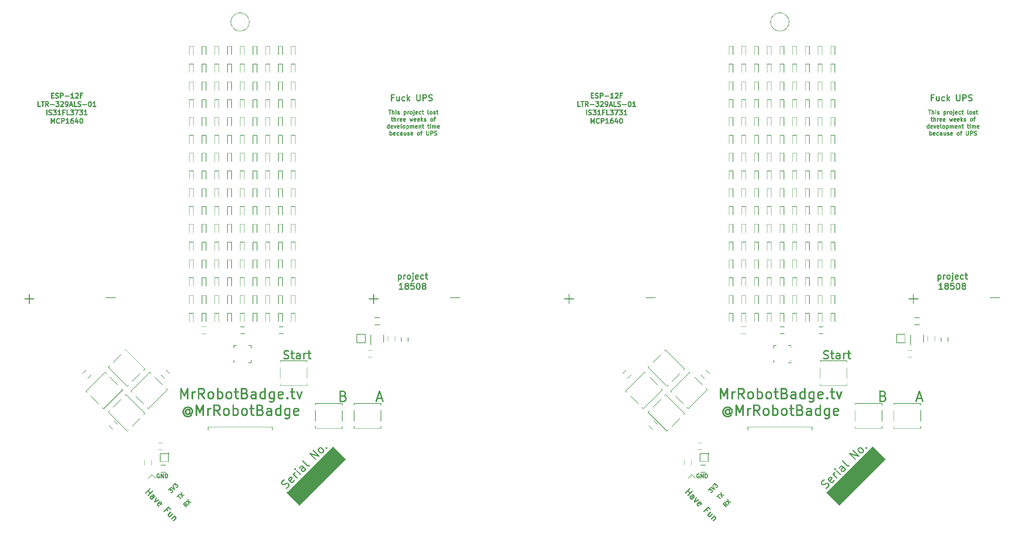
<source format=gto>
%MOIN*%
%OFA0B0*%
%FSLAX44Y44*%
%IPPOS*%
%LPD*%
%LPD*%
G36*
X00033097Y00006113D02*
G01*
X00033116Y00006116D01*
X00033221Y00006169D01*
X00033239Y00006177D01*
X00033252Y00006190D01*
X00033260Y00006207D01*
X00033263Y00006225D01*
X00033260Y00006243D01*
X00033252Y00006260D01*
X00033239Y00006273D01*
X00033221Y00006281D01*
X00033204Y00006284D01*
X00033186Y00006281D01*
X00033080Y00006228D01*
X00033063Y00006220D01*
X00033050Y00006207D01*
X00033042Y00006190D01*
X00033039Y00006172D01*
X00033042Y00006153D01*
X00033050Y00006137D01*
X00033063Y00006124D01*
X00033080Y00006116D01*
X00033097Y00006113D01*
G37*
G36*
X00033204Y00006166D02*
G01*
X00033221Y00006169D01*
X00033239Y00006177D01*
X00033252Y00006190D01*
X00033384Y00006323D01*
X00033393Y00006339D01*
X00033395Y00006358D01*
X00033393Y00006375D01*
X00033384Y00006392D01*
X00033371Y00006405D01*
X00033355Y00006414D01*
X00033336Y00006417D01*
X00033318Y00006414D01*
X00033302Y00006405D01*
X00033289Y00006392D01*
X00033156Y00006260D01*
X00033148Y00006243D01*
X00033144Y00006225D01*
X00033148Y00006207D01*
X00033156Y00006190D01*
X00033169Y00006177D01*
X00033186Y00006169D01*
X00033204Y00006166D01*
G37*
G36*
X00033336Y00006298D02*
G01*
X00033355Y00006301D01*
X00033371Y00006310D01*
X00033384Y00006323D01*
X00033393Y00006339D01*
X00033419Y00006419D01*
X00033422Y00006436D01*
X00033419Y00006455D01*
X00033411Y00006471D01*
X00033398Y00006485D01*
X00033380Y00006493D01*
X00033363Y00006496D01*
X00033345Y00006493D01*
X00033328Y00006485D01*
X00033315Y00006471D01*
X00033307Y00006455D01*
X00033280Y00006375D01*
X00033277Y00006358D01*
X00033280Y00006339D01*
X00033289Y00006323D01*
X00033302Y00006310D01*
X00033318Y00006301D01*
X00033336Y00006298D01*
G37*
G36*
X00033363Y00006377D02*
G01*
X00033380Y00006380D01*
X00033398Y00006389D01*
X00033411Y00006402D01*
X00033419Y00006419D01*
X00033422Y00006436D01*
X00033422Y00006490D01*
X00033419Y00006508D01*
X00033411Y00006525D01*
X00033398Y00006538D01*
X00033380Y00006546D01*
X00033363Y00006549D01*
X00033345Y00006546D01*
X00033328Y00006538D01*
X00033315Y00006525D01*
X00033307Y00006508D01*
X00033304Y00006490D01*
X00033304Y00006436D01*
X00033307Y00006419D01*
X00033315Y00006402D01*
X00033328Y00006389D01*
X00033345Y00006380D01*
X00033363Y00006377D01*
G37*
G36*
X00033363Y00006431D02*
G01*
X00033380Y00006434D01*
X00033398Y00006441D01*
X00033411Y00006455D01*
X00033419Y00006471D01*
X00033422Y00006490D01*
X00033419Y00006508D01*
X00033393Y00006587D01*
X00033384Y00006604D01*
X00033371Y00006617D01*
X00033355Y00006625D01*
X00033336Y00006629D01*
X00033318Y00006625D01*
X00033302Y00006617D01*
X00033289Y00006604D01*
X00033280Y00006587D01*
X00033277Y00006570D01*
X00033280Y00006551D01*
X00033307Y00006471D01*
X00033315Y00006455D01*
X00033328Y00006441D01*
X00033345Y00006434D01*
X00033363Y00006431D01*
G37*
G36*
X00033336Y00006511D02*
G01*
X00033355Y00006513D01*
X00033371Y00006522D01*
X00033384Y00006534D01*
X00033393Y00006551D01*
X00033395Y00006570D01*
X00033393Y00006587D01*
X00033384Y00006604D01*
X00033371Y00006617D01*
X00033331Y00006657D01*
X00033331Y00006657D01*
X00033318Y00006670D01*
X00033302Y00006679D01*
X00033283Y00006681D01*
X00033264Y00006679D01*
X00033248Y00006670D01*
X00033236Y00006657D01*
X00033227Y00006641D01*
X00033224Y00006622D01*
X00033227Y00006604D01*
X00033236Y00006587D01*
X00033248Y00006575D01*
X00033302Y00006522D01*
X00033318Y00006513D01*
X00033336Y00006511D01*
G37*
G36*
X00033283Y00006563D02*
G01*
X00033302Y00006566D01*
X00033318Y00006575D01*
X00033331Y00006587D01*
X00033340Y00006604D01*
X00033341Y00006622D01*
X00033340Y00006641D01*
X00033331Y00006657D01*
X00033318Y00006670D01*
X00033302Y00006679D01*
X00033221Y00006705D01*
X00033204Y00006707D01*
X00033186Y00006705D01*
X00033169Y00006697D01*
X00033156Y00006683D01*
X00033148Y00006667D01*
X00033144Y00006648D01*
X00033148Y00006631D01*
X00033156Y00006614D01*
X00033169Y00006601D01*
X00033186Y00006592D01*
X00033264Y00006566D01*
X00033283Y00006563D01*
G37*
G36*
X00033204Y00006589D02*
G01*
X00033221Y00006592D01*
X00033239Y00006601D01*
X00033252Y00006614D01*
X00033260Y00006631D01*
X00033263Y00006648D01*
X00033260Y00006667D01*
X00033252Y00006683D01*
X00033239Y00006697D01*
X00033221Y00006705D01*
X00033204Y00006707D01*
X00033151Y00006707D01*
X00033132Y00006705D01*
X00033116Y00006697D01*
X00033103Y00006683D01*
X00033095Y00006667D01*
X00033092Y00006648D01*
X00033095Y00006631D01*
X00033103Y00006614D01*
X00033116Y00006601D01*
X00033132Y00006592D01*
X00033151Y00006589D01*
X00033204Y00006589D01*
G37*
G36*
X00033071Y00006563D02*
G01*
X00033090Y00006566D01*
X00033169Y00006592D01*
X00033186Y00006601D01*
X00033199Y00006614D01*
X00033207Y00006631D01*
X00033210Y00006648D01*
X00033207Y00006667D01*
X00033199Y00006683D01*
X00033186Y00006697D01*
X00033169Y00006705D01*
X00033151Y00006707D01*
X00033132Y00006705D01*
X00033053Y00006679D01*
X00033037Y00006670D01*
X00033024Y00006657D01*
X00033015Y00006641D01*
X00033012Y00006622D01*
X00033015Y00006604D01*
X00033024Y00006587D01*
X00033037Y00006575D01*
X00033053Y00006566D01*
X00033071Y00006563D01*
G37*
G36*
X00032939Y00006484D02*
G01*
X00032957Y00006487D01*
X00032973Y00006495D01*
X00033106Y00006575D01*
X00033119Y00006587D01*
X00033127Y00006604D01*
X00033130Y00006622D01*
X00033127Y00006641D01*
X00033119Y00006657D01*
X00033106Y00006670D01*
X00033090Y00006679D01*
X00033071Y00006681D01*
X00033053Y00006679D01*
X00033037Y00006670D01*
X00032904Y00006590D01*
X00032891Y00006578D01*
X00032883Y00006560D01*
X00032880Y00006543D01*
X00032883Y00006525D01*
X00032891Y00006508D01*
X00032904Y00006495D01*
X00032919Y00006487D01*
X00032939Y00006484D01*
G37*
G36*
X00032859Y00006458D02*
G01*
X00032876Y00006460D01*
X00032957Y00006487D01*
X00032973Y00006495D01*
X00032986Y00006508D01*
X00032995Y00006525D01*
X00032998Y00006543D01*
X00032995Y00006560D01*
X00032986Y00006578D01*
X00032973Y00006590D01*
X00032957Y00006599D01*
X00032939Y00006602D01*
X00032919Y00006599D01*
X00032841Y00006573D01*
X00032824Y00006563D01*
X00032811Y00006551D01*
X00032803Y00006534D01*
X00032799Y00006516D01*
X00032803Y00006497D01*
X00032811Y00006482D01*
X00032824Y00006468D01*
X00032841Y00006460D01*
X00032859Y00006458D01*
G37*
G36*
X00032859Y00006458D02*
G01*
X00032876Y00006460D01*
X00032894Y00006468D01*
X00032907Y00006482D01*
X00032915Y00006497D01*
X00032918Y00006516D01*
X00032915Y00006534D01*
X00032907Y00006551D01*
X00032894Y00006563D01*
X00032876Y00006573D01*
X00032859Y00006576D01*
X00032806Y00006576D01*
X00032788Y00006573D01*
X00032771Y00006563D01*
X00032758Y00006551D01*
X00032750Y00006534D01*
X00032747Y00006516D01*
X00032750Y00006497D01*
X00032758Y00006482D01*
X00032771Y00006468D01*
X00032788Y00006460D01*
X00032806Y00006458D01*
X00032859Y00006458D01*
G37*
G36*
X00032806Y00006458D02*
G01*
X00032824Y00006460D01*
X00032841Y00006468D01*
X00032854Y00006482D01*
X00032862Y00006497D01*
X00032865Y00006516D01*
X00032862Y00006534D01*
X00032854Y00006551D01*
X00032841Y00006563D01*
X00032824Y00006573D01*
X00032745Y00006599D01*
X00032727Y00006602D01*
X00032708Y00006599D01*
X00032692Y00006590D01*
X00032679Y00006578D01*
X00032670Y00006560D01*
X00032668Y00006543D01*
X00032670Y00006525D01*
X00032679Y00006508D01*
X00032692Y00006495D01*
X00032708Y00006487D01*
X00032788Y00006460D01*
X00032806Y00006458D01*
G37*
G36*
X00032727Y00006484D02*
G01*
X00032745Y00006487D01*
X00032760Y00006495D01*
X00032774Y00006508D01*
X00032783Y00006525D01*
X00032786Y00006543D01*
X00032783Y00006560D01*
X00032774Y00006578D01*
X00032721Y00006631D01*
X00032721Y00006631D01*
X00032708Y00006644D01*
X00032692Y00006651D01*
X00032674Y00006654D01*
X00032655Y00006651D01*
X00032639Y00006644D01*
X00032626Y00006631D01*
X00032617Y00006614D01*
X00032615Y00006595D01*
X00032617Y00006578D01*
X00032626Y00006560D01*
X00032639Y00006548D01*
X00032692Y00006495D01*
X00032708Y00006487D01*
X00032727Y00006484D01*
G37*
G36*
X00032674Y00006536D02*
G01*
X00032692Y00006540D01*
X00032708Y00006548D01*
X00032721Y00006560D01*
X00032729Y00006578D01*
X00032733Y00006595D01*
X00032729Y00006614D01*
X00032703Y00006694D01*
X00032695Y00006709D01*
X00032682Y00006723D01*
X00032665Y00006732D01*
X00032647Y00006735D01*
X00032628Y00006732D01*
X00032612Y00006723D01*
X00032599Y00006709D01*
X00032591Y00006694D01*
X00032588Y00006676D01*
X00032591Y00006657D01*
X00032617Y00006578D01*
X00032626Y00006560D01*
X00032639Y00006548D01*
X00032655Y00006540D01*
X00032674Y00006536D01*
G37*
G36*
X00032647Y00006617D02*
G01*
X00032665Y00006619D01*
X00032682Y00006627D01*
X00032695Y00006641D01*
X00032703Y00006657D01*
X00032706Y00006676D01*
X00032706Y00006729D01*
X00032703Y00006746D01*
X00032695Y00006763D01*
X00032682Y00006776D01*
X00032665Y00006785D01*
X00032647Y00006788D01*
X00032628Y00006785D01*
X00032612Y00006776D01*
X00032599Y00006763D01*
X00032591Y00006746D01*
X00032588Y00006729D01*
X00032588Y00006676D01*
X00032591Y00006657D01*
X00032599Y00006641D01*
X00032612Y00006627D01*
X00032628Y00006619D01*
X00032647Y00006617D01*
G37*
G36*
X00032647Y00006670D02*
G01*
X00032665Y00006673D01*
X00032682Y00006680D01*
X00032695Y00006694D01*
X00032703Y00006709D01*
X00032729Y00006790D01*
X00032733Y00006807D01*
X00032729Y00006827D01*
X00032721Y00006843D01*
X00032708Y00006856D01*
X00032692Y00006863D01*
X00032674Y00006866D01*
X00032655Y00006863D01*
X00032639Y00006856D01*
X00032626Y00006843D01*
X00032617Y00006827D01*
X00032591Y00006746D01*
X00032588Y00006729D01*
X00032591Y00006709D01*
X00032599Y00006694D01*
X00032612Y00006680D01*
X00032628Y00006673D01*
X00032647Y00006670D01*
G37*
G36*
X00032674Y00006749D02*
G01*
X00032692Y00006752D01*
X00032708Y00006760D01*
X00032854Y00006906D01*
X00032862Y00006922D01*
X00032865Y00006941D01*
X00032862Y00006958D01*
X00032854Y00006976D01*
X00032841Y00006988D01*
X00032824Y00006997D01*
X00032806Y00007000D01*
X00032788Y00006997D01*
X00032771Y00006988D01*
X00032626Y00006843D01*
X00032617Y00006827D01*
X00032615Y00006807D01*
X00032617Y00006790D01*
X00032626Y00006773D01*
X00032639Y00006760D01*
X00032655Y00006752D01*
X00032674Y00006749D01*
G37*
G36*
X00032806Y00006882D02*
G01*
X00032824Y00006885D01*
X00032930Y00006938D01*
X00032947Y00006946D01*
X00032960Y00006958D01*
X00032968Y00006976D01*
X00032971Y00006994D01*
X00032968Y00007012D01*
X00032960Y00007029D01*
X00032947Y00007042D01*
X00032930Y00007049D01*
X00032912Y00007053D01*
X00032894Y00007049D01*
X00032788Y00006997D01*
X00032771Y00006988D01*
X00032758Y00006976D01*
X00032750Y00006958D01*
X00032747Y00006941D01*
X00032750Y00006922D01*
X00032758Y00006906D01*
X00032771Y00006892D01*
X00032788Y00006885D01*
X00032806Y00006882D01*
G37*
G36*
X00033840Y00006801D02*
G01*
X00033858Y00006804D01*
X00033875Y00006814D01*
X00033888Y00006827D01*
X00033896Y00006843D01*
X00033923Y00006922D01*
X00033926Y00006941D01*
X00033923Y00006958D01*
X00033914Y00006976D01*
X00033901Y00006988D01*
X00033885Y00006997D01*
X00033867Y00007000D01*
X00033848Y00006997D01*
X00033832Y00006988D01*
X00033819Y00006976D01*
X00033811Y00006958D01*
X00033784Y00006879D01*
X00033781Y00006861D01*
X00033784Y00006843D01*
X00033792Y00006827D01*
X00033805Y00006814D01*
X00033822Y00006804D01*
X00033840Y00006801D01*
G37*
G36*
X00033734Y00006696D02*
G01*
X00033752Y00006699D01*
X00033769Y00006707D01*
X00033782Y00006721D01*
X00033875Y00006814D01*
X00033875Y00006814D01*
X00033888Y00006827D01*
X00033896Y00006843D01*
X00033899Y00006861D01*
X00033896Y00006879D01*
X00033888Y00006895D01*
X00033875Y00006909D01*
X00033858Y00006917D01*
X00033840Y00006919D01*
X00033822Y00006917D01*
X00033805Y00006909D01*
X00033699Y00006802D01*
X00033686Y00006790D01*
X00033678Y00006772D01*
X00033675Y00006755D01*
X00033678Y00006737D01*
X00033686Y00006721D01*
X00033699Y00006707D01*
X00033716Y00006699D01*
X00033734Y00006696D01*
G37*
G36*
X00033655Y00006670D02*
G01*
X00033673Y00006673D01*
X00033752Y00006699D01*
X00033769Y00006707D01*
X00033782Y00006721D01*
X00033790Y00006737D01*
X00033793Y00006755D01*
X00033790Y00006772D01*
X00033782Y00006790D01*
X00033769Y00006802D01*
X00033752Y00006811D01*
X00033734Y00006814D01*
X00033716Y00006811D01*
X00033636Y00006785D01*
X00033620Y00006776D01*
X00033607Y00006763D01*
X00033598Y00006746D01*
X00033596Y00006729D01*
X00033598Y00006709D01*
X00033607Y00006694D01*
X00033620Y00006680D01*
X00033636Y00006673D01*
X00033655Y00006670D01*
G37*
G36*
X00033655Y00006670D02*
G01*
X00033673Y00006673D01*
X00033689Y00006680D01*
X00033702Y00006694D01*
X00033711Y00006709D01*
X00033714Y00006729D01*
X00033711Y00006746D01*
X00033702Y00006763D01*
X00033689Y00006776D01*
X00033673Y00006785D01*
X00033593Y00006811D01*
X00033575Y00006814D01*
X00033557Y00006811D01*
X00033540Y00006802D01*
X00033527Y00006790D01*
X00033519Y00006772D01*
X00033516Y00006755D01*
X00033519Y00006737D01*
X00033527Y00006721D01*
X00033540Y00006707D01*
X00033557Y00006699D01*
X00033636Y00006673D01*
X00033655Y00006670D01*
G37*
G36*
X00033575Y00006696D02*
G01*
X00033593Y00006699D01*
X00033610Y00006707D01*
X00033623Y00006721D01*
X00033631Y00006737D01*
X00033634Y00006755D01*
X00033631Y00006772D01*
X00033623Y00006790D01*
X00033610Y00006802D01*
X00033398Y00007014D01*
X00033380Y00007024D01*
X00033363Y00007026D01*
X00033345Y00007024D01*
X00033328Y00007014D01*
X00033315Y00007002D01*
X00033307Y00006985D01*
X00033304Y00006967D01*
X00033307Y00006949D01*
X00033315Y00006933D01*
X00033328Y00006919D01*
X00033527Y00006721D01*
X00033540Y00006707D01*
X00033557Y00006699D01*
X00033575Y00006696D01*
G37*
G36*
X00033363Y00006908D02*
G01*
X00033380Y00006911D01*
X00033398Y00006919D01*
X00033411Y00006933D01*
X00033419Y00006949D01*
X00033422Y00006967D01*
X00033419Y00006985D01*
X00033393Y00007065D01*
X00033384Y00007082D01*
X00033371Y00007095D01*
X00033355Y00007103D01*
X00033336Y00007105D01*
X00033318Y00007103D01*
X00033302Y00007095D01*
X00033289Y00007082D01*
X00033280Y00007065D01*
X00033277Y00007046D01*
X00033280Y00007029D01*
X00033307Y00006949D01*
X00033315Y00006933D01*
X00033328Y00006919D01*
X00033345Y00006911D01*
X00033363Y00006908D01*
G37*
G36*
X00033336Y00006987D02*
G01*
X00033355Y00006991D01*
X00033371Y00006999D01*
X00033384Y00007012D01*
X00033393Y00007029D01*
X00033419Y00007107D01*
X00033422Y00007126D01*
X00033419Y00007145D01*
X00033411Y00007161D01*
X00033398Y00007174D01*
X00033380Y00007183D01*
X00033363Y00007185D01*
X00033345Y00007183D01*
X00033328Y00007174D01*
X00033315Y00007161D01*
X00033307Y00007145D01*
X00033280Y00007065D01*
X00033277Y00007046D01*
X00033280Y00007029D01*
X00033289Y00007012D01*
X00033302Y00006999D01*
X00033318Y00006991D01*
X00033336Y00006987D01*
G37*
G36*
X00033363Y00007067D02*
G01*
X00033380Y00007070D01*
X00033398Y00007078D01*
X00033411Y00007092D01*
X00033517Y00007197D01*
X00033525Y00007214D01*
X00033527Y00007231D01*
X00033525Y00007251D01*
X00033517Y00007267D01*
X00033504Y00007280D01*
X00033487Y00007288D01*
X00033469Y00007291D01*
X00033451Y00007288D01*
X00033434Y00007280D01*
X00033328Y00007174D01*
X00033315Y00007161D01*
X00033307Y00007145D01*
X00033304Y00007126D01*
X00033307Y00007107D01*
X00033315Y00007092D01*
X00033328Y00007078D01*
X00033345Y00007070D01*
X00033363Y00007067D01*
G37*
G36*
X00033469Y00007173D02*
G01*
X00033487Y00007176D01*
X00033567Y00007203D01*
X00033583Y00007211D01*
X00033596Y00007224D01*
X00033604Y00007241D01*
X00033608Y00007258D01*
X00033604Y00007277D01*
X00033596Y00007294D01*
X00033583Y00007307D01*
X00033567Y00007315D01*
X00033549Y00007317D01*
X00033530Y00007315D01*
X00033451Y00007288D01*
X00033434Y00007280D01*
X00033421Y00007267D01*
X00033413Y00007251D01*
X00033410Y00007231D01*
X00033413Y00007214D01*
X00033421Y00007197D01*
X00033434Y00007185D01*
X00033451Y00007176D01*
X00033469Y00007173D01*
G37*
G36*
X00033628Y00007173D02*
G01*
X00033646Y00007176D01*
X00033663Y00007185D01*
X00033676Y00007197D01*
X00033684Y00007214D01*
X00033687Y00007231D01*
X00033684Y00007251D01*
X00033676Y00007267D01*
X00033663Y00007280D01*
X00033646Y00007288D01*
X00033567Y00007315D01*
X00033549Y00007317D01*
X00033530Y00007315D01*
X00033514Y00007307D01*
X00033500Y00007294D01*
X00033492Y00007277D01*
X00033488Y00007258D01*
X00033492Y00007241D01*
X00033500Y00007224D01*
X00033514Y00007211D01*
X00033530Y00007203D01*
X00033610Y00007176D01*
X00033628Y00007173D01*
G37*
G36*
X00033681Y00007120D02*
G01*
X00033699Y00007123D01*
X00033716Y00007131D01*
X00033728Y00007145D01*
X00033736Y00007161D01*
X00033740Y00007179D01*
X00033736Y00007197D01*
X00033728Y00007214D01*
X00033716Y00007226D01*
X00033663Y00007280D01*
X00033646Y00007288D01*
X00033628Y00007291D01*
X00033610Y00007288D01*
X00033593Y00007280D01*
X00033580Y00007267D01*
X00033572Y00007251D01*
X00033569Y00007231D01*
X00033572Y00007214D01*
X00033580Y00007197D01*
X00033646Y00007131D01*
X00033663Y00007123D01*
X00033681Y00007120D01*
G37*
G36*
X00033469Y00006801D02*
G01*
X00033487Y00006804D01*
X00033504Y00006814D01*
X00033517Y00006827D01*
X00033728Y00007145D01*
X00033736Y00007161D01*
X00033740Y00007179D01*
X00033736Y00007197D01*
X00033728Y00007214D01*
X00033716Y00007226D01*
X00033699Y00007236D01*
X00033681Y00007239D01*
X00033663Y00007236D01*
X00033646Y00007226D01*
X00033633Y00007214D01*
X00033421Y00006895D01*
X00033413Y00006879D01*
X00033410Y00006861D01*
X00033413Y00006843D01*
X00033421Y00006827D01*
X00033434Y00006814D01*
X00033451Y00006804D01*
X00033469Y00006801D01*
G37*
G36*
X00034158Y00007120D02*
G01*
X00034177Y00007123D01*
X00034193Y00007131D01*
X00034206Y00007145D01*
X00034214Y00007161D01*
X00034216Y00007179D01*
X00034214Y00007197D01*
X00034206Y00007214D01*
X00033822Y00007598D01*
X00033805Y00007607D01*
X00033787Y00007610D01*
X00033769Y00007607D01*
X00033752Y00007598D01*
X00033739Y00007584D01*
X00033731Y00007569D01*
X00033728Y00007551D01*
X00033731Y00007531D01*
X00033739Y00007516D01*
X00033752Y00007502D01*
X00034124Y00007131D01*
X00034140Y00007123D01*
X00034158Y00007120D01*
G37*
G36*
X00033893Y00007386D02*
G01*
X00033911Y00007388D01*
X00033928Y00007397D01*
X00033941Y00007409D01*
X00033949Y00007426D01*
X00033952Y00007445D01*
X00033949Y00007463D01*
X00033923Y00007542D01*
X00033914Y00007559D01*
X00033901Y00007572D01*
X00033885Y00007580D01*
X00033867Y00007583D01*
X00033848Y00007580D01*
X00033832Y00007572D01*
X00033819Y00007559D01*
X00033811Y00007542D01*
X00033808Y00007524D01*
X00033811Y00007506D01*
X00033837Y00007426D01*
X00033844Y00007409D01*
X00033858Y00007397D01*
X00033875Y00007388D01*
X00033893Y00007386D01*
G37*
G36*
X00033867Y00007465D02*
G01*
X00033885Y00007468D01*
X00033901Y00007476D01*
X00033914Y00007489D01*
X00033923Y00007506D01*
X00033926Y00007524D01*
X00033926Y00007577D01*
X00033923Y00007594D01*
X00033914Y00007612D01*
X00033901Y00007624D01*
X00033885Y00007633D01*
X00033867Y00007635D01*
X00033848Y00007633D01*
X00033832Y00007624D01*
X00033819Y00007612D01*
X00033811Y00007594D01*
X00033808Y00007577D01*
X00033808Y00007524D01*
X00033811Y00007506D01*
X00033819Y00007489D01*
X00033832Y00007476D01*
X00033848Y00007468D01*
X00033867Y00007465D01*
G37*
G36*
X00033867Y00007518D02*
G01*
X00033885Y00007521D01*
X00033901Y00007529D01*
X00033914Y00007542D01*
X00033923Y00007559D01*
X00033949Y00007638D01*
X00033952Y00007657D01*
X00033949Y00007675D01*
X00033941Y00007691D01*
X00033928Y00007704D01*
X00033911Y00007712D01*
X00033893Y00007715D01*
X00033875Y00007712D01*
X00033858Y00007704D01*
X00033844Y00007691D01*
X00033837Y00007675D01*
X00033811Y00007594D01*
X00033808Y00007577D01*
X00033811Y00007559D01*
X00033819Y00007542D01*
X00033832Y00007529D01*
X00033848Y00007521D01*
X00033867Y00007518D01*
G37*
G36*
X00033893Y00007598D02*
G01*
X00033911Y00007601D01*
X00033928Y00007609D01*
X00033941Y00007621D01*
X00033994Y00007675D01*
X00034002Y00007691D01*
X00034005Y00007710D01*
X00034002Y00007728D01*
X00033994Y00007743D01*
X00033980Y00007756D01*
X00033964Y00007766D01*
X00033945Y00007769D01*
X00033928Y00007766D01*
X00033912Y00007756D01*
X00033898Y00007743D01*
X00033844Y00007691D01*
X00033837Y00007675D01*
X00033834Y00007657D01*
X00033837Y00007638D01*
X00033844Y00007621D01*
X00033858Y00007609D01*
X00033875Y00007601D01*
X00033893Y00007598D01*
G37*
G36*
X00034503Y00007465D02*
G01*
X00034521Y00007468D01*
X00034538Y00007476D01*
X00034551Y00007489D01*
X00034559Y00007506D01*
X00034562Y00007524D01*
X00034559Y00007542D01*
X00034551Y00007559D01*
X00034538Y00007572D01*
X00034167Y00007943D01*
X00034150Y00007951D01*
X00034132Y00007954D01*
X00034114Y00007951D01*
X00034096Y00007943D01*
X00034084Y00007930D01*
X00034076Y00007914D01*
X00034073Y00007895D01*
X00034076Y00007877D01*
X00034084Y00007861D01*
X00034455Y00007489D01*
X00034455Y00007489D01*
X00034468Y00007476D01*
X00034485Y00007468D01*
X00034503Y00007465D01*
G37*
G36*
X00033945Y00007969D02*
G01*
X00033964Y00007972D01*
X00033980Y00007980D01*
X00033994Y00007993D01*
X00034002Y00008010D01*
X00034005Y00008028D01*
X00034005Y00008081D01*
X00034002Y00008098D01*
X00033994Y00008116D01*
X00033980Y00008129D01*
X00033964Y00008137D01*
X00033945Y00008139D01*
X00033928Y00008137D01*
X00033912Y00008129D01*
X00033898Y00008116D01*
X00033890Y00008098D01*
X00033887Y00008081D01*
X00033887Y00008028D01*
X00033890Y00008010D01*
X00033898Y00007993D01*
X00033912Y00007980D01*
X00033928Y00007972D01*
X00033945Y00007969D01*
G37*
G36*
X00033999Y00007969D02*
G01*
X00034018Y00007972D01*
X00034034Y00007980D01*
X00034047Y00007993D01*
X00034055Y00008010D01*
X00034058Y00008028D01*
X00034055Y00008046D01*
X00034047Y00008063D01*
X00034034Y00008076D01*
X00034018Y00008084D01*
X00033999Y00008087D01*
X00033945Y00008087D01*
X00033928Y00008084D01*
X00033912Y00008076D01*
X00033898Y00008063D01*
X00033890Y00008046D01*
X00033887Y00008028D01*
X00033890Y00008010D01*
X00033898Y00007993D01*
X00033912Y00007980D01*
X00033928Y00007972D01*
X00033945Y00007969D01*
X00033999Y00007969D01*
G37*
G36*
X00033999Y00007969D02*
G01*
X00034018Y00007972D01*
X00034034Y00007980D01*
X00034047Y00007993D01*
X00034055Y00008010D01*
X00034058Y00008028D01*
X00034058Y00008081D01*
X00034055Y00008098D01*
X00034047Y00008116D01*
X00034034Y00008129D01*
X00034018Y00008137D01*
X00033999Y00008139D01*
X00033980Y00008137D01*
X00033965Y00008129D01*
X00033951Y00008116D01*
X00033943Y00008098D01*
X00033940Y00008081D01*
X00033940Y00008028D01*
X00033943Y00008010D01*
X00033951Y00007993D01*
X00033965Y00007980D01*
X00033980Y00007972D01*
X00033999Y00007969D01*
G37*
G36*
X00033999Y00008022D02*
G01*
X00034018Y00008025D01*
X00034034Y00008033D01*
X00034047Y00008046D01*
X00034055Y00008063D01*
X00034058Y00008081D01*
X00034055Y00008098D01*
X00034047Y00008116D01*
X00034034Y00008129D01*
X00034018Y00008137D01*
X00033999Y00008139D01*
X00033945Y00008139D01*
X00033928Y00008137D01*
X00033912Y00008129D01*
X00033898Y00008116D01*
X00033890Y00008098D01*
X00033887Y00008081D01*
X00033890Y00008063D01*
X00033898Y00008046D01*
X00033912Y00008033D01*
X00033928Y00008025D01*
X00033945Y00008022D01*
X00033999Y00008022D01*
G37*
G36*
X00033999Y00007969D02*
G01*
X00034018Y00007972D01*
X00034034Y00007980D01*
X00034047Y00007993D01*
X00034055Y00008010D01*
X00034058Y00008028D01*
X00034055Y00008046D01*
X00034047Y00008063D01*
X00034034Y00008076D01*
X00034034Y00008076D01*
X00033994Y00008116D01*
X00033980Y00008129D01*
X00033964Y00008137D01*
X00033945Y00008139D01*
X00033928Y00008137D01*
X00033912Y00008129D01*
X00033898Y00008116D01*
X00033890Y00008098D01*
X00033887Y00008081D01*
X00033890Y00008063D01*
X00033898Y00008046D01*
X00033951Y00007993D01*
X00033965Y00007980D01*
X00033980Y00007972D01*
X00033999Y00007969D01*
G37*
G36*
X00035007Y00007969D02*
G01*
X00035025Y00007972D01*
X00035041Y00007980D01*
X00035055Y00007993D01*
X00035063Y00008010D01*
X00035066Y00008028D01*
X00035063Y00008046D01*
X00035055Y00008063D01*
X00034750Y00008367D01*
X00034733Y00008376D01*
X00034715Y00008379D01*
X00034696Y00008376D01*
X00034680Y00008367D01*
X00034667Y00008354D01*
X00034659Y00008338D01*
X00034656Y00008320D01*
X00034659Y00008301D01*
X00034667Y00008285D01*
X00034972Y00007980D01*
X00034989Y00007972D01*
X00035007Y00007969D01*
G37*
G36*
X00034715Y00008260D02*
G01*
X00034733Y00008263D01*
X00034750Y00008272D01*
X00034763Y00008285D01*
X00034771Y00008301D01*
X00034774Y00008320D01*
X00034771Y00008338D01*
X00034763Y00008354D01*
X00034750Y00008367D01*
X00034733Y00008376D01*
X00034654Y00008402D01*
X00034636Y00008405D01*
X00034617Y00008402D01*
X00034601Y00008394D01*
X00034588Y00008381D01*
X00034579Y00008364D01*
X00034576Y00008346D01*
X00034579Y00008328D01*
X00034588Y00008311D01*
X00034601Y00008298D01*
X00034617Y00008290D01*
X00034696Y00008263D01*
X00034715Y00008260D01*
G37*
G36*
X00034556Y00008260D02*
G01*
X00034574Y00008263D01*
X00034654Y00008290D01*
X00034670Y00008298D01*
X00034683Y00008311D01*
X00034692Y00008328D01*
X00034695Y00008346D01*
X00034692Y00008364D01*
X00034683Y00008381D01*
X00034670Y00008394D01*
X00034654Y00008402D01*
X00034636Y00008405D01*
X00034617Y00008402D01*
X00034538Y00008376D01*
X00034521Y00008367D01*
X00034508Y00008354D01*
X00034500Y00008338D01*
X00034497Y00008320D01*
X00034500Y00008301D01*
X00034508Y00008285D01*
X00034521Y00008272D01*
X00034538Y00008263D01*
X00034556Y00008260D01*
G37*
G36*
X00034450Y00008154D02*
G01*
X00034468Y00008157D01*
X00034485Y00008166D01*
X00034604Y00008285D01*
X00034612Y00008301D01*
X00034615Y00008320D01*
X00034612Y00008338D01*
X00034604Y00008354D01*
X00034591Y00008367D01*
X00034574Y00008376D01*
X00034556Y00008379D01*
X00034538Y00008376D01*
X00034521Y00008367D01*
X00034402Y00008248D01*
X00034394Y00008232D01*
X00034391Y00008213D01*
X00034394Y00008195D01*
X00034402Y00008179D01*
X00034415Y00008166D01*
X00034432Y00008157D01*
X00034450Y00008154D01*
G37*
G36*
X00034423Y00008075D02*
G01*
X00034442Y00008077D01*
X00034458Y00008086D01*
X00034471Y00008098D01*
X00034480Y00008116D01*
X00034506Y00008195D01*
X00034509Y00008213D01*
X00034506Y00008232D01*
X00034498Y00008248D01*
X00034485Y00008260D01*
X00034468Y00008270D01*
X00034450Y00008273D01*
X00034432Y00008270D01*
X00034415Y00008260D01*
X00034402Y00008248D01*
X00034394Y00008232D01*
X00034367Y00008152D01*
X00034364Y00008134D01*
X00034367Y00008116D01*
X00034376Y00008098D01*
X00034389Y00008086D01*
X00034405Y00008077D01*
X00034423Y00008075D01*
G37*
G36*
X00034954Y00007916D02*
G01*
X00034972Y00007919D01*
X00034988Y00007926D01*
X00035002Y00007940D01*
X00035010Y00007956D01*
X00035036Y00008036D01*
X00035039Y00008054D01*
X00035036Y00008073D01*
X00035028Y00008088D01*
X00035015Y00008102D01*
X00034998Y00008111D01*
X00034980Y00008113D01*
X00034962Y00008111D01*
X00034946Y00008102D01*
X00034932Y00008088D01*
X00034924Y00008073D01*
X00034898Y00007993D01*
X00034895Y00007975D01*
X00034898Y00007956D01*
X00034906Y00007940D01*
X00034919Y00007926D01*
X00034935Y00007919D01*
X00034954Y00007916D01*
G37*
G36*
X00034820Y00007783D02*
G01*
X00034839Y00007786D01*
X00034856Y00007795D01*
X00034869Y00007808D01*
X00035002Y00007940D01*
X00035010Y00007956D01*
X00035013Y00007975D01*
X00035010Y00007993D01*
X00035002Y00008010D01*
X00034988Y00008023D01*
X00034972Y00008031D01*
X00034954Y00008034D01*
X00034935Y00008031D01*
X00034919Y00008023D01*
X00034786Y00007890D01*
X00034786Y00007890D01*
X00034773Y00007877D01*
X00034765Y00007861D01*
X00034762Y00007842D01*
X00034765Y00007824D01*
X00034773Y00007808D01*
X00034786Y00007795D01*
X00034803Y00007786D01*
X00034820Y00007783D01*
G37*
G36*
X00034742Y00007756D02*
G01*
X00034760Y00007760D01*
X00034839Y00007786D01*
X00034856Y00007795D01*
X00034869Y00007808D01*
X00034877Y00007824D01*
X00034880Y00007842D01*
X00034877Y00007861D01*
X00034869Y00007877D01*
X00034856Y00007890D01*
X00034839Y00007897D01*
X00034820Y00007901D01*
X00034803Y00007897D01*
X00034723Y00007872D01*
X00034707Y00007864D01*
X00034694Y00007850D01*
X00034685Y00007834D01*
X00034683Y00007816D01*
X00034685Y00007798D01*
X00034694Y00007781D01*
X00034707Y00007768D01*
X00034723Y00007760D01*
X00034742Y00007756D01*
G37*
G36*
X00034742Y00007756D02*
G01*
X00034760Y00007760D01*
X00034776Y00007768D01*
X00034789Y00007781D01*
X00034797Y00007798D01*
X00034801Y00007816D01*
X00034797Y00007834D01*
X00034789Y00007850D01*
X00034776Y00007864D01*
X00034760Y00007872D01*
X00034680Y00007897D01*
X00034662Y00007901D01*
X00034644Y00007897D01*
X00034627Y00007890D01*
X00034614Y00007877D01*
X00034606Y00007861D01*
X00034603Y00007842D01*
X00034606Y00007824D01*
X00034614Y00007808D01*
X00034627Y00007795D01*
X00034644Y00007786D01*
X00034723Y00007760D01*
X00034742Y00007756D01*
G37*
G36*
X00034662Y00007783D02*
G01*
X00034680Y00007786D01*
X00034696Y00007795D01*
X00034710Y00007808D01*
X00034718Y00007824D01*
X00034721Y00007842D01*
X00034718Y00007861D01*
X00034710Y00007877D01*
X00034644Y00007943D01*
X00034627Y00007951D01*
X00034609Y00007954D01*
X00034591Y00007951D01*
X00034574Y00007943D01*
X00034561Y00007930D01*
X00034553Y00007914D01*
X00034549Y00007895D01*
X00034553Y00007877D01*
X00034561Y00007861D01*
X00034627Y00007795D01*
X00034644Y00007786D01*
X00034662Y00007783D01*
G37*
G36*
X00034609Y00007835D02*
G01*
X00034627Y00007839D01*
X00034644Y00007848D01*
X00034657Y00007861D01*
X00034665Y00007877D01*
X00034668Y00007895D01*
X00034665Y00007914D01*
X00034639Y00007993D01*
X00034630Y00008010D01*
X00034617Y00008023D01*
X00034601Y00008031D01*
X00034583Y00008034D01*
X00034564Y00008031D01*
X00034548Y00008023D01*
X00034535Y00008010D01*
X00034526Y00007993D01*
X00034523Y00007975D01*
X00034526Y00007956D01*
X00034553Y00007877D01*
X00034561Y00007861D01*
X00034574Y00007848D01*
X00034591Y00007839D01*
X00034609Y00007835D01*
G37*
G36*
X00034583Y00007916D02*
G01*
X00034601Y00007919D01*
X00034617Y00007926D01*
X00034630Y00007940D01*
X00034639Y00007956D01*
X00034665Y00008036D01*
X00034668Y00008054D01*
X00034665Y00008073D01*
X00034657Y00008088D01*
X00034644Y00008102D01*
X00034627Y00008111D01*
X00034609Y00008113D01*
X00034591Y00008111D01*
X00034574Y00008102D01*
X00034561Y00008088D01*
X00034553Y00008073D01*
X00034526Y00007993D01*
X00034523Y00007975D01*
X00034526Y00007956D01*
X00034535Y00007940D01*
X00034548Y00007926D01*
X00034564Y00007919D01*
X00034583Y00007916D01*
G37*
G36*
X00034609Y00007995D02*
G01*
X00034627Y00007998D01*
X00034644Y00008007D01*
X00034789Y00008152D01*
X00034797Y00008168D01*
X00034801Y00008187D01*
X00034797Y00008205D01*
X00034789Y00008222D01*
X00034776Y00008235D01*
X00034760Y00008243D01*
X00034742Y00008246D01*
X00034723Y00008243D01*
X00034707Y00008235D01*
X00034561Y00008088D01*
X00034553Y00008073D01*
X00034549Y00008054D01*
X00034553Y00008036D01*
X00034561Y00008020D01*
X00034574Y00008007D01*
X00034591Y00007998D01*
X00034609Y00007995D01*
G37*
G36*
X00034742Y00008128D02*
G01*
X00034760Y00008131D01*
X00034776Y00008138D01*
X00034789Y00008152D01*
X00034797Y00008168D01*
X00034824Y00008248D01*
X00034827Y00008266D01*
X00034824Y00008285D01*
X00034816Y00008301D01*
X00034803Y00008314D01*
X00034786Y00008323D01*
X00034768Y00008326D01*
X00034750Y00008323D01*
X00034733Y00008314D01*
X00034720Y00008301D01*
X00034712Y00008285D01*
X00034685Y00008205D01*
X00034683Y00008187D01*
X00034685Y00008168D01*
X00034694Y00008152D01*
X00034707Y00008138D01*
X00034723Y00008131D01*
X00034742Y00008128D01*
G37*
G36*
X00035272Y00008287D02*
G01*
X00035289Y00008290D01*
X00035370Y00008316D01*
X00035386Y00008325D01*
X00035399Y00008338D01*
X00035408Y00008354D01*
X00035409Y00008373D01*
X00035408Y00008391D01*
X00035399Y00008407D01*
X00035386Y00008420D01*
X00035370Y00008429D01*
X00035351Y00008432D01*
X00035333Y00008429D01*
X00035254Y00008402D01*
X00035237Y00008394D01*
X00035224Y00008381D01*
X00035216Y00008364D01*
X00035213Y00008346D01*
X00035216Y00008328D01*
X00035224Y00008311D01*
X00035237Y00008298D01*
X00035254Y00008290D01*
X00035272Y00008287D01*
G37*
G36*
X00035272Y00008287D02*
G01*
X00035289Y00008290D01*
X00035307Y00008298D01*
X00035320Y00008311D01*
X00035328Y00008328D01*
X00035331Y00008346D01*
X00035328Y00008364D01*
X00035320Y00008381D01*
X00035307Y00008394D01*
X00035289Y00008402D01*
X00035211Y00008429D01*
X00035192Y00008432D01*
X00035174Y00008429D01*
X00035157Y00008420D01*
X00035145Y00008407D01*
X00035136Y00008391D01*
X00035133Y00008373D01*
X00035136Y00008354D01*
X00035145Y00008338D01*
X00035157Y00008325D01*
X00035174Y00008316D01*
X00035254Y00008290D01*
X00035272Y00008287D01*
G37*
G36*
X00035192Y00008313D02*
G01*
X00035211Y00008316D01*
X00035227Y00008325D01*
X00035240Y00008338D01*
X00035249Y00008354D01*
X00035251Y00008373D01*
X00035249Y00008391D01*
X00035240Y00008407D01*
X00035227Y00008420D01*
X00034750Y00008898D01*
X00034733Y00008906D01*
X00034715Y00008909D01*
X00034696Y00008906D01*
X00034680Y00008898D01*
X00034667Y00008884D01*
X00034659Y00008868D01*
X00034656Y00008850D01*
X00034659Y00008832D01*
X00034667Y00008815D01*
X00035157Y00008325D01*
X00035174Y00008316D01*
X00035192Y00008313D01*
G37*
G36*
X00035988Y00008950D02*
G01*
X00036005Y00008953D01*
X00036022Y00008961D01*
X00036036Y00008974D01*
X00036044Y00008991D01*
X00036047Y00009009D01*
X00036044Y00009027D01*
X00036036Y00009044D01*
X00035466Y00009613D01*
X00035449Y00009622D01*
X00035431Y00009625D01*
X00035413Y00009622D01*
X00035396Y00009613D01*
X00035383Y00009600D01*
X00035375Y00009584D01*
X00035372Y00009566D01*
X00035375Y00009547D01*
X00035383Y00009531D01*
X00035953Y00008961D01*
X00035969Y00008953D01*
X00035988Y00008950D01*
G37*
G36*
X00036306Y00009268D02*
G01*
X00036324Y00009271D01*
X00036341Y00009279D01*
X00036354Y00009292D01*
X00036362Y00009309D01*
X00036365Y00009327D01*
X00036362Y00009345D01*
X00036354Y00009362D01*
X00036341Y00009375D01*
X00036324Y00009383D01*
X00035449Y00009622D01*
X00035431Y00009625D01*
X00035413Y00009622D01*
X00035396Y00009613D01*
X00035383Y00009600D01*
X00035375Y00009584D01*
X00035372Y00009566D01*
X00035375Y00009547D01*
X00035383Y00009531D01*
X00035396Y00009518D01*
X00035413Y00009509D01*
X00036288Y00009271D01*
X00036306Y00009268D01*
G37*
G36*
X00036306Y00009268D02*
G01*
X00036324Y00009271D01*
X00036341Y00009279D01*
X00036354Y00009292D01*
X00036362Y00009309D01*
X00036365Y00009327D01*
X00036362Y00009345D01*
X00036354Y00009362D01*
X00036341Y00009375D01*
X00035784Y00009932D01*
X00035767Y00009940D01*
X00035749Y00009943D01*
X00035731Y00009940D01*
X00035714Y00009932D01*
X00035701Y00009919D01*
X00035693Y00009902D01*
X00035690Y00009884D01*
X00035693Y00009866D01*
X00035701Y00009849D01*
X00036257Y00009292D01*
X00036257Y00009292D01*
X00036271Y00009279D01*
X00036288Y00009271D01*
X00036306Y00009268D01*
G37*
G36*
X00036571Y00009586D02*
G01*
X00036589Y00009589D01*
X00036669Y00009616D01*
X00036685Y00009624D01*
X00036698Y00009637D01*
X00036707Y00009653D01*
X00036710Y00009672D01*
X00036707Y00009690D01*
X00036698Y00009706D01*
X00036685Y00009719D01*
X00036669Y00009728D01*
X00036651Y00009731D01*
X00036632Y00009728D01*
X00036553Y00009701D01*
X00036536Y00009693D01*
X00036523Y00009680D01*
X00036515Y00009663D01*
X00036512Y00009645D01*
X00036515Y00009627D01*
X00036523Y00009610D01*
X00036536Y00009597D01*
X00036553Y00009589D01*
X00036571Y00009586D01*
G37*
G36*
X00036571Y00009586D02*
G01*
X00036589Y00009589D01*
X00036605Y00009597D01*
X00036619Y00009610D01*
X00036627Y00009627D01*
X00036630Y00009645D01*
X00036627Y00009663D01*
X00036619Y00009680D01*
X00036605Y00009693D01*
X00036589Y00009701D01*
X00036571Y00009704D01*
X00036518Y00009704D01*
X00036500Y00009701D01*
X00036483Y00009693D01*
X00036470Y00009680D01*
X00036462Y00009663D01*
X00036459Y00009645D01*
X00036462Y00009627D01*
X00036470Y00009610D01*
X00036483Y00009597D01*
X00036500Y00009589D01*
X00036518Y00009586D01*
X00036571Y00009586D01*
G37*
G36*
X00036518Y00009586D02*
G01*
X00036536Y00009589D01*
X00036553Y00009597D01*
X00036566Y00009610D01*
X00036574Y00009627D01*
X00036577Y00009645D01*
X00036574Y00009663D01*
X00036566Y00009680D01*
X00036553Y00009693D01*
X00036536Y00009701D01*
X00036457Y00009728D01*
X00036438Y00009731D01*
X00036420Y00009728D01*
X00036404Y00009719D01*
X00036391Y00009706D01*
X00036381Y00009690D01*
X00036379Y00009672D01*
X00036381Y00009653D01*
X00036391Y00009637D01*
X00036404Y00009624D01*
X00036420Y00009616D01*
X00036500Y00009589D01*
X00036518Y00009586D01*
G37*
G36*
X00036438Y00009613D02*
G01*
X00036457Y00009616D01*
X00036473Y00009624D01*
X00036485Y00009637D01*
X00036495Y00009653D01*
X00036497Y00009672D01*
X00036495Y00009690D01*
X00036485Y00009706D01*
X00036327Y00009865D01*
X00036314Y00009879D01*
X00036298Y00009887D01*
X00036279Y00009890D01*
X00036261Y00009887D01*
X00036245Y00009879D01*
X00036232Y00009865D01*
X00036223Y00009849D01*
X00036220Y00009831D01*
X00036223Y00009813D01*
X00036232Y00009796D01*
X00036245Y00009783D01*
X00036245Y00009783D01*
X00036404Y00009624D01*
X00036420Y00009616D01*
X00036438Y00009613D01*
G37*
G36*
X00036279Y00009772D02*
G01*
X00036298Y00009775D01*
X00036314Y00009783D01*
X00036327Y00009796D01*
X00036336Y00009813D01*
X00036338Y00009831D01*
X00036336Y00009849D01*
X00036309Y00009929D01*
X00036301Y00009945D01*
X00036288Y00009958D01*
X00036271Y00009966D01*
X00036253Y00009969D01*
X00036235Y00009966D01*
X00036218Y00009958D01*
X00036205Y00009945D01*
X00036197Y00009929D01*
X00036194Y00009910D01*
X00036197Y00009892D01*
X00036223Y00009813D01*
X00036232Y00009796D01*
X00036245Y00009783D01*
X00036261Y00009775D01*
X00036279Y00009772D01*
G37*
G36*
X00036253Y00009851D02*
G01*
X00036271Y00009854D01*
X00036288Y00009863D01*
X00036301Y00009876D01*
X00036309Y00009892D01*
X00036312Y00009910D01*
X00036312Y00009963D01*
X00036309Y00009982D01*
X00036301Y00009998D01*
X00036288Y00010011D01*
X00036271Y00010020D01*
X00036253Y00010022D01*
X00036235Y00010020D01*
X00036218Y00010011D01*
X00036205Y00009998D01*
X00036197Y00009982D01*
X00036194Y00009963D01*
X00036194Y00009910D01*
X00036197Y00009892D01*
X00036205Y00009876D01*
X00036218Y00009863D01*
X00036235Y00009854D01*
X00036253Y00009851D01*
G37*
G36*
X00036253Y00009904D02*
G01*
X00036271Y00009907D01*
X00036288Y00009916D01*
X00036301Y00009929D01*
X00036309Y00009945D01*
X00036336Y00010025D01*
X00036338Y00010043D01*
X00036336Y00010061D01*
X00036327Y00010078D01*
X00036314Y00010091D01*
X00036298Y00010099D01*
X00036279Y00010102D01*
X00036261Y00010099D01*
X00036245Y00010091D01*
X00036232Y00010078D01*
X00036223Y00010061D01*
X00036197Y00009982D01*
X00036194Y00009963D01*
X00036197Y00009945D01*
X00036205Y00009929D01*
X00036218Y00009916D01*
X00036235Y00009907D01*
X00036253Y00009904D01*
G37*
G36*
X00036279Y00009984D02*
G01*
X00036298Y00009987D01*
X00036314Y00009995D01*
X00036407Y00010088D01*
X00036415Y00010104D01*
X00036418Y00010122D01*
X00036415Y00010141D01*
X00036407Y00010157D01*
X00036394Y00010169D01*
X00036377Y00010179D01*
X00036359Y00010181D01*
X00036341Y00010179D01*
X00036324Y00010169D01*
X00036232Y00010078D01*
X00036223Y00010061D01*
X00036220Y00010043D01*
X00036223Y00010025D01*
X00036232Y00010008D01*
X00036245Y00009995D01*
X00036261Y00009987D01*
X00036279Y00009984D01*
G37*
G36*
X00036359Y00010063D02*
G01*
X00036377Y00010066D01*
X00036457Y00010093D01*
X00036473Y00010101D01*
X00036485Y00010114D01*
X00036495Y00010130D01*
X00036497Y00010149D01*
X00036495Y00010167D01*
X00036485Y00010184D01*
X00036473Y00010197D01*
X00036457Y00010205D01*
X00036438Y00010208D01*
X00036420Y00010205D01*
X00036341Y00010179D01*
X00036324Y00010169D01*
X00036311Y00010157D01*
X00036303Y00010141D01*
X00036300Y00010122D01*
X00036303Y00010104D01*
X00036311Y00010088D01*
X00036324Y00010075D01*
X00036341Y00010066D01*
X00036359Y00010063D01*
G37*
G36*
X00036491Y00010089D02*
G01*
X00036510Y00010093D01*
X00036526Y00010101D01*
X00036539Y00010114D01*
X00036548Y00010130D01*
X00036551Y00010149D01*
X00036548Y00010167D01*
X00036539Y00010184D01*
X00036526Y00010197D01*
X00036510Y00010205D01*
X00036491Y00010208D01*
X00036438Y00010208D01*
X00036420Y00010205D01*
X00036404Y00010197D01*
X00036391Y00010184D01*
X00036381Y00010167D01*
X00036379Y00010149D01*
X00036381Y00010130D01*
X00036391Y00010114D01*
X00036404Y00010101D01*
X00036420Y00010093D01*
X00036438Y00010089D01*
X00036491Y00010089D01*
G37*
G36*
X00036571Y00010063D02*
G01*
X00036589Y00010066D01*
X00036605Y00010075D01*
X00036619Y00010088D01*
X00036627Y00010104D01*
X00036630Y00010122D01*
X00036627Y00010141D01*
X00036619Y00010157D01*
X00036605Y00010169D01*
X00036589Y00010179D01*
X00036510Y00010205D01*
X00036491Y00010208D01*
X00036473Y00010205D01*
X00036457Y00010197D01*
X00036444Y00010184D01*
X00036435Y00010167D01*
X00036432Y00010149D01*
X00036435Y00010130D01*
X00036444Y00010114D01*
X00036457Y00010101D01*
X00036473Y00010093D01*
X00036553Y00010066D01*
X00036571Y00010063D01*
G37*
G36*
X00036729Y00009904D02*
G01*
X00036748Y00009907D01*
X00036764Y00009916D01*
X00036778Y00009929D01*
X00036786Y00009945D01*
X00036789Y00009963D01*
X00036786Y00009982D01*
X00036778Y00009998D01*
X00036764Y00010011D01*
X00036605Y00010169D01*
X00036589Y00010179D01*
X00036571Y00010181D01*
X00036553Y00010179D01*
X00036536Y00010169D01*
X00036523Y00010157D01*
X00036515Y00010141D01*
X00036512Y00010122D01*
X00036515Y00010104D01*
X00036523Y00010088D01*
X00036536Y00010075D01*
X00036695Y00009916D01*
X00036712Y00009907D01*
X00036729Y00009904D01*
G37*
G36*
X00036757Y00009825D02*
G01*
X00036775Y00009828D01*
X00036791Y00009836D01*
X00036804Y00009849D01*
X00036813Y00009866D01*
X00036816Y00009884D01*
X00036813Y00009902D01*
X00036786Y00009982D01*
X00036778Y00009998D01*
X00036764Y00010011D01*
X00036748Y00010020D01*
X00036729Y00010022D01*
X00036712Y00010020D01*
X00036695Y00010011D01*
X00036682Y00009998D01*
X00036674Y00009982D01*
X00036671Y00009963D01*
X00036674Y00009945D01*
X00036700Y00009866D01*
X00036709Y00009849D01*
X00036722Y00009836D01*
X00036737Y00009828D01*
X00036757Y00009825D01*
G37*
G36*
X00036757Y00009772D02*
G01*
X00036775Y00009775D01*
X00036791Y00009783D01*
X00036804Y00009796D01*
X00036813Y00009813D01*
X00036816Y00009831D01*
X00036816Y00009884D01*
X00036813Y00009902D01*
X00036804Y00009919D01*
X00036791Y00009932D01*
X00036775Y00009940D01*
X00036757Y00009943D01*
X00036737Y00009940D01*
X00036722Y00009932D01*
X00036709Y00009919D01*
X00036700Y00009902D01*
X00036698Y00009884D01*
X00036698Y00009831D01*
X00036700Y00009813D01*
X00036709Y00009796D01*
X00036722Y00009783D01*
X00036737Y00009775D01*
X00036757Y00009772D01*
G37*
G36*
X00036729Y00009692D02*
G01*
X00036748Y00009695D01*
X00036764Y00009703D01*
X00036778Y00009717D01*
X00036786Y00009733D01*
X00036813Y00009813D01*
X00036816Y00009831D01*
X00036813Y00009849D01*
X00036804Y00009865D01*
X00036791Y00009879D01*
X00036775Y00009887D01*
X00036757Y00009890D01*
X00036737Y00009887D01*
X00036722Y00009879D01*
X00036709Y00009865D01*
X00036700Y00009849D01*
X00036674Y00009769D01*
X00036671Y00009751D01*
X00036674Y00009733D01*
X00036682Y00009717D01*
X00036695Y00009703D01*
X00036712Y00009695D01*
X00036729Y00009692D01*
G37*
G36*
X00036651Y00009613D02*
G01*
X00036669Y00009616D01*
X00036685Y00009624D01*
X00036698Y00009637D01*
X00036764Y00009703D01*
X00036764Y00009703D01*
X00036778Y00009717D01*
X00036786Y00009733D01*
X00036789Y00009751D01*
X00036786Y00009769D01*
X00036778Y00009786D01*
X00036764Y00009799D01*
X00036748Y00009807D01*
X00036729Y00009810D01*
X00036712Y00009807D01*
X00036695Y00009799D01*
X00036682Y00009786D01*
X00036616Y00009719D01*
X00036616Y00009719D01*
X00036603Y00009706D01*
X00036594Y00009690D01*
X00036592Y00009672D01*
X00036594Y00009653D01*
X00036603Y00009637D01*
X00036616Y00009624D01*
X00036632Y00009616D01*
X00036651Y00009613D01*
G37*
G36*
X00037075Y00010089D02*
G01*
X00037093Y00010093D01*
X00037109Y00010101D01*
X00037123Y00010114D01*
X00037131Y00010130D01*
X00037134Y00010149D01*
X00037131Y00010167D01*
X00037123Y00010184D01*
X00037109Y00010197D01*
X00037093Y00010205D01*
X00037075Y00010208D01*
X00037022Y00010208D01*
X00037004Y00010205D01*
X00036987Y00010197D01*
X00036973Y00010184D01*
X00036966Y00010167D01*
X00036963Y00010149D01*
X00036966Y00010130D01*
X00036973Y00010114D01*
X00036987Y00010101D01*
X00037004Y00010093D01*
X00037022Y00010089D01*
X00037075Y00010089D01*
G37*
G36*
X00037075Y00010037D02*
G01*
X00037093Y00010040D01*
X00037109Y00010048D01*
X00037123Y00010061D01*
X00037131Y00010078D01*
X00037134Y00010096D01*
X00037134Y00010149D01*
X00037131Y00010167D01*
X00037123Y00010184D01*
X00037109Y00010197D01*
X00037093Y00010205D01*
X00037075Y00010208D01*
X00037057Y00010205D01*
X00037040Y00010197D01*
X00037027Y00010184D01*
X00037019Y00010167D01*
X00037016Y00010149D01*
X00037016Y00010096D01*
X00037019Y00010078D01*
X00037027Y00010061D01*
X00037040Y00010048D01*
X00037057Y00010040D01*
X00037075Y00010037D01*
G37*
G36*
X00037075Y00010037D02*
G01*
X00037093Y00010040D01*
X00037109Y00010048D01*
X00037123Y00010061D01*
X00037131Y00010078D01*
X00037134Y00010096D01*
X00037131Y00010114D01*
X00037123Y00010130D01*
X00037109Y00010144D01*
X00037093Y00010152D01*
X00037075Y00010155D01*
X00037022Y00010155D01*
X00037004Y00010152D01*
X00036987Y00010144D01*
X00036973Y00010130D01*
X00036966Y00010114D01*
X00036963Y00010096D01*
X00036966Y00010078D01*
X00036973Y00010061D01*
X00036987Y00010048D01*
X00037004Y00010040D01*
X00037022Y00010037D01*
X00037075Y00010037D01*
G37*
G36*
X00037022Y00010037D02*
G01*
X00037040Y00010040D01*
X00037056Y00010048D01*
X00037070Y00010061D01*
X00037078Y00010078D01*
X00037081Y00010096D01*
X00037081Y00010149D01*
X00037078Y00010167D01*
X00037070Y00010184D01*
X00037056Y00010197D01*
X00037040Y00010205D01*
X00037022Y00010208D01*
X00037004Y00010205D01*
X00036987Y00010197D01*
X00036973Y00010184D01*
X00036966Y00010167D01*
X00036963Y00010149D01*
X00036963Y00010096D01*
X00036966Y00010078D01*
X00036973Y00010061D01*
X00036987Y00010048D01*
X00037004Y00010040D01*
X00037022Y00010037D01*
G37*
G36*
X00037075Y00010037D02*
G01*
X00037093Y00010040D01*
X00037109Y00010048D01*
X00037123Y00010061D01*
X00037131Y00010078D01*
X00037134Y00010096D01*
X00037131Y00010114D01*
X00037123Y00010130D01*
X00037056Y00010197D01*
X00037040Y00010205D01*
X00037022Y00010208D01*
X00037004Y00010205D01*
X00036987Y00010197D01*
X00036973Y00010184D01*
X00036966Y00010167D01*
X00036963Y00010149D01*
X00036966Y00010130D01*
X00036973Y00010114D01*
X00037040Y00010048D01*
X00037057Y00010040D01*
X00037075Y00010037D01*
G37*
G36*
X00043376Y00043286D02*
G01*
X00043391Y00043289D01*
X00043404Y00043296D01*
X00043416Y00043307D01*
X00043423Y00043320D01*
X00043425Y00043336D01*
X00043423Y00043351D01*
X00043416Y00043365D01*
X00043404Y00043375D01*
X00043391Y00043381D01*
X00043376Y00043385D01*
X00043151Y00043385D01*
X00043136Y00043381D01*
X00043122Y00043375D01*
X00043111Y00043365D01*
X00043103Y00043351D01*
X00043102Y00043336D01*
X00043103Y00043320D01*
X00043111Y00043307D01*
X00043122Y00043296D01*
X00043136Y00043289D01*
X00043151Y00043286D01*
X00043376Y00043286D01*
G37*
G36*
X00043263Y00042893D02*
G01*
X00043279Y00042895D01*
X00043293Y00042901D01*
X00043303Y00042913D01*
X00043310Y00042927D01*
X00043313Y00042942D01*
X00043313Y00043336D01*
X00043310Y00043351D01*
X00043303Y00043365D01*
X00043293Y00043375D01*
X00043279Y00043381D01*
X00043263Y00043385D01*
X00043248Y00043381D01*
X00043235Y00043375D01*
X00043224Y00043365D01*
X00043217Y00043351D01*
X00043214Y00043336D01*
X00043214Y00042942D01*
X00043217Y00042927D01*
X00043224Y00042913D01*
X00043235Y00042901D01*
X00043248Y00042895D01*
X00043263Y00042893D01*
G37*
G36*
X00043507Y00042893D02*
G01*
X00043522Y00042895D01*
X00043536Y00042901D01*
X00043547Y00042913D01*
X00043554Y00042927D01*
X00043557Y00042942D01*
X00043557Y00043336D01*
X00043554Y00043351D01*
X00043547Y00043365D01*
X00043536Y00043375D01*
X00043522Y00043381D01*
X00043507Y00043385D01*
X00043492Y00043381D01*
X00043478Y00043375D01*
X00043468Y00043365D01*
X00043461Y00043351D01*
X00043458Y00043336D01*
X00043458Y00042942D01*
X00043461Y00042927D01*
X00043468Y00042913D01*
X00043478Y00042901D01*
X00043492Y00042895D01*
X00043507Y00042893D01*
G37*
G36*
X00043676Y00042893D02*
G01*
X00043691Y00042895D01*
X00043705Y00042901D01*
X00043716Y00042913D01*
X00043723Y00042927D01*
X00043724Y00042942D01*
X00043724Y00043148D01*
X00043723Y00043163D01*
X00043716Y00043177D01*
X00043705Y00043188D01*
X00043691Y00043195D01*
X00043676Y00043197D01*
X00043661Y00043195D01*
X00043647Y00043188D01*
X00043636Y00043177D01*
X00043629Y00043163D01*
X00043627Y00043148D01*
X00043627Y00042942D01*
X00043629Y00042927D01*
X00043636Y00042913D01*
X00043647Y00042901D01*
X00043661Y00042895D01*
X00043676Y00042893D01*
G37*
G36*
X00043676Y00043099D02*
G01*
X00043691Y00043101D01*
X00043705Y00043108D01*
X00043716Y00043118D01*
X00043723Y00043133D01*
X00043724Y00043148D01*
X00043723Y00043163D01*
X00043704Y00043201D01*
X00043697Y00043215D01*
X00043686Y00043225D01*
X00043673Y00043232D01*
X00043657Y00043235D01*
X00043642Y00043232D01*
X00043628Y00043225D01*
X00043618Y00043215D01*
X00043611Y00043201D01*
X00043608Y00043186D01*
X00043611Y00043170D01*
X00043629Y00043133D01*
X00043636Y00043118D01*
X00043647Y00043108D01*
X00043661Y00043101D01*
X00043676Y00043099D01*
G37*
G36*
X00043657Y00043136D02*
G01*
X00043673Y00043139D01*
X00043686Y00043146D01*
X00043697Y00043157D01*
X00043704Y00043170D01*
X00043707Y00043186D01*
X00043704Y00043201D01*
X00043697Y00043215D01*
X00043686Y00043225D01*
X00043673Y00043232D01*
X00043635Y00043251D01*
X00043620Y00043254D01*
X00043605Y00043251D01*
X00043591Y00043244D01*
X00043580Y00043233D01*
X00043573Y00043220D01*
X00043571Y00043204D01*
X00043573Y00043189D01*
X00043580Y00043175D01*
X00043591Y00043164D01*
X00043605Y00043158D01*
X00043642Y00043139D01*
X00043657Y00043136D01*
G37*
G36*
X00043620Y00043155D02*
G01*
X00043635Y00043158D01*
X00043648Y00043164D01*
X00043660Y00043175D01*
X00043667Y00043189D01*
X00043669Y00043204D01*
X00043667Y00043220D01*
X00043660Y00043233D01*
X00043648Y00043244D01*
X00043635Y00043251D01*
X00043620Y00043254D01*
X00043564Y00043254D01*
X00043548Y00043251D01*
X00043535Y00043244D01*
X00043524Y00043233D01*
X00043517Y00043220D01*
X00043514Y00043204D01*
X00043517Y00043189D01*
X00043524Y00043175D01*
X00043535Y00043164D01*
X00043548Y00043158D01*
X00043564Y00043155D01*
X00043620Y00043155D01*
G37*
G36*
X00043526Y00043136D02*
G01*
X00043541Y00043139D01*
X00043579Y00043158D01*
X00043593Y00043164D01*
X00043602Y00043175D01*
X00043610Y00043189D01*
X00043613Y00043204D01*
X00043610Y00043220D01*
X00043602Y00043233D01*
X00043593Y00043244D01*
X00043579Y00043251D01*
X00043564Y00043254D01*
X00043548Y00043251D01*
X00043511Y00043232D01*
X00043497Y00043225D01*
X00043486Y00043215D01*
X00043479Y00043201D01*
X00043477Y00043186D01*
X00043479Y00043170D01*
X00043486Y00043157D01*
X00043497Y00043146D01*
X00043511Y00043139D01*
X00043526Y00043136D01*
G37*
G36*
X00043507Y00043118D02*
G01*
X00043522Y00043120D01*
X00043536Y00043127D01*
X00043547Y00043137D01*
X00043566Y00043157D01*
X00043573Y00043170D01*
X00043575Y00043186D01*
X00043573Y00043201D01*
X00043566Y00043215D01*
X00043555Y00043225D01*
X00043541Y00043232D01*
X00043526Y00043235D01*
X00043511Y00043232D01*
X00043497Y00043225D01*
X00043468Y00043196D01*
X00043461Y00043182D01*
X00043458Y00043167D01*
X00043461Y00043152D01*
X00043468Y00043137D01*
X00043478Y00043127D01*
X00043492Y00043120D01*
X00043507Y00043118D01*
G37*
G36*
X00043864Y00042893D02*
G01*
X00043879Y00042895D01*
X00043892Y00042901D01*
X00043903Y00042913D01*
X00043910Y00042927D01*
X00043913Y00042942D01*
X00043913Y00043204D01*
X00043910Y00043220D01*
X00043903Y00043233D01*
X00043892Y00043244D01*
X00043879Y00043251D01*
X00043864Y00043254D01*
X00043848Y00043251D01*
X00043835Y00043244D01*
X00043823Y00043233D01*
X00043817Y00043220D01*
X00043814Y00043204D01*
X00043814Y00042942D01*
X00043817Y00042927D01*
X00043823Y00042913D01*
X00043835Y00042901D01*
X00043848Y00042895D01*
X00043864Y00042893D01*
G37*
G36*
X00043845Y00043268D02*
G01*
X00043860Y00043270D01*
X00043874Y00043277D01*
X00043903Y00043307D01*
X00043910Y00043320D01*
X00043913Y00043336D01*
X00043910Y00043351D01*
X00043903Y00043365D01*
X00043892Y00043375D01*
X00043879Y00043381D01*
X00043864Y00043385D01*
X00043848Y00043381D01*
X00043835Y00043375D01*
X00043823Y00043365D01*
X00043804Y00043346D01*
X00043798Y00043332D01*
X00043796Y00043317D01*
X00043798Y00043301D01*
X00043804Y00043288D01*
X00043816Y00043277D01*
X00043830Y00043270D01*
X00043845Y00043268D01*
G37*
G36*
X00043864Y00043249D02*
G01*
X00043879Y00043251D01*
X00043892Y00043258D01*
X00043903Y00043269D01*
X00043910Y00043282D01*
X00043913Y00043298D01*
X00043910Y00043313D01*
X00043903Y00043327D01*
X00043892Y00043338D01*
X00043884Y00043346D01*
X00043874Y00043357D01*
X00043860Y00043364D01*
X00043845Y00043366D01*
X00043830Y00043364D01*
X00043816Y00043357D01*
X00043804Y00043346D01*
X00043798Y00043332D01*
X00043796Y00043317D01*
X00043798Y00043301D01*
X00043804Y00043288D01*
X00043816Y00043277D01*
X00043823Y00043269D01*
X00043823Y00043269D01*
X00043835Y00043258D01*
X00043848Y00043251D01*
X00043864Y00043249D01*
G37*
G36*
X00043864Y00043249D02*
G01*
X00043879Y00043251D01*
X00043892Y00043258D01*
X00043903Y00043269D01*
X00043922Y00043288D01*
X00043929Y00043301D01*
X00043932Y00043317D01*
X00043929Y00043332D01*
X00043922Y00043346D01*
X00043911Y00043357D01*
X00043898Y00043364D01*
X00043882Y00043366D01*
X00043867Y00043364D01*
X00043853Y00043357D01*
X00043842Y00043346D01*
X00043842Y00043346D01*
X00043835Y00043338D01*
X00043823Y00043327D01*
X00043817Y00043313D01*
X00043814Y00043298D01*
X00043817Y00043282D01*
X00043823Y00043269D01*
X00043835Y00043258D01*
X00043848Y00043251D01*
X00043864Y00043249D01*
G37*
G36*
X00043882Y00043268D02*
G01*
X00043898Y00043270D01*
X00043911Y00043277D01*
X00043922Y00043288D01*
X00043929Y00043301D01*
X00043932Y00043317D01*
X00043929Y00043332D01*
X00043922Y00043346D01*
X00043903Y00043365D01*
X00043892Y00043375D01*
X00043879Y00043381D01*
X00043864Y00043385D01*
X00043848Y00043381D01*
X00043835Y00043375D01*
X00043823Y00043365D01*
X00043817Y00043351D01*
X00043814Y00043336D01*
X00043817Y00043320D01*
X00043823Y00043307D01*
X00043842Y00043288D01*
X00043853Y00043277D01*
X00043867Y00043270D01*
X00043882Y00043268D01*
G37*
G36*
X00043864Y00043249D02*
G01*
X00043879Y00043251D01*
X00043892Y00043258D01*
X00043903Y00043269D01*
X00043910Y00043282D01*
X00043913Y00043298D01*
X00043913Y00043336D01*
X00043910Y00043351D01*
X00043903Y00043365D01*
X00043892Y00043375D01*
X00043879Y00043381D01*
X00043864Y00043385D01*
X00043848Y00043381D01*
X00043835Y00043375D01*
X00043823Y00043365D01*
X00043817Y00043351D01*
X00043814Y00043336D01*
X00043814Y00043298D01*
X00043817Y00043282D01*
X00043823Y00043269D01*
X00043835Y00043258D01*
X00043848Y00043251D01*
X00043864Y00043249D01*
G37*
G36*
X00044070Y00042893D02*
G01*
X00044085Y00042895D01*
X00044099Y00042901D01*
X00044109Y00042913D01*
X00044117Y00042927D01*
X00044119Y00042942D01*
X00044117Y00042957D01*
X00044109Y00042971D01*
X00044099Y00042981D01*
X00044085Y00042989D01*
X00044047Y00043008D01*
X00044032Y00043010D01*
X00044017Y00043008D01*
X00044003Y00043000D01*
X00043992Y00042990D01*
X00043985Y00042976D01*
X00043983Y00042961D01*
X00043985Y00042945D01*
X00043992Y00042932D01*
X00044003Y00042920D01*
X00044017Y00042914D01*
X00044055Y00042895D01*
X00044070Y00042893D01*
G37*
G36*
X00044145Y00042893D02*
G01*
X00044160Y00042895D01*
X00044174Y00042901D01*
X00044185Y00042913D01*
X00044192Y00042927D01*
X00044194Y00042942D01*
X00044192Y00042957D01*
X00044185Y00042971D01*
X00044174Y00042981D01*
X00044160Y00042989D01*
X00044145Y00042991D01*
X00044070Y00042991D01*
X00044055Y00042989D01*
X00044041Y00042981D01*
X00044029Y00042971D01*
X00044023Y00042957D01*
X00044021Y00042942D01*
X00044023Y00042927D01*
X00044029Y00042913D01*
X00044041Y00042901D01*
X00044055Y00042895D01*
X00044070Y00042893D01*
X00044145Y00042893D01*
G37*
G36*
X00044145Y00042893D02*
G01*
X00044160Y00042895D01*
X00044197Y00042914D01*
X00044211Y00042920D01*
X00044222Y00042932D01*
X00044229Y00042945D01*
X00044231Y00042961D01*
X00044229Y00042976D01*
X00044222Y00042990D01*
X00044211Y00043000D01*
X00044197Y00043008D01*
X00044182Y00043010D01*
X00044166Y00043008D01*
X00044130Y00042989D01*
X00044116Y00042981D01*
X00044105Y00042971D01*
X00044098Y00042957D01*
X00044096Y00042942D01*
X00044098Y00042927D01*
X00044105Y00042913D01*
X00044116Y00042901D01*
X00044130Y00042895D01*
X00044145Y00042893D01*
G37*
G36*
X00044182Y00042911D02*
G01*
X00044197Y00042914D01*
X00044211Y00042920D01*
X00044222Y00042932D01*
X00044229Y00042945D01*
X00044248Y00042983D01*
X00044250Y00042998D01*
X00044248Y00043013D01*
X00044241Y00043027D01*
X00044230Y00043038D01*
X00044216Y00043045D01*
X00044201Y00043047D01*
X00044186Y00043045D01*
X00044172Y00043038D01*
X00044161Y00043027D01*
X00044154Y00043013D01*
X00044135Y00042976D01*
X00044132Y00042961D01*
X00044135Y00042945D01*
X00044142Y00042932D01*
X00044153Y00042920D01*
X00044166Y00042914D01*
X00044182Y00042911D01*
G37*
G36*
X00044201Y00042949D02*
G01*
X00044216Y00042951D01*
X00044230Y00042958D01*
X00044241Y00042969D01*
X00044248Y00042983D01*
X00044250Y00042998D01*
X00044250Y00043017D01*
X00044248Y00043032D01*
X00044241Y00043046D01*
X00044230Y00043057D01*
X00044216Y00043064D01*
X00044201Y00043066D01*
X00044186Y00043064D01*
X00044172Y00043057D01*
X00044161Y00043046D01*
X00044154Y00043032D01*
X00044151Y00043017D01*
X00044151Y00042998D01*
X00044154Y00042983D01*
X00044161Y00042969D01*
X00044172Y00042958D01*
X00044186Y00042951D01*
X00044201Y00042949D01*
G37*
G36*
X00044201Y00042968D02*
G01*
X00044216Y00042970D01*
X00044230Y00042977D01*
X00044241Y00042988D01*
X00044248Y00043002D01*
X00044250Y00043017D01*
X00044248Y00043032D01*
X00044229Y00043070D01*
X00044222Y00043083D01*
X00044211Y00043094D01*
X00044197Y00043101D01*
X00044182Y00043103D01*
X00044166Y00043101D01*
X00044153Y00043094D01*
X00044142Y00043083D01*
X00044135Y00043070D01*
X00044132Y00043054D01*
X00044135Y00043038D01*
X00044154Y00043002D01*
X00044161Y00042988D01*
X00044172Y00042977D01*
X00044186Y00042970D01*
X00044201Y00042968D01*
G37*
G36*
X00044182Y00043005D02*
G01*
X00044197Y00043008D01*
X00044211Y00043015D01*
X00044222Y00043026D01*
X00044229Y00043038D01*
X00044231Y00043054D01*
X00044229Y00043070D01*
X00044222Y00043083D01*
X00044211Y00043094D01*
X00044197Y00043101D01*
X00044160Y00043120D01*
X00044145Y00043122D01*
X00044130Y00043120D01*
X00044116Y00043113D01*
X00044105Y00043102D01*
X00044098Y00043088D01*
X00044096Y00043073D01*
X00044098Y00043057D01*
X00044105Y00043044D01*
X00044116Y00043033D01*
X00044130Y00043026D01*
X00044166Y00043008D01*
X00044182Y00043005D01*
G37*
G36*
X00044145Y00043023D02*
G01*
X00044160Y00043026D01*
X00044174Y00043033D01*
X00044185Y00043044D01*
X00044192Y00043057D01*
X00044194Y00043073D01*
X00044192Y00043088D01*
X00044185Y00043102D01*
X00044174Y00043113D01*
X00044160Y00043120D01*
X00044145Y00043122D01*
X00044089Y00043122D01*
X00044073Y00043120D01*
X00044060Y00043113D01*
X00044048Y00043102D01*
X00044042Y00043088D01*
X00044039Y00043073D01*
X00044042Y00043057D01*
X00044048Y00043044D01*
X00044060Y00043033D01*
X00044073Y00043026D01*
X00044089Y00043023D01*
X00044145Y00043023D01*
G37*
G36*
X00044089Y00043023D02*
G01*
X00044104Y00043026D01*
X00044117Y00043033D01*
X00044128Y00043044D01*
X00044135Y00043057D01*
X00044138Y00043073D01*
X00044135Y00043088D01*
X00044128Y00043102D01*
X00044117Y00043113D01*
X00044104Y00043120D01*
X00044066Y00043139D01*
X00044051Y00043141D01*
X00044036Y00043139D01*
X00044022Y00043132D01*
X00044010Y00043121D01*
X00044004Y00043107D01*
X00044002Y00043092D01*
X00044004Y00043077D01*
X00044010Y00043063D01*
X00044022Y00043052D01*
X00044036Y00043045D01*
X00044073Y00043026D01*
X00044089Y00043023D01*
G37*
G36*
X00044051Y00043042D02*
G01*
X00044066Y00043045D01*
X00044080Y00043052D01*
X00044090Y00043063D01*
X00044098Y00043077D01*
X00044100Y00043092D01*
X00044098Y00043107D01*
X00044079Y00043145D01*
X00044071Y00043158D01*
X00044061Y00043169D01*
X00044047Y00043176D01*
X00044032Y00043179D01*
X00044017Y00043176D01*
X00044003Y00043169D01*
X00043992Y00043158D01*
X00043985Y00043145D01*
X00043983Y00043129D01*
X00043985Y00043114D01*
X00044004Y00043077D01*
X00044010Y00043063D01*
X00044022Y00043052D01*
X00044036Y00043045D01*
X00044051Y00043042D01*
G37*
G36*
X00044032Y00043080D02*
G01*
X00044047Y00043083D01*
X00044061Y00043090D01*
X00044071Y00043101D01*
X00044079Y00043114D01*
X00044081Y00043129D01*
X00044081Y00043148D01*
X00044079Y00043163D01*
X00044071Y00043177D01*
X00044061Y00043188D01*
X00044047Y00043195D01*
X00044032Y00043197D01*
X00044017Y00043195D01*
X00044003Y00043188D01*
X00043992Y00043177D01*
X00043985Y00043163D01*
X00043983Y00043148D01*
X00043983Y00043129D01*
X00043985Y00043114D01*
X00043992Y00043101D01*
X00044003Y00043090D01*
X00044017Y00043083D01*
X00044032Y00043080D01*
G37*
G36*
X00044032Y00043099D02*
G01*
X00044047Y00043101D01*
X00044061Y00043108D01*
X00044071Y00043118D01*
X00044079Y00043133D01*
X00044098Y00043170D01*
X00044100Y00043186D01*
X00044098Y00043201D01*
X00044090Y00043215D01*
X00044080Y00043225D01*
X00044066Y00043232D01*
X00044051Y00043235D01*
X00044036Y00043232D01*
X00044022Y00043225D01*
X00044010Y00043215D01*
X00044004Y00043201D01*
X00043985Y00043163D01*
X00043983Y00043148D01*
X00043985Y00043133D01*
X00043992Y00043118D01*
X00044003Y00043108D01*
X00044017Y00043101D01*
X00044032Y00043099D01*
G37*
G36*
X00044051Y00043136D02*
G01*
X00044066Y00043139D01*
X00044104Y00043158D01*
X00044117Y00043164D01*
X00044128Y00043175D01*
X00044135Y00043189D01*
X00044138Y00043204D01*
X00044135Y00043220D01*
X00044128Y00043233D01*
X00044117Y00043244D01*
X00044104Y00043251D01*
X00044089Y00043254D01*
X00044073Y00043251D01*
X00044036Y00043232D01*
X00044022Y00043225D01*
X00044010Y00043215D01*
X00044004Y00043201D01*
X00044002Y00043186D01*
X00044004Y00043170D01*
X00044010Y00043157D01*
X00044022Y00043146D01*
X00044036Y00043139D01*
X00044051Y00043136D01*
G37*
G36*
X00044145Y00043155D02*
G01*
X00044160Y00043158D01*
X00044174Y00043164D01*
X00044185Y00043175D01*
X00044192Y00043189D01*
X00044194Y00043204D01*
X00044192Y00043220D01*
X00044185Y00043233D01*
X00044174Y00043244D01*
X00044160Y00043251D01*
X00044145Y00043254D01*
X00044089Y00043254D01*
X00044073Y00043251D01*
X00044060Y00043244D01*
X00044048Y00043233D01*
X00044042Y00043220D01*
X00044039Y00043204D01*
X00044042Y00043189D01*
X00044048Y00043175D01*
X00044060Y00043164D01*
X00044073Y00043158D01*
X00044089Y00043155D01*
X00044145Y00043155D01*
G37*
G36*
X00044182Y00043136D02*
G01*
X00044197Y00043139D01*
X00044211Y00043146D01*
X00044222Y00043157D01*
X00044229Y00043170D01*
X00044231Y00043186D01*
X00044229Y00043201D01*
X00044222Y00043215D01*
X00044211Y00043225D01*
X00044197Y00043232D01*
X00044160Y00043251D01*
X00044145Y00043254D01*
X00044130Y00043251D01*
X00044116Y00043244D01*
X00044105Y00043233D01*
X00044098Y00043220D01*
X00044096Y00043204D01*
X00044098Y00043189D01*
X00044105Y00043175D01*
X00044116Y00043164D01*
X00044130Y00043158D01*
X00044166Y00043139D01*
X00044182Y00043136D01*
G37*
G36*
X00044670Y00042762D02*
G01*
X00044685Y00042764D01*
X00044699Y00042771D01*
X00044710Y00042782D01*
X00044717Y00042796D01*
X00044719Y00042811D01*
X00044719Y00043204D01*
X00044717Y00043220D01*
X00044710Y00043233D01*
X00044699Y00043244D01*
X00044685Y00043251D01*
X00044670Y00043254D01*
X00044654Y00043251D01*
X00044641Y00043244D01*
X00044630Y00043233D01*
X00044623Y00043220D01*
X00044620Y00043204D01*
X00044620Y00042811D01*
X00044623Y00042796D01*
X00044630Y00042782D01*
X00044641Y00042771D01*
X00044654Y00042764D01*
X00044670Y00042762D01*
G37*
G36*
X00044670Y00043136D02*
G01*
X00044685Y00043139D01*
X00044722Y00043158D01*
X00044736Y00043164D01*
X00044747Y00043175D01*
X00044753Y00043189D01*
X00044756Y00043204D01*
X00044753Y00043220D01*
X00044747Y00043233D01*
X00044736Y00043244D01*
X00044722Y00043251D01*
X00044707Y00043254D01*
X00044692Y00043251D01*
X00044654Y00043232D01*
X00044641Y00043225D01*
X00044630Y00043215D01*
X00044623Y00043201D01*
X00044620Y00043186D01*
X00044623Y00043170D01*
X00044630Y00043157D01*
X00044641Y00043146D01*
X00044654Y00043139D01*
X00044670Y00043136D01*
G37*
G36*
X00044782Y00043155D02*
G01*
X00044797Y00043158D01*
X00044811Y00043164D01*
X00044822Y00043175D01*
X00044829Y00043189D01*
X00044831Y00043204D01*
X00044829Y00043220D01*
X00044822Y00043233D01*
X00044811Y00043244D01*
X00044797Y00043251D01*
X00044782Y00043254D01*
X00044707Y00043254D01*
X00044692Y00043251D01*
X00044678Y00043244D01*
X00044667Y00043233D01*
X00044660Y00043220D01*
X00044658Y00043204D01*
X00044660Y00043189D01*
X00044667Y00043175D01*
X00044678Y00043164D01*
X00044692Y00043158D01*
X00044707Y00043155D01*
X00044782Y00043155D01*
G37*
G36*
X00044820Y00043136D02*
G01*
X00044835Y00043139D01*
X00044849Y00043146D01*
X00044859Y00043157D01*
X00044866Y00043170D01*
X00044869Y00043186D01*
X00044866Y00043201D01*
X00044859Y00043215D01*
X00044849Y00043225D01*
X00044835Y00043232D01*
X00044797Y00043251D01*
X00044782Y00043254D01*
X00044767Y00043251D01*
X00044753Y00043244D01*
X00044742Y00043233D01*
X00044734Y00043220D01*
X00044733Y00043204D01*
X00044734Y00043189D01*
X00044742Y00043175D01*
X00044753Y00043164D01*
X00044767Y00043158D01*
X00044804Y00043139D01*
X00044820Y00043136D01*
G37*
G36*
X00044837Y00043118D02*
G01*
X00044854Y00043120D01*
X00044867Y00043127D01*
X00044878Y00043137D01*
X00044885Y00043152D01*
X00044888Y00043167D01*
X00044885Y00043182D01*
X00044878Y00043196D01*
X00044849Y00043225D01*
X00044835Y00043232D01*
X00044820Y00043235D01*
X00044804Y00043232D01*
X00044791Y00043225D01*
X00044780Y00043215D01*
X00044772Y00043201D01*
X00044770Y00043186D01*
X00044772Y00043170D01*
X00044780Y00043157D01*
X00044791Y00043146D01*
X00044791Y00043146D01*
X00044799Y00043137D01*
X00044810Y00043127D01*
X00044823Y00043120D01*
X00044837Y00043118D01*
G37*
G36*
X00044856Y00043080D02*
G01*
X00044871Y00043083D01*
X00044886Y00043090D01*
X00044897Y00043101D01*
X00044904Y00043114D01*
X00044906Y00043129D01*
X00044904Y00043145D01*
X00044885Y00043182D01*
X00044878Y00043196D01*
X00044867Y00043207D01*
X00044854Y00043214D01*
X00044837Y00043216D01*
X00044823Y00043214D01*
X00044810Y00043207D01*
X00044799Y00043196D01*
X00044791Y00043182D01*
X00044789Y00043167D01*
X00044791Y00043152D01*
X00044810Y00043114D01*
X00044817Y00043101D01*
X00044828Y00043090D01*
X00044842Y00043083D01*
X00044856Y00043080D01*
G37*
G36*
X00044856Y00042968D02*
G01*
X00044871Y00042970D01*
X00044886Y00042977D01*
X00044897Y00042988D01*
X00044904Y00043002D01*
X00044906Y00043017D01*
X00044906Y00043129D01*
X00044904Y00043145D01*
X00044897Y00043158D01*
X00044886Y00043169D01*
X00044871Y00043176D01*
X00044856Y00043179D01*
X00044842Y00043176D01*
X00044828Y00043169D01*
X00044817Y00043158D01*
X00044810Y00043145D01*
X00044808Y00043129D01*
X00044808Y00043017D01*
X00044810Y00043002D01*
X00044817Y00042988D01*
X00044828Y00042977D01*
X00044842Y00042970D01*
X00044856Y00042968D01*
G37*
G36*
X00044837Y00042930D02*
G01*
X00044854Y00042933D01*
X00044867Y00042939D01*
X00044878Y00042951D01*
X00044885Y00042964D01*
X00044904Y00043002D01*
X00044906Y00043017D01*
X00044904Y00043032D01*
X00044897Y00043046D01*
X00044886Y00043057D01*
X00044871Y00043064D01*
X00044856Y00043066D01*
X00044842Y00043064D01*
X00044828Y00043057D01*
X00044817Y00043046D01*
X00044810Y00043032D01*
X00044791Y00042995D01*
X00044789Y00042979D01*
X00044791Y00042964D01*
X00044799Y00042951D01*
X00044810Y00042939D01*
X00044823Y00042933D01*
X00044837Y00042930D01*
G37*
G36*
X00044820Y00042911D02*
G01*
X00044835Y00042914D01*
X00044849Y00042920D01*
X00044867Y00042939D01*
X00044867Y00042939D01*
X00044878Y00042951D01*
X00044885Y00042964D01*
X00044888Y00042979D01*
X00044885Y00042995D01*
X00044878Y00043008D01*
X00044867Y00043019D01*
X00044854Y00043026D01*
X00044837Y00043029D01*
X00044823Y00043026D01*
X00044810Y00043019D01*
X00044799Y00043008D01*
X00044780Y00042990D01*
X00044772Y00042976D01*
X00044770Y00042961D01*
X00044772Y00042945D01*
X00044780Y00042932D01*
X00044791Y00042920D01*
X00044804Y00042914D01*
X00044820Y00042911D01*
G37*
G36*
X00044782Y00042893D02*
G01*
X00044797Y00042895D01*
X00044835Y00042914D01*
X00044849Y00042920D01*
X00044859Y00042932D01*
X00044866Y00042945D01*
X00044869Y00042961D01*
X00044866Y00042976D01*
X00044859Y00042990D01*
X00044849Y00043000D01*
X00044835Y00043008D01*
X00044820Y00043010D01*
X00044804Y00043008D01*
X00044767Y00042989D01*
X00044753Y00042981D01*
X00044742Y00042971D01*
X00044734Y00042957D01*
X00044733Y00042942D01*
X00044734Y00042927D01*
X00044742Y00042913D01*
X00044753Y00042901D01*
X00044767Y00042895D01*
X00044782Y00042893D01*
G37*
G36*
X00044782Y00042893D02*
G01*
X00044797Y00042895D01*
X00044811Y00042901D01*
X00044822Y00042913D01*
X00044829Y00042927D01*
X00044831Y00042942D01*
X00044829Y00042957D01*
X00044822Y00042971D01*
X00044811Y00042981D01*
X00044797Y00042989D01*
X00044782Y00042991D01*
X00044707Y00042991D01*
X00044692Y00042989D01*
X00044678Y00042981D01*
X00044667Y00042971D01*
X00044660Y00042957D01*
X00044658Y00042942D01*
X00044660Y00042927D01*
X00044667Y00042913D01*
X00044678Y00042901D01*
X00044692Y00042895D01*
X00044707Y00042893D01*
X00044782Y00042893D01*
G37*
G36*
X00044707Y00042893D02*
G01*
X00044722Y00042895D01*
X00044736Y00042901D01*
X00044747Y00042913D01*
X00044753Y00042927D01*
X00044756Y00042942D01*
X00044753Y00042957D01*
X00044747Y00042971D01*
X00044736Y00042981D01*
X00044722Y00042989D01*
X00044685Y00043008D01*
X00044670Y00043010D01*
X00044654Y00043008D01*
X00044641Y00043000D01*
X00044630Y00042990D01*
X00044623Y00042976D01*
X00044620Y00042961D01*
X00044623Y00042945D01*
X00044630Y00042932D01*
X00044641Y00042920D01*
X00044654Y00042914D01*
X00044692Y00042895D01*
X00044707Y00042893D01*
G37*
G36*
X00045026Y00042893D02*
G01*
X00045041Y00042895D01*
X00045054Y00042901D01*
X00045066Y00042913D01*
X00045073Y00042927D01*
X00045075Y00042942D01*
X00045075Y00043204D01*
X00045073Y00043220D01*
X00045066Y00043233D01*
X00045054Y00043244D01*
X00045041Y00043251D01*
X00045026Y00043254D01*
X00045011Y00043251D01*
X00044997Y00043244D01*
X00044986Y00043233D01*
X00044978Y00043220D01*
X00044977Y00043204D01*
X00044977Y00042942D01*
X00044978Y00042927D01*
X00044986Y00042913D01*
X00044997Y00042901D01*
X00045011Y00042895D01*
X00045026Y00042893D01*
G37*
G36*
X00045026Y00043080D02*
G01*
X00045041Y00043083D01*
X00045054Y00043090D01*
X00045066Y00043101D01*
X00045073Y00043114D01*
X00045091Y00043152D01*
X00045094Y00043167D01*
X00045091Y00043182D01*
X00045084Y00043196D01*
X00045073Y00043207D01*
X00045060Y00043214D01*
X00045045Y00043216D01*
X00045029Y00043214D01*
X00045016Y00043207D01*
X00045005Y00043196D01*
X00044997Y00043182D01*
X00044978Y00043145D01*
X00044977Y00043129D01*
X00044978Y00043114D01*
X00044986Y00043101D01*
X00044997Y00043090D01*
X00045011Y00043083D01*
X00045026Y00043080D01*
G37*
G36*
X00045045Y00043118D02*
G01*
X00045060Y00043120D01*
X00045073Y00043127D01*
X00045084Y00043137D01*
X00045103Y00043157D01*
X00045110Y00043170D01*
X00045113Y00043186D01*
X00045110Y00043201D01*
X00045103Y00043215D01*
X00045092Y00043225D01*
X00045079Y00043232D01*
X00045063Y00043235D01*
X00045048Y00043232D01*
X00045034Y00043225D01*
X00045024Y00043215D01*
X00045005Y00043196D01*
X00044997Y00043182D01*
X00044995Y00043167D01*
X00044997Y00043152D01*
X00045005Y00043137D01*
X00045016Y00043127D01*
X00045029Y00043120D01*
X00045045Y00043118D01*
G37*
G36*
X00045063Y00043136D02*
G01*
X00045079Y00043139D01*
X00045115Y00043158D01*
X00045130Y00043164D01*
X00045141Y00043175D01*
X00045148Y00043189D01*
X00045150Y00043204D01*
X00045148Y00043220D01*
X00045141Y00043233D01*
X00045130Y00043244D01*
X00045115Y00043251D01*
X00045101Y00043254D01*
X00045086Y00043251D01*
X00045048Y00043232D01*
X00045034Y00043225D01*
X00045024Y00043215D01*
X00045016Y00043201D01*
X00045014Y00043186D01*
X00045016Y00043170D01*
X00045024Y00043157D01*
X00045034Y00043146D01*
X00045048Y00043139D01*
X00045063Y00043136D01*
G37*
G36*
X00045138Y00043155D02*
G01*
X00045154Y00043158D01*
X00045167Y00043164D01*
X00045178Y00043175D01*
X00045185Y00043189D01*
X00045188Y00043204D01*
X00045185Y00043220D01*
X00045178Y00043233D01*
X00045167Y00043244D01*
X00045154Y00043251D01*
X00045138Y00043254D01*
X00045101Y00043254D01*
X00045086Y00043251D01*
X00045072Y00043244D01*
X00045061Y00043233D01*
X00045054Y00043220D01*
X00045052Y00043204D01*
X00045054Y00043189D01*
X00045061Y00043175D01*
X00045072Y00043164D01*
X00045086Y00043158D01*
X00045101Y00043155D01*
X00045138Y00043155D01*
G37*
G36*
X00045326Y00042893D02*
G01*
X00045340Y00042895D01*
X00045355Y00042901D01*
X00045366Y00042913D01*
X00045373Y00042927D01*
X00045375Y00042942D01*
X00045373Y00042957D01*
X00045366Y00042971D01*
X00045355Y00042981D01*
X00045340Y00042989D01*
X00045304Y00043008D01*
X00045288Y00043010D01*
X00045273Y00043008D01*
X00045259Y00043000D01*
X00045249Y00042990D01*
X00045242Y00042976D01*
X00045239Y00042961D01*
X00045242Y00042945D01*
X00045249Y00042932D01*
X00045259Y00042920D01*
X00045273Y00042914D01*
X00045311Y00042895D01*
X00045326Y00042893D01*
G37*
G36*
X00045288Y00042911D02*
G01*
X00045304Y00042914D01*
X00045317Y00042920D01*
X00045328Y00042932D01*
X00045335Y00042945D01*
X00045338Y00042961D01*
X00045335Y00042976D01*
X00045328Y00042990D01*
X00045309Y00043008D01*
X00045309Y00043008D01*
X00045298Y00043019D01*
X00045285Y00043026D01*
X00045270Y00043029D01*
X00045254Y00043026D01*
X00045241Y00043019D01*
X00045230Y00043008D01*
X00045223Y00042995D01*
X00045220Y00042979D01*
X00045223Y00042964D01*
X00045230Y00042951D01*
X00045241Y00042939D01*
X00045259Y00042920D01*
X00045273Y00042914D01*
X00045288Y00042911D01*
G37*
G36*
X00045270Y00042930D02*
G01*
X00045285Y00042933D01*
X00045298Y00042939D01*
X00045309Y00042951D01*
X00045316Y00042964D01*
X00045319Y00042979D01*
X00045316Y00042995D01*
X00045298Y00043032D01*
X00045291Y00043046D01*
X00045279Y00043057D01*
X00045266Y00043064D01*
X00045251Y00043066D01*
X00045236Y00043064D01*
X00045222Y00043057D01*
X00045211Y00043046D01*
X00045204Y00043032D01*
X00045202Y00043017D01*
X00045204Y00043002D01*
X00045223Y00042964D01*
X00045230Y00042951D01*
X00045241Y00042939D01*
X00045254Y00042933D01*
X00045270Y00042930D01*
G37*
G36*
X00045251Y00042968D02*
G01*
X00045266Y00042970D01*
X00045279Y00042977D01*
X00045291Y00042988D01*
X00045298Y00043002D01*
X00045300Y00043017D01*
X00045300Y00043129D01*
X00045298Y00043145D01*
X00045291Y00043158D01*
X00045279Y00043169D01*
X00045266Y00043176D01*
X00045251Y00043179D01*
X00045236Y00043176D01*
X00045222Y00043169D01*
X00045211Y00043158D01*
X00045204Y00043145D01*
X00045202Y00043129D01*
X00045202Y00043017D01*
X00045204Y00043002D01*
X00045211Y00042988D01*
X00045222Y00042977D01*
X00045236Y00042970D01*
X00045251Y00042968D01*
G37*
G36*
X00045251Y00043080D02*
G01*
X00045266Y00043083D01*
X00045279Y00043090D01*
X00045291Y00043101D01*
X00045298Y00043114D01*
X00045316Y00043152D01*
X00045319Y00043167D01*
X00045316Y00043182D01*
X00045309Y00043196D01*
X00045298Y00043207D01*
X00045285Y00043214D01*
X00045270Y00043216D01*
X00045254Y00043214D01*
X00045241Y00043207D01*
X00045230Y00043196D01*
X00045223Y00043182D01*
X00045204Y00043145D01*
X00045202Y00043129D01*
X00045204Y00043114D01*
X00045211Y00043101D01*
X00045222Y00043090D01*
X00045236Y00043083D01*
X00045251Y00043080D01*
G37*
G36*
X00045270Y00043118D02*
G01*
X00045285Y00043120D01*
X00045298Y00043127D01*
X00045309Y00043137D01*
X00045328Y00043157D01*
X00045335Y00043170D01*
X00045338Y00043186D01*
X00045335Y00043201D01*
X00045328Y00043215D01*
X00045317Y00043225D01*
X00045304Y00043232D01*
X00045288Y00043235D01*
X00045273Y00043232D01*
X00045259Y00043225D01*
X00045249Y00043215D01*
X00045230Y00043196D01*
X00045223Y00043182D01*
X00045220Y00043167D01*
X00045223Y00043152D01*
X00045230Y00043137D01*
X00045241Y00043127D01*
X00045254Y00043120D01*
X00045270Y00043118D01*
G37*
G36*
X00045288Y00043136D02*
G01*
X00045304Y00043139D01*
X00045340Y00043158D01*
X00045355Y00043164D01*
X00045366Y00043175D01*
X00045373Y00043189D01*
X00045375Y00043204D01*
X00045373Y00043220D01*
X00045366Y00043233D01*
X00045355Y00043244D01*
X00045340Y00043251D01*
X00045326Y00043254D01*
X00045311Y00043251D01*
X00045273Y00043232D01*
X00045259Y00043225D01*
X00045249Y00043215D01*
X00045242Y00043201D01*
X00045239Y00043186D01*
X00045242Y00043170D01*
X00045249Y00043157D01*
X00045259Y00043146D01*
X00045273Y00043139D01*
X00045288Y00043136D01*
G37*
G36*
X00045382Y00043155D02*
G01*
X00045397Y00043158D01*
X00045411Y00043164D01*
X00045422Y00043175D01*
X00045429Y00043189D01*
X00045431Y00043204D01*
X00045429Y00043220D01*
X00045422Y00043233D01*
X00045411Y00043244D01*
X00045397Y00043251D01*
X00045382Y00043254D01*
X00045326Y00043254D01*
X00045311Y00043251D01*
X00045297Y00043244D01*
X00045286Y00043233D01*
X00045279Y00043220D01*
X00045277Y00043204D01*
X00045279Y00043189D01*
X00045286Y00043175D01*
X00045297Y00043164D01*
X00045311Y00043158D01*
X00045326Y00043155D01*
X00045382Y00043155D01*
G37*
G36*
X00045420Y00043136D02*
G01*
X00045435Y00043139D01*
X00045449Y00043146D01*
X00045458Y00043157D01*
X00045466Y00043170D01*
X00045469Y00043186D01*
X00045466Y00043201D01*
X00045458Y00043215D01*
X00045449Y00043225D01*
X00045435Y00043232D01*
X00045397Y00043251D01*
X00045382Y00043254D01*
X00045367Y00043251D01*
X00045353Y00043244D01*
X00045342Y00043233D01*
X00045335Y00043220D01*
X00045333Y00043204D01*
X00045335Y00043189D01*
X00045342Y00043175D01*
X00045353Y00043164D01*
X00045367Y00043158D01*
X00045404Y00043139D01*
X00045420Y00043136D01*
G37*
G36*
X00045438Y00043118D02*
G01*
X00045454Y00043120D01*
X00045467Y00043127D01*
X00045477Y00043137D01*
X00045485Y00043152D01*
X00045488Y00043167D01*
X00045485Y00043182D01*
X00045477Y00043196D01*
X00045449Y00043225D01*
X00045435Y00043232D01*
X00045420Y00043235D01*
X00045404Y00043232D01*
X00045391Y00043225D01*
X00045380Y00043215D01*
X00045373Y00043201D01*
X00045370Y00043186D01*
X00045373Y00043170D01*
X00045380Y00043157D01*
X00045391Y00043146D01*
X00045399Y00043137D01*
X00045409Y00043127D01*
X00045423Y00043120D01*
X00045438Y00043118D01*
G37*
G36*
X00045457Y00043080D02*
G01*
X00045472Y00043083D01*
X00045486Y00043090D01*
X00045496Y00043101D01*
X00045504Y00043114D01*
X00045506Y00043129D01*
X00045504Y00043145D01*
X00045485Y00043182D01*
X00045477Y00043196D01*
X00045467Y00043207D01*
X00045454Y00043214D01*
X00045438Y00043216D01*
X00045423Y00043214D01*
X00045409Y00043207D01*
X00045399Y00043196D01*
X00045392Y00043182D01*
X00045389Y00043167D01*
X00045392Y00043152D01*
X00045410Y00043114D01*
X00045416Y00043101D01*
X00045428Y00043090D01*
X00045442Y00043083D01*
X00045457Y00043080D01*
G37*
G36*
X00045457Y00042968D02*
G01*
X00045472Y00042970D01*
X00045486Y00042977D01*
X00045496Y00042988D01*
X00045504Y00043002D01*
X00045506Y00043017D01*
X00045506Y00043129D01*
X00045504Y00043145D01*
X00045496Y00043158D01*
X00045486Y00043169D01*
X00045472Y00043176D01*
X00045457Y00043179D01*
X00045442Y00043176D01*
X00045428Y00043169D01*
X00045416Y00043158D01*
X00045410Y00043145D01*
X00045408Y00043129D01*
X00045408Y00043017D01*
X00045410Y00043002D01*
X00045416Y00042988D01*
X00045428Y00042977D01*
X00045442Y00042970D01*
X00045457Y00042968D01*
G37*
G36*
X00045438Y00042930D02*
G01*
X00045454Y00042933D01*
X00045467Y00042939D01*
X00045477Y00042951D01*
X00045485Y00042964D01*
X00045504Y00043002D01*
X00045506Y00043017D01*
X00045504Y00043032D01*
X00045496Y00043046D01*
X00045486Y00043057D01*
X00045472Y00043064D01*
X00045457Y00043066D01*
X00045442Y00043064D01*
X00045428Y00043057D01*
X00045416Y00043046D01*
X00045410Y00043032D01*
X00045392Y00042995D01*
X00045389Y00042979D01*
X00045392Y00042964D01*
X00045399Y00042951D01*
X00045409Y00042939D01*
X00045423Y00042933D01*
X00045438Y00042930D01*
G37*
G36*
X00045420Y00042911D02*
G01*
X00045435Y00042914D01*
X00045449Y00042920D01*
X00045467Y00042939D01*
X00045467Y00042939D01*
X00045477Y00042951D01*
X00045485Y00042964D01*
X00045488Y00042979D01*
X00045485Y00042995D01*
X00045477Y00043008D01*
X00045467Y00043019D01*
X00045454Y00043026D01*
X00045438Y00043029D01*
X00045423Y00043026D01*
X00045409Y00043019D01*
X00045399Y00043008D01*
X00045399Y00043008D01*
X00045380Y00042990D01*
X00045373Y00042976D01*
X00045370Y00042961D01*
X00045373Y00042945D01*
X00045380Y00042932D01*
X00045391Y00042920D01*
X00045404Y00042914D01*
X00045420Y00042911D01*
G37*
G36*
X00045382Y00042893D02*
G01*
X00045397Y00042895D01*
X00045435Y00042914D01*
X00045449Y00042920D01*
X00045458Y00042932D01*
X00045466Y00042945D01*
X00045469Y00042961D01*
X00045466Y00042976D01*
X00045458Y00042990D01*
X00045449Y00043000D01*
X00045435Y00043008D01*
X00045420Y00043010D01*
X00045404Y00043008D01*
X00045367Y00042989D01*
X00045353Y00042981D01*
X00045342Y00042971D01*
X00045335Y00042957D01*
X00045333Y00042942D01*
X00045335Y00042927D01*
X00045342Y00042913D01*
X00045353Y00042901D01*
X00045367Y00042895D01*
X00045382Y00042893D01*
G37*
G36*
X00045382Y00042893D02*
G01*
X00045397Y00042895D01*
X00045411Y00042901D01*
X00045422Y00042913D01*
X00045429Y00042927D01*
X00045431Y00042942D01*
X00045429Y00042957D01*
X00045422Y00042971D01*
X00045411Y00042981D01*
X00045397Y00042989D01*
X00045382Y00042991D01*
X00045326Y00042991D01*
X00045311Y00042989D01*
X00045297Y00042981D01*
X00045286Y00042971D01*
X00045279Y00042957D01*
X00045277Y00042942D01*
X00045279Y00042927D01*
X00045286Y00042913D01*
X00045297Y00042901D01*
X00045311Y00042895D01*
X00045326Y00042893D01*
X00045382Y00042893D01*
G37*
G36*
X00045626Y00042817D02*
G01*
X00045641Y00042820D01*
X00045655Y00042827D01*
X00045666Y00042838D01*
X00045673Y00042852D01*
X00045675Y00042867D01*
X00045675Y00043204D01*
X00045673Y00043220D01*
X00045666Y00043233D01*
X00045655Y00043244D01*
X00045641Y00043251D01*
X00045626Y00043254D01*
X00045611Y00043251D01*
X00045597Y00043244D01*
X00045586Y00043233D01*
X00045579Y00043220D01*
X00045577Y00043204D01*
X00045577Y00042867D01*
X00045579Y00042852D01*
X00045586Y00042838D01*
X00045597Y00042827D01*
X00045611Y00042820D01*
X00045626Y00042817D01*
G37*
G36*
X00045607Y00042779D02*
G01*
X00045622Y00042783D01*
X00045636Y00042790D01*
X00045647Y00042801D01*
X00045654Y00042814D01*
X00045673Y00042852D01*
X00045675Y00042867D01*
X00045673Y00042882D01*
X00045666Y00042896D01*
X00045655Y00042907D01*
X00045641Y00042914D01*
X00045626Y00042916D01*
X00045611Y00042914D01*
X00045597Y00042907D01*
X00045586Y00042896D01*
X00045579Y00042882D01*
X00045560Y00042845D01*
X00045557Y00042829D01*
X00045560Y00042814D01*
X00045567Y00042801D01*
X00045578Y00042790D01*
X00045592Y00042783D01*
X00045607Y00042779D01*
G37*
G36*
X00045570Y00042762D02*
G01*
X00045585Y00042764D01*
X00045622Y00042783D01*
X00045636Y00042790D01*
X00045647Y00042801D01*
X00045654Y00042814D01*
X00045656Y00042829D01*
X00045654Y00042845D01*
X00045647Y00042858D01*
X00045636Y00042869D01*
X00045622Y00042876D01*
X00045607Y00042878D01*
X00045592Y00042876D01*
X00045554Y00042858D01*
X00045541Y00042851D01*
X00045530Y00042840D01*
X00045523Y00042826D01*
X00045519Y00042811D01*
X00045523Y00042796D01*
X00045530Y00042782D01*
X00045541Y00042771D01*
X00045554Y00042764D01*
X00045570Y00042762D01*
G37*
G36*
X00045570Y00042762D02*
G01*
X00045585Y00042764D01*
X00045599Y00042771D01*
X00045609Y00042782D01*
X00045616Y00042796D01*
X00045618Y00042811D01*
X00045616Y00042826D01*
X00045609Y00042840D01*
X00045599Y00042851D01*
X00045585Y00042858D01*
X00045570Y00042859D01*
X00045551Y00042859D01*
X00045536Y00042858D01*
X00045522Y00042851D01*
X00045511Y00042840D01*
X00045504Y00042826D01*
X00045502Y00042811D01*
X00045504Y00042796D01*
X00045511Y00042782D01*
X00045522Y00042771D01*
X00045536Y00042764D01*
X00045551Y00042762D01*
X00045570Y00042762D01*
G37*
G36*
X00045607Y00043268D02*
G01*
X00045622Y00043270D01*
X00045636Y00043277D01*
X00045666Y00043307D01*
X00045673Y00043320D01*
X00045675Y00043336D01*
X00045673Y00043351D01*
X00045666Y00043365D01*
X00045655Y00043375D01*
X00045641Y00043381D01*
X00045626Y00043385D01*
X00045611Y00043381D01*
X00045597Y00043375D01*
X00045586Y00043365D01*
X00045567Y00043346D01*
X00045560Y00043332D01*
X00045557Y00043317D01*
X00045560Y00043301D01*
X00045567Y00043288D01*
X00045578Y00043277D01*
X00045592Y00043270D01*
X00045607Y00043268D01*
G37*
G36*
X00045626Y00043249D02*
G01*
X00045641Y00043251D01*
X00045655Y00043258D01*
X00045666Y00043269D01*
X00045673Y00043282D01*
X00045675Y00043298D01*
X00045673Y00043313D01*
X00045666Y00043327D01*
X00045636Y00043357D01*
X00045622Y00043364D01*
X00045607Y00043366D01*
X00045592Y00043364D01*
X00045578Y00043357D01*
X00045567Y00043346D01*
X00045560Y00043332D01*
X00045557Y00043317D01*
X00045560Y00043301D01*
X00045567Y00043288D01*
X00045586Y00043269D01*
X00045597Y00043258D01*
X00045611Y00043251D01*
X00045626Y00043249D01*
G37*
G36*
X00045626Y00043249D02*
G01*
X00045641Y00043251D01*
X00045655Y00043258D01*
X00045683Y00043288D01*
X00045691Y00043301D01*
X00045694Y00043317D01*
X00045691Y00043332D01*
X00045683Y00043346D01*
X00045674Y00043357D01*
X00045660Y00043364D01*
X00045645Y00043366D01*
X00045629Y00043364D01*
X00045616Y00043357D01*
X00045605Y00043346D01*
X00045605Y00043346D01*
X00045597Y00043338D01*
X00045586Y00043327D01*
X00045579Y00043313D01*
X00045577Y00043298D01*
X00045579Y00043282D01*
X00045586Y00043269D01*
X00045597Y00043258D01*
X00045611Y00043251D01*
X00045626Y00043249D01*
G37*
G36*
X00045645Y00043268D02*
G01*
X00045660Y00043270D01*
X00045674Y00043277D01*
X00045683Y00043288D01*
X00045691Y00043301D01*
X00045694Y00043317D01*
X00045691Y00043332D01*
X00045683Y00043346D01*
X00045655Y00043375D01*
X00045641Y00043381D01*
X00045626Y00043385D01*
X00045611Y00043381D01*
X00045597Y00043375D01*
X00045586Y00043365D01*
X00045579Y00043351D01*
X00045577Y00043336D01*
X00045579Y00043320D01*
X00045586Y00043307D01*
X00045605Y00043288D01*
X00045616Y00043277D01*
X00045629Y00043270D01*
X00045645Y00043268D01*
G37*
G36*
X00045626Y00043249D02*
G01*
X00045641Y00043251D01*
X00045655Y00043258D01*
X00045666Y00043269D01*
X00045673Y00043282D01*
X00045675Y00043298D01*
X00045675Y00043336D01*
X00045673Y00043351D01*
X00045666Y00043365D01*
X00045655Y00043375D01*
X00045641Y00043381D01*
X00045626Y00043385D01*
X00045611Y00043381D01*
X00045597Y00043375D01*
X00045586Y00043365D01*
X00045579Y00043351D01*
X00045577Y00043336D01*
X00045577Y00043298D01*
X00045579Y00043282D01*
X00045586Y00043269D01*
X00045597Y00043258D01*
X00045611Y00043251D01*
X00045626Y00043249D01*
G37*
G36*
X00045926Y00042893D02*
G01*
X00045941Y00042895D01*
X00045978Y00042914D01*
X00045992Y00042920D01*
X00046003Y00042932D01*
X00046010Y00042945D01*
X00046013Y00042961D01*
X00046010Y00042976D01*
X00046003Y00042990D01*
X00045992Y00043000D01*
X00045978Y00043008D01*
X00045963Y00043010D01*
X00045948Y00043008D01*
X00045911Y00042989D01*
X00045897Y00042981D01*
X00045885Y00042971D01*
X00045879Y00042957D01*
X00045877Y00042942D01*
X00045879Y00042927D01*
X00045885Y00042913D01*
X00045897Y00042901D01*
X00045911Y00042895D01*
X00045926Y00042893D01*
G37*
G36*
X00045926Y00042893D02*
G01*
X00045941Y00042895D01*
X00045955Y00042901D01*
X00045965Y00042913D01*
X00045973Y00042927D01*
X00045975Y00042942D01*
X00045973Y00042957D01*
X00045965Y00042971D01*
X00045955Y00042981D01*
X00045941Y00042989D01*
X00045926Y00042991D01*
X00045851Y00042991D01*
X00045836Y00042989D01*
X00045822Y00042981D01*
X00045811Y00042971D01*
X00045804Y00042957D01*
X00045801Y00042942D01*
X00045804Y00042927D01*
X00045811Y00042913D01*
X00045822Y00042901D01*
X00045836Y00042895D01*
X00045851Y00042893D01*
X00045926Y00042893D01*
G37*
G36*
X00045851Y00042893D02*
G01*
X00045866Y00042895D01*
X00045880Y00042901D01*
X00045891Y00042913D01*
X00045898Y00042927D01*
X00045900Y00042942D01*
X00045898Y00042957D01*
X00045891Y00042971D01*
X00045880Y00042981D01*
X00045866Y00042989D01*
X00045829Y00043008D01*
X00045813Y00043010D01*
X00045798Y00043008D01*
X00045784Y00043000D01*
X00045773Y00042990D01*
X00045767Y00042976D01*
X00045763Y00042961D01*
X00045767Y00042945D01*
X00045773Y00042932D01*
X00045784Y00042920D01*
X00045798Y00042914D01*
X00045836Y00042895D01*
X00045851Y00042893D01*
G37*
G36*
X00045813Y00042911D02*
G01*
X00045829Y00042914D01*
X00045842Y00042920D01*
X00045853Y00042932D01*
X00045860Y00042945D01*
X00045862Y00042961D01*
X00045860Y00042976D01*
X00045841Y00043013D01*
X00045834Y00043027D01*
X00045823Y00043038D01*
X00045810Y00043045D01*
X00045795Y00043047D01*
X00045779Y00043045D01*
X00045766Y00043038D01*
X00045755Y00043027D01*
X00045748Y00043013D01*
X00045744Y00042998D01*
X00045748Y00042983D01*
X00045767Y00042945D01*
X00045773Y00042932D01*
X00045784Y00042920D01*
X00045798Y00042914D01*
X00045813Y00042911D01*
G37*
G36*
X00045795Y00042949D02*
G01*
X00045810Y00042951D01*
X00045823Y00042958D01*
X00045834Y00042969D01*
X00045841Y00042983D01*
X00045843Y00042998D01*
X00045843Y00043148D01*
X00045841Y00043163D01*
X00045834Y00043177D01*
X00045823Y00043188D01*
X00045810Y00043195D01*
X00045795Y00043197D01*
X00045779Y00043195D01*
X00045766Y00043188D01*
X00045755Y00043177D01*
X00045748Y00043163D01*
X00045744Y00043148D01*
X00045744Y00042998D01*
X00045748Y00042983D01*
X00045755Y00042969D01*
X00045766Y00042958D01*
X00045779Y00042951D01*
X00045795Y00042949D01*
G37*
G36*
X00045795Y00043099D02*
G01*
X00045810Y00043101D01*
X00045823Y00043108D01*
X00045834Y00043118D01*
X00045841Y00043133D01*
X00045860Y00043170D01*
X00045862Y00043186D01*
X00045860Y00043201D01*
X00045853Y00043215D01*
X00045842Y00043225D01*
X00045829Y00043232D01*
X00045813Y00043235D01*
X00045798Y00043232D01*
X00045784Y00043225D01*
X00045773Y00043215D01*
X00045767Y00043201D01*
X00045748Y00043163D01*
X00045744Y00043148D01*
X00045748Y00043133D01*
X00045755Y00043118D01*
X00045766Y00043108D01*
X00045779Y00043101D01*
X00045795Y00043099D01*
G37*
G36*
X00045813Y00043136D02*
G01*
X00045829Y00043139D01*
X00045866Y00043158D01*
X00045880Y00043164D01*
X00045891Y00043175D01*
X00045898Y00043189D01*
X00045900Y00043204D01*
X00045898Y00043220D01*
X00045891Y00043233D01*
X00045880Y00043244D01*
X00045866Y00043251D01*
X00045851Y00043254D01*
X00045836Y00043251D01*
X00045798Y00043232D01*
X00045784Y00043225D01*
X00045773Y00043215D01*
X00045767Y00043201D01*
X00045763Y00043186D01*
X00045767Y00043170D01*
X00045773Y00043157D01*
X00045784Y00043146D01*
X00045798Y00043139D01*
X00045813Y00043136D01*
G37*
G36*
X00045926Y00043155D02*
G01*
X00045941Y00043158D01*
X00045955Y00043164D01*
X00045965Y00043175D01*
X00045973Y00043189D01*
X00045975Y00043204D01*
X00045973Y00043220D01*
X00045965Y00043233D01*
X00045955Y00043244D01*
X00045941Y00043251D01*
X00045926Y00043254D01*
X00045851Y00043254D01*
X00045836Y00043251D01*
X00045822Y00043244D01*
X00045811Y00043233D01*
X00045804Y00043220D01*
X00045801Y00043204D01*
X00045804Y00043189D01*
X00045811Y00043175D01*
X00045822Y00043164D01*
X00045836Y00043158D01*
X00045851Y00043155D01*
X00045926Y00043155D01*
G37*
G36*
X00045963Y00043136D02*
G01*
X00045978Y00043139D01*
X00045992Y00043146D01*
X00046003Y00043157D01*
X00046010Y00043170D01*
X00046013Y00043186D01*
X00046010Y00043201D01*
X00046003Y00043215D01*
X00045992Y00043225D01*
X00045978Y00043232D01*
X00045941Y00043251D01*
X00045926Y00043254D01*
X00045911Y00043251D01*
X00045897Y00043244D01*
X00045885Y00043233D01*
X00045879Y00043220D01*
X00045877Y00043204D01*
X00045879Y00043189D01*
X00045885Y00043175D01*
X00045897Y00043164D01*
X00045911Y00043158D01*
X00045948Y00043139D01*
X00045963Y00043136D01*
G37*
G36*
X00045982Y00043099D02*
G01*
X00045997Y00043101D01*
X00046011Y00043108D01*
X00046022Y00043118D01*
X00046029Y00043133D01*
X00046031Y00043148D01*
X00046029Y00043163D01*
X00046010Y00043201D01*
X00046003Y00043215D01*
X00045992Y00043225D01*
X00045978Y00043232D01*
X00045963Y00043235D01*
X00045948Y00043232D01*
X00045934Y00043225D01*
X00045923Y00043215D01*
X00045916Y00043201D01*
X00045914Y00043186D01*
X00045916Y00043170D01*
X00045935Y00043133D01*
X00045942Y00043118D01*
X00045953Y00043108D01*
X00045967Y00043101D01*
X00045982Y00043099D01*
G37*
G36*
X00045982Y00043061D02*
G01*
X00045997Y00043064D01*
X00046011Y00043071D01*
X00046022Y00043082D01*
X00046029Y00043095D01*
X00046031Y00043111D01*
X00046031Y00043148D01*
X00046029Y00043163D01*
X00046022Y00043177D01*
X00046011Y00043188D01*
X00045997Y00043195D01*
X00045982Y00043197D01*
X00045967Y00043195D01*
X00045953Y00043188D01*
X00045942Y00043177D01*
X00045935Y00043163D01*
X00045933Y00043148D01*
X00045933Y00043111D01*
X00045935Y00043095D01*
X00045942Y00043082D01*
X00045953Y00043071D01*
X00045967Y00043064D01*
X00045982Y00043061D01*
G37*
G36*
X00045795Y00043023D02*
G01*
X00045810Y00043026D01*
X00045997Y00043064D01*
X00046011Y00043071D01*
X00046022Y00043082D01*
X00046029Y00043095D01*
X00046031Y00043111D01*
X00046029Y00043126D01*
X00046022Y00043140D01*
X00046011Y00043150D01*
X00045997Y00043157D01*
X00045982Y00043160D01*
X00045967Y00043157D01*
X00045779Y00043120D01*
X00045766Y00043113D01*
X00045755Y00043102D01*
X00045748Y00043088D01*
X00045744Y00043073D01*
X00045748Y00043057D01*
X00045755Y00043044D01*
X00045766Y00043033D01*
X00045779Y00043026D01*
X00045795Y00043023D01*
G37*
G36*
X00046282Y00042893D02*
G01*
X00046297Y00042895D01*
X00046335Y00042914D01*
X00046348Y00042920D01*
X00046359Y00042932D01*
X00046365Y00042945D01*
X00046369Y00042961D01*
X00046365Y00042976D01*
X00046359Y00042990D01*
X00046348Y00043000D01*
X00046335Y00043008D01*
X00046320Y00043010D01*
X00046304Y00043008D01*
X00046266Y00042989D01*
X00046253Y00042981D01*
X00046242Y00042971D01*
X00046235Y00042957D01*
X00046233Y00042942D01*
X00046235Y00042927D01*
X00046242Y00042913D01*
X00046253Y00042901D01*
X00046266Y00042895D01*
X00046282Y00042893D01*
G37*
G36*
X00046282Y00042893D02*
G01*
X00046297Y00042895D01*
X00046311Y00042901D01*
X00046322Y00042913D01*
X00046329Y00042927D01*
X00046331Y00042942D01*
X00046329Y00042957D01*
X00046322Y00042971D01*
X00046311Y00042981D01*
X00046297Y00042989D01*
X00046282Y00042991D01*
X00046207Y00042991D01*
X00046192Y00042989D01*
X00046178Y00042981D01*
X00046167Y00042971D01*
X00046160Y00042957D01*
X00046158Y00042942D01*
X00046160Y00042927D01*
X00046167Y00042913D01*
X00046178Y00042901D01*
X00046192Y00042895D01*
X00046207Y00042893D01*
X00046282Y00042893D01*
G37*
G36*
X00046207Y00042893D02*
G01*
X00046222Y00042895D01*
X00046236Y00042901D01*
X00046247Y00042913D01*
X00046254Y00042927D01*
X00046256Y00042942D01*
X00046254Y00042957D01*
X00046247Y00042971D01*
X00046236Y00042981D01*
X00046222Y00042989D01*
X00046185Y00043008D01*
X00046170Y00043010D01*
X00046154Y00043008D01*
X00046141Y00043000D01*
X00046130Y00042990D01*
X00046123Y00042976D01*
X00046120Y00042961D01*
X00046123Y00042945D01*
X00046130Y00042932D01*
X00046141Y00042920D01*
X00046154Y00042914D01*
X00046192Y00042895D01*
X00046207Y00042893D01*
G37*
G36*
X00046170Y00042911D02*
G01*
X00046185Y00042914D01*
X00046198Y00042920D01*
X00046209Y00042932D01*
X00046216Y00042945D01*
X00046219Y00042961D01*
X00046216Y00042976D01*
X00046209Y00042990D01*
X00046180Y00043019D01*
X00046166Y00043026D01*
X00046151Y00043029D01*
X00046136Y00043026D01*
X00046121Y00043019D01*
X00046111Y00043008D01*
X00046104Y00042995D01*
X00046102Y00042979D01*
X00046104Y00042964D01*
X00046111Y00042951D01*
X00046121Y00042939D01*
X00046141Y00042920D01*
X00046154Y00042914D01*
X00046170Y00042911D01*
G37*
G36*
X00046151Y00042930D02*
G01*
X00046166Y00042933D01*
X00046180Y00042939D01*
X00046191Y00042951D01*
X00046198Y00042964D01*
X00046200Y00042979D01*
X00046198Y00042995D01*
X00046179Y00043032D01*
X00046172Y00043046D01*
X00046161Y00043057D01*
X00046147Y00043064D01*
X00046132Y00043066D01*
X00046117Y00043064D01*
X00046102Y00043057D01*
X00046092Y00043046D01*
X00046085Y00043032D01*
X00046083Y00043017D01*
X00046085Y00043002D01*
X00046104Y00042964D01*
X00046111Y00042951D01*
X00046121Y00042939D01*
X00046136Y00042933D01*
X00046151Y00042930D01*
G37*
G36*
X00046132Y00042968D02*
G01*
X00046147Y00042970D01*
X00046161Y00042977D01*
X00046172Y00042988D01*
X00046179Y00043002D01*
X00046181Y00043017D01*
X00046181Y00043129D01*
X00046179Y00043145D01*
X00046172Y00043158D01*
X00046161Y00043169D01*
X00046147Y00043176D01*
X00046132Y00043179D01*
X00046117Y00043176D01*
X00046102Y00043169D01*
X00046092Y00043158D01*
X00046085Y00043145D01*
X00046083Y00043129D01*
X00046083Y00043017D01*
X00046085Y00043002D01*
X00046092Y00042988D01*
X00046102Y00042977D01*
X00046117Y00042970D01*
X00046132Y00042968D01*
G37*
G36*
X00046132Y00043080D02*
G01*
X00046147Y00043083D01*
X00046161Y00043090D01*
X00046172Y00043101D01*
X00046179Y00043114D01*
X00046198Y00043152D01*
X00046200Y00043167D01*
X00046198Y00043182D01*
X00046191Y00043196D01*
X00046180Y00043207D01*
X00046166Y00043214D01*
X00046151Y00043216D01*
X00046136Y00043214D01*
X00046121Y00043207D01*
X00046111Y00043196D01*
X00046104Y00043182D01*
X00046085Y00043145D01*
X00046083Y00043129D01*
X00046085Y00043114D01*
X00046092Y00043101D01*
X00046102Y00043090D01*
X00046117Y00043083D01*
X00046132Y00043080D01*
G37*
G36*
X00046151Y00043118D02*
G01*
X00046166Y00043120D01*
X00046180Y00043127D01*
X00046198Y00043146D01*
X00046198Y00043146D01*
X00046209Y00043157D01*
X00046216Y00043170D01*
X00046219Y00043186D01*
X00046216Y00043201D01*
X00046209Y00043215D01*
X00046198Y00043225D01*
X00046185Y00043232D01*
X00046170Y00043235D01*
X00046154Y00043232D01*
X00046141Y00043225D01*
X00046111Y00043196D01*
X00046104Y00043182D01*
X00046102Y00043167D01*
X00046104Y00043152D01*
X00046111Y00043137D01*
X00046121Y00043127D01*
X00046136Y00043120D01*
X00046151Y00043118D01*
G37*
G36*
X00046170Y00043136D02*
G01*
X00046185Y00043139D01*
X00046222Y00043158D01*
X00046236Y00043164D01*
X00046247Y00043175D01*
X00046254Y00043189D01*
X00046256Y00043204D01*
X00046254Y00043220D01*
X00046247Y00043233D01*
X00046236Y00043244D01*
X00046222Y00043251D01*
X00046207Y00043254D01*
X00046192Y00043251D01*
X00046154Y00043232D01*
X00046141Y00043225D01*
X00046130Y00043215D01*
X00046123Y00043201D01*
X00046120Y00043186D01*
X00046123Y00043170D01*
X00046130Y00043157D01*
X00046141Y00043146D01*
X00046154Y00043139D01*
X00046170Y00043136D01*
G37*
G36*
X00046282Y00043155D02*
G01*
X00046297Y00043158D01*
X00046311Y00043164D01*
X00046322Y00043175D01*
X00046329Y00043189D01*
X00046331Y00043204D01*
X00046329Y00043220D01*
X00046322Y00043233D01*
X00046311Y00043244D01*
X00046297Y00043251D01*
X00046282Y00043254D01*
X00046207Y00043254D01*
X00046192Y00043251D01*
X00046178Y00043244D01*
X00046167Y00043233D01*
X00046160Y00043220D01*
X00046158Y00043204D01*
X00046160Y00043189D01*
X00046167Y00043175D01*
X00046178Y00043164D01*
X00046192Y00043158D01*
X00046207Y00043155D01*
X00046282Y00043155D01*
G37*
G36*
X00046320Y00043136D02*
G01*
X00046335Y00043139D01*
X00046348Y00043146D01*
X00046359Y00043157D01*
X00046365Y00043170D01*
X00046369Y00043186D01*
X00046365Y00043201D01*
X00046359Y00043215D01*
X00046348Y00043225D01*
X00046335Y00043232D01*
X00046297Y00043251D01*
X00046282Y00043254D01*
X00046266Y00043251D01*
X00046253Y00043244D01*
X00046242Y00043233D01*
X00046235Y00043220D01*
X00046233Y00043204D01*
X00046235Y00043189D01*
X00046242Y00043175D01*
X00046253Y00043164D01*
X00046266Y00043158D01*
X00046304Y00043139D01*
X00046320Y00043136D01*
G37*
G36*
X00046582Y00043155D02*
G01*
X00046597Y00043158D01*
X00046611Y00043164D01*
X00046622Y00043175D01*
X00046628Y00043189D01*
X00046631Y00043204D01*
X00046628Y00043220D01*
X00046622Y00043233D01*
X00046611Y00043244D01*
X00046597Y00043251D01*
X00046582Y00043254D01*
X00046432Y00043254D01*
X00046417Y00043251D01*
X00046403Y00043244D01*
X00046392Y00043233D01*
X00046384Y00043220D01*
X00046383Y00043204D01*
X00046384Y00043189D01*
X00046392Y00043175D01*
X00046403Y00043164D01*
X00046417Y00043158D01*
X00046432Y00043155D01*
X00046582Y00043155D01*
G37*
G36*
X00046487Y00042949D02*
G01*
X00046503Y00042951D01*
X00046517Y00042958D01*
X00046528Y00042969D01*
X00046535Y00042983D01*
X00046537Y00042998D01*
X00046537Y00043336D01*
X00046535Y00043351D01*
X00046528Y00043365D01*
X00046517Y00043375D01*
X00046503Y00043381D01*
X00046487Y00043385D01*
X00046473Y00043381D01*
X00046459Y00043375D01*
X00046448Y00043365D01*
X00046441Y00043351D01*
X00046439Y00043336D01*
X00046439Y00042998D01*
X00046441Y00042983D01*
X00046448Y00042969D01*
X00046459Y00042958D01*
X00046473Y00042951D01*
X00046487Y00042949D01*
G37*
G36*
X00046506Y00042911D02*
G01*
X00046522Y00042914D01*
X00046536Y00042920D01*
X00046547Y00042932D01*
X00046554Y00042945D01*
X00046556Y00042961D01*
X00046554Y00042976D01*
X00046535Y00043013D01*
X00046528Y00043027D01*
X00046517Y00043038D01*
X00046503Y00043045D01*
X00046487Y00043047D01*
X00046473Y00043045D01*
X00046459Y00043038D01*
X00046448Y00043027D01*
X00046441Y00043013D01*
X00046439Y00042998D01*
X00046441Y00042983D01*
X00046460Y00042945D01*
X00046467Y00042932D01*
X00046478Y00042920D01*
X00046492Y00042914D01*
X00046506Y00042911D01*
G37*
G36*
X00046544Y00042893D02*
G01*
X00046560Y00042895D01*
X00046573Y00042901D01*
X00046584Y00042913D01*
X00046590Y00042927D01*
X00046594Y00042942D01*
X00046590Y00042957D01*
X00046584Y00042971D01*
X00046573Y00042981D01*
X00046560Y00042989D01*
X00046522Y00043008D01*
X00046506Y00043010D01*
X00046492Y00043008D01*
X00046478Y00043000D01*
X00046467Y00042990D01*
X00046460Y00042976D01*
X00046458Y00042961D01*
X00046460Y00042945D01*
X00046467Y00042932D01*
X00046478Y00042920D01*
X00046492Y00042914D01*
X00046529Y00042895D01*
X00046544Y00042893D01*
G37*
G36*
X00046582Y00042893D02*
G01*
X00046597Y00042895D01*
X00046611Y00042901D01*
X00046622Y00042913D01*
X00046628Y00042927D01*
X00046631Y00042942D01*
X00046628Y00042957D01*
X00046622Y00042971D01*
X00046611Y00042981D01*
X00046597Y00042989D01*
X00046582Y00042991D01*
X00046544Y00042991D01*
X00046529Y00042989D01*
X00046516Y00042981D01*
X00046505Y00042971D01*
X00046498Y00042957D01*
X00046495Y00042942D01*
X00046498Y00042927D01*
X00046505Y00042913D01*
X00046516Y00042901D01*
X00046529Y00042895D01*
X00046544Y00042893D01*
X00046582Y00042893D01*
G37*
G36*
X00047069Y00042893D02*
G01*
X00047085Y00042895D01*
X00047098Y00042901D01*
X00047109Y00042913D01*
X00047116Y00042927D01*
X00047119Y00042942D01*
X00047116Y00042957D01*
X00047109Y00042971D01*
X00047098Y00042981D01*
X00047085Y00042989D01*
X00047047Y00043008D01*
X00047032Y00043010D01*
X00047017Y00043008D01*
X00047003Y00043000D01*
X00046992Y00042990D01*
X00046985Y00042976D01*
X00046983Y00042961D01*
X00046985Y00042945D01*
X00046992Y00042932D01*
X00047003Y00042920D01*
X00047017Y00042914D01*
X00047054Y00042895D01*
X00047069Y00042893D01*
G37*
G36*
X00047032Y00042911D02*
G01*
X00047047Y00042914D01*
X00047061Y00042920D01*
X00047072Y00042932D01*
X00047079Y00042945D01*
X00047081Y00042961D01*
X00047079Y00042976D01*
X00047060Y00043013D01*
X00047053Y00043027D01*
X00047042Y00043038D01*
X00047028Y00043045D01*
X00047013Y00043047D01*
X00046998Y00043045D01*
X00046984Y00043038D01*
X00046973Y00043027D01*
X00046966Y00043013D01*
X00046964Y00042998D01*
X00046966Y00042983D01*
X00046985Y00042945D01*
X00046992Y00042932D01*
X00047003Y00042920D01*
X00047017Y00042914D01*
X00047032Y00042911D01*
G37*
G36*
X00047013Y00042949D02*
G01*
X00047028Y00042951D01*
X00047042Y00042958D01*
X00047053Y00042969D01*
X00047060Y00042983D01*
X00047062Y00042998D01*
X00047062Y00043336D01*
X00047060Y00043351D01*
X00047053Y00043365D01*
X00047042Y00043375D01*
X00047028Y00043381D01*
X00047013Y00043385D01*
X00046998Y00043381D01*
X00046984Y00043375D01*
X00046973Y00043365D01*
X00046966Y00043351D01*
X00046964Y00043336D01*
X00046964Y00042998D01*
X00046966Y00042983D01*
X00046973Y00042969D01*
X00046984Y00042958D01*
X00046998Y00042951D01*
X00047013Y00042949D01*
G37*
G36*
X00047276Y00042893D02*
G01*
X00047291Y00042895D01*
X00047305Y00042901D01*
X00047314Y00042913D01*
X00047322Y00042927D01*
X00047325Y00042942D01*
X00047322Y00042957D01*
X00047314Y00042971D01*
X00047305Y00042981D01*
X00047291Y00042989D01*
X00047253Y00043008D01*
X00047238Y00043010D01*
X00047223Y00043008D01*
X00047209Y00043000D01*
X00047198Y00042990D01*
X00047191Y00042976D01*
X00047189Y00042961D01*
X00047191Y00042945D01*
X00047198Y00042932D01*
X00047209Y00042920D01*
X00047223Y00042914D01*
X00047260Y00042895D01*
X00047276Y00042893D01*
G37*
G36*
X00047238Y00042911D02*
G01*
X00047253Y00042914D01*
X00047267Y00042920D01*
X00047278Y00042932D01*
X00047285Y00042945D01*
X00047287Y00042961D01*
X00047285Y00042976D01*
X00047278Y00042990D01*
X00047267Y00043000D01*
X00047248Y00043019D01*
X00047234Y00043026D01*
X00047219Y00043029D01*
X00047204Y00043026D01*
X00047190Y00043019D01*
X00047180Y00043008D01*
X00047173Y00042995D01*
X00047170Y00042979D01*
X00047173Y00042964D01*
X00047180Y00042951D01*
X00047190Y00042939D01*
X00047209Y00042920D01*
X00047223Y00042914D01*
X00047238Y00042911D01*
G37*
G36*
X00047219Y00042930D02*
G01*
X00047234Y00042933D01*
X00047248Y00042939D01*
X00047259Y00042951D01*
X00047266Y00042964D01*
X00047269Y00042979D01*
X00047266Y00042995D01*
X00047247Y00043032D01*
X00047240Y00043046D01*
X00047230Y00043057D01*
X00047215Y00043064D01*
X00047201Y00043066D01*
X00047185Y00043064D01*
X00047172Y00043057D01*
X00047161Y00043046D01*
X00047154Y00043032D01*
X00047150Y00043017D01*
X00047154Y00043002D01*
X00047173Y00042964D01*
X00047180Y00042951D01*
X00047190Y00042939D01*
X00047204Y00042933D01*
X00047219Y00042930D01*
G37*
G36*
X00047201Y00042968D02*
G01*
X00047215Y00042970D01*
X00047230Y00042977D01*
X00047240Y00042988D01*
X00047247Y00043002D01*
X00047250Y00043017D01*
X00047250Y00043129D01*
X00047247Y00043145D01*
X00047240Y00043158D01*
X00047230Y00043169D01*
X00047215Y00043176D01*
X00047201Y00043179D01*
X00047185Y00043176D01*
X00047172Y00043169D01*
X00047161Y00043158D01*
X00047154Y00043145D01*
X00047150Y00043129D01*
X00047150Y00043017D01*
X00047154Y00043002D01*
X00047161Y00042988D01*
X00047172Y00042977D01*
X00047185Y00042970D01*
X00047201Y00042968D01*
G37*
G36*
X00047201Y00043080D02*
G01*
X00047215Y00043083D01*
X00047230Y00043090D01*
X00047240Y00043101D01*
X00047247Y00043114D01*
X00047266Y00043152D01*
X00047269Y00043167D01*
X00047266Y00043182D01*
X00047259Y00043196D01*
X00047248Y00043207D01*
X00047234Y00043214D01*
X00047219Y00043216D01*
X00047204Y00043214D01*
X00047190Y00043207D01*
X00047180Y00043196D01*
X00047173Y00043182D01*
X00047154Y00043145D01*
X00047150Y00043129D01*
X00047154Y00043114D01*
X00047161Y00043101D01*
X00047172Y00043090D01*
X00047185Y00043083D01*
X00047201Y00043080D01*
G37*
G36*
X00047219Y00043118D02*
G01*
X00047234Y00043120D01*
X00047248Y00043127D01*
X00047278Y00043157D01*
X00047285Y00043170D01*
X00047287Y00043186D01*
X00047285Y00043201D01*
X00047278Y00043215D01*
X00047267Y00043225D01*
X00047253Y00043232D01*
X00047238Y00043235D01*
X00047223Y00043232D01*
X00047209Y00043225D01*
X00047198Y00043215D01*
X00047180Y00043196D01*
X00047173Y00043182D01*
X00047170Y00043167D01*
X00047173Y00043152D01*
X00047180Y00043137D01*
X00047190Y00043127D01*
X00047204Y00043120D01*
X00047219Y00043118D01*
G37*
G36*
X00047238Y00043136D02*
G01*
X00047253Y00043139D01*
X00047291Y00043158D01*
X00047305Y00043164D01*
X00047314Y00043175D01*
X00047322Y00043189D01*
X00047325Y00043204D01*
X00047322Y00043220D01*
X00047314Y00043233D01*
X00047305Y00043244D01*
X00047291Y00043251D01*
X00047276Y00043254D01*
X00047260Y00043251D01*
X00047223Y00043232D01*
X00047209Y00043225D01*
X00047198Y00043215D01*
X00047191Y00043201D01*
X00047189Y00043186D01*
X00047191Y00043170D01*
X00047198Y00043157D01*
X00047209Y00043146D01*
X00047223Y00043139D01*
X00047238Y00043136D01*
G37*
G36*
X00047332Y00043155D02*
G01*
X00047347Y00043158D01*
X00047361Y00043164D01*
X00047371Y00043175D01*
X00047379Y00043189D01*
X00047381Y00043204D01*
X00047379Y00043220D01*
X00047371Y00043233D01*
X00047361Y00043244D01*
X00047347Y00043251D01*
X00047332Y00043254D01*
X00047276Y00043254D01*
X00047260Y00043251D01*
X00047247Y00043244D01*
X00047236Y00043233D01*
X00047229Y00043220D01*
X00047226Y00043204D01*
X00047229Y00043189D01*
X00047236Y00043175D01*
X00047247Y00043164D01*
X00047260Y00043158D01*
X00047276Y00043155D01*
X00047332Y00043155D01*
G37*
G36*
X00047369Y00043136D02*
G01*
X00047385Y00043139D01*
X00047398Y00043146D01*
X00047409Y00043157D01*
X00047416Y00043170D01*
X00047419Y00043186D01*
X00047416Y00043201D01*
X00047409Y00043215D01*
X00047398Y00043225D01*
X00047385Y00043232D01*
X00047347Y00043251D01*
X00047332Y00043254D01*
X00047317Y00043251D01*
X00047303Y00043244D01*
X00047291Y00043233D01*
X00047285Y00043220D01*
X00047283Y00043204D01*
X00047285Y00043189D01*
X00047291Y00043175D01*
X00047303Y00043164D01*
X00047317Y00043158D01*
X00047354Y00043139D01*
X00047369Y00043136D01*
G37*
G36*
X00047388Y00043118D02*
G01*
X00047403Y00043120D01*
X00047417Y00043127D01*
X00047428Y00043137D01*
X00047435Y00043152D01*
X00047436Y00043167D01*
X00047435Y00043182D01*
X00047428Y00043196D01*
X00047398Y00043225D01*
X00047385Y00043232D01*
X00047369Y00043235D01*
X00047354Y00043232D01*
X00047340Y00043225D01*
X00047330Y00043215D01*
X00047323Y00043201D01*
X00047320Y00043186D01*
X00047323Y00043170D01*
X00047330Y00043157D01*
X00047359Y00043127D01*
X00047373Y00043120D01*
X00047388Y00043118D01*
G37*
G36*
X00047407Y00043080D02*
G01*
X00047422Y00043083D01*
X00047436Y00043090D01*
X00047447Y00043101D01*
X00047454Y00043114D01*
X00047455Y00043129D01*
X00047454Y00043145D01*
X00047435Y00043182D01*
X00047428Y00043196D01*
X00047417Y00043207D01*
X00047403Y00043214D01*
X00047388Y00043216D01*
X00047373Y00043214D01*
X00047359Y00043207D01*
X00047348Y00043196D01*
X00047341Y00043182D01*
X00047339Y00043167D01*
X00047341Y00043152D01*
X00047360Y00043114D01*
X00047367Y00043101D01*
X00047378Y00043090D01*
X00047392Y00043083D01*
X00047407Y00043080D01*
G37*
G36*
X00047407Y00042968D02*
G01*
X00047422Y00042970D01*
X00047436Y00042977D01*
X00047447Y00042988D01*
X00047454Y00043002D01*
X00047455Y00043017D01*
X00047455Y00043129D01*
X00047454Y00043145D01*
X00047447Y00043158D01*
X00047436Y00043169D01*
X00047422Y00043176D01*
X00047407Y00043179D01*
X00047392Y00043176D01*
X00047378Y00043169D01*
X00047367Y00043158D01*
X00047360Y00043145D01*
X00047358Y00043129D01*
X00047358Y00043017D01*
X00047360Y00043002D01*
X00047367Y00042988D01*
X00047378Y00042977D01*
X00047392Y00042970D01*
X00047407Y00042968D01*
G37*
G36*
X00047388Y00042930D02*
G01*
X00047403Y00042933D01*
X00047417Y00042939D01*
X00047428Y00042951D01*
X00047435Y00042964D01*
X00047454Y00043002D01*
X00047455Y00043017D01*
X00047454Y00043032D01*
X00047447Y00043046D01*
X00047436Y00043057D01*
X00047422Y00043064D01*
X00047407Y00043066D01*
X00047392Y00043064D01*
X00047378Y00043057D01*
X00047367Y00043046D01*
X00047360Y00043032D01*
X00047341Y00042995D01*
X00047339Y00042979D01*
X00047341Y00042964D01*
X00047348Y00042951D01*
X00047359Y00042939D01*
X00047373Y00042933D01*
X00047388Y00042930D01*
G37*
G36*
X00047369Y00042911D02*
G01*
X00047385Y00042914D01*
X00047398Y00042920D01*
X00047417Y00042939D01*
X00047428Y00042951D01*
X00047435Y00042964D01*
X00047436Y00042979D01*
X00047435Y00042995D01*
X00047428Y00043008D01*
X00047417Y00043019D01*
X00047403Y00043026D01*
X00047388Y00043029D01*
X00047373Y00043026D01*
X00047359Y00043019D01*
X00047330Y00042990D01*
X00047323Y00042976D01*
X00047320Y00042961D01*
X00047323Y00042945D01*
X00047330Y00042932D01*
X00047340Y00042920D01*
X00047354Y00042914D01*
X00047369Y00042911D01*
G37*
G36*
X00047332Y00042893D02*
G01*
X00047347Y00042895D01*
X00047385Y00042914D01*
X00047398Y00042920D01*
X00047409Y00042932D01*
X00047416Y00042945D01*
X00047419Y00042961D01*
X00047416Y00042976D01*
X00047409Y00042990D01*
X00047398Y00043000D01*
X00047385Y00043008D01*
X00047369Y00043010D01*
X00047354Y00043008D01*
X00047317Y00042989D01*
X00047303Y00042981D01*
X00047291Y00042971D01*
X00047285Y00042957D01*
X00047283Y00042942D01*
X00047285Y00042927D01*
X00047291Y00042913D01*
X00047303Y00042901D01*
X00047317Y00042895D01*
X00047332Y00042893D01*
G37*
G36*
X00047332Y00042893D02*
G01*
X00047347Y00042895D01*
X00047361Y00042901D01*
X00047371Y00042913D01*
X00047379Y00042927D01*
X00047381Y00042942D01*
X00047379Y00042957D01*
X00047371Y00042971D01*
X00047361Y00042981D01*
X00047347Y00042989D01*
X00047332Y00042991D01*
X00047276Y00042991D01*
X00047260Y00042989D01*
X00047247Y00042981D01*
X00047236Y00042971D01*
X00047229Y00042957D01*
X00047226Y00042942D01*
X00047229Y00042927D01*
X00047236Y00042913D01*
X00047247Y00042901D01*
X00047260Y00042895D01*
X00047276Y00042893D01*
X00047332Y00042893D01*
G37*
G36*
X00047594Y00042893D02*
G01*
X00047610Y00042895D01*
X00047623Y00042901D01*
X00047634Y00042913D01*
X00047641Y00042927D01*
X00047644Y00042942D01*
X00047641Y00042957D01*
X00047634Y00042971D01*
X00047623Y00042981D01*
X00047610Y00042989D01*
X00047572Y00043008D01*
X00047557Y00043010D01*
X00047542Y00043008D01*
X00047528Y00043000D01*
X00047516Y00042990D01*
X00047510Y00042976D01*
X00047508Y00042961D01*
X00047510Y00042945D01*
X00047516Y00042932D01*
X00047528Y00042920D01*
X00047542Y00042914D01*
X00047579Y00042895D01*
X00047594Y00042893D01*
G37*
G36*
X00047669Y00042893D02*
G01*
X00047685Y00042895D01*
X00047698Y00042901D01*
X00047709Y00042913D01*
X00047716Y00042927D01*
X00047718Y00042942D01*
X00047716Y00042957D01*
X00047709Y00042971D01*
X00047698Y00042981D01*
X00047685Y00042989D01*
X00047669Y00042991D01*
X00047594Y00042991D01*
X00047579Y00042989D01*
X00047565Y00042981D01*
X00047554Y00042971D01*
X00047548Y00042957D01*
X00047545Y00042942D01*
X00047548Y00042927D01*
X00047554Y00042913D01*
X00047565Y00042901D01*
X00047579Y00042895D01*
X00047594Y00042893D01*
X00047669Y00042893D01*
G37*
G36*
X00047669Y00042893D02*
G01*
X00047685Y00042895D01*
X00047722Y00042914D01*
X00047736Y00042920D01*
X00047747Y00042932D01*
X00047754Y00042945D01*
X00047756Y00042961D01*
X00047754Y00042976D01*
X00047747Y00042990D01*
X00047736Y00043000D01*
X00047722Y00043008D01*
X00047707Y00043010D01*
X00047692Y00043008D01*
X00047654Y00042989D01*
X00047640Y00042981D01*
X00047630Y00042971D01*
X00047623Y00042957D01*
X00047619Y00042942D01*
X00047623Y00042927D01*
X00047630Y00042913D01*
X00047640Y00042901D01*
X00047654Y00042895D01*
X00047669Y00042893D01*
G37*
G36*
X00047707Y00042911D02*
G01*
X00047722Y00042914D01*
X00047736Y00042920D01*
X00047747Y00042932D01*
X00047754Y00042945D01*
X00047772Y00042983D01*
X00047775Y00042998D01*
X00047772Y00043013D01*
X00047765Y00043027D01*
X00047754Y00043038D01*
X00047741Y00043045D01*
X00047726Y00043047D01*
X00047710Y00043045D01*
X00047697Y00043038D01*
X00047686Y00043027D01*
X00047679Y00043013D01*
X00047660Y00042976D01*
X00047657Y00042961D01*
X00047660Y00042945D01*
X00047667Y00042932D01*
X00047678Y00042920D01*
X00047692Y00042914D01*
X00047707Y00042911D01*
G37*
G36*
X00047726Y00042949D02*
G01*
X00047741Y00042951D01*
X00047754Y00042958D01*
X00047765Y00042969D01*
X00047772Y00042983D01*
X00047775Y00042998D01*
X00047775Y00043017D01*
X00047772Y00043032D01*
X00047765Y00043046D01*
X00047754Y00043057D01*
X00047741Y00043064D01*
X00047726Y00043066D01*
X00047710Y00043064D01*
X00047697Y00043057D01*
X00047686Y00043046D01*
X00047679Y00043032D01*
X00047676Y00043017D01*
X00047676Y00042998D01*
X00047679Y00042983D01*
X00047686Y00042969D01*
X00047697Y00042958D01*
X00047710Y00042951D01*
X00047726Y00042949D01*
G37*
G36*
X00047726Y00042968D02*
G01*
X00047741Y00042970D01*
X00047754Y00042977D01*
X00047765Y00042988D01*
X00047772Y00043002D01*
X00047775Y00043017D01*
X00047772Y00043032D01*
X00047754Y00043070D01*
X00047747Y00043083D01*
X00047736Y00043094D01*
X00047722Y00043101D01*
X00047707Y00043103D01*
X00047692Y00043101D01*
X00047678Y00043094D01*
X00047667Y00043083D01*
X00047660Y00043070D01*
X00047657Y00043054D01*
X00047660Y00043038D01*
X00047679Y00043002D01*
X00047686Y00042988D01*
X00047697Y00042977D01*
X00047710Y00042970D01*
X00047726Y00042968D01*
G37*
G36*
X00047707Y00043005D02*
G01*
X00047722Y00043008D01*
X00047736Y00043015D01*
X00047747Y00043026D01*
X00047754Y00043038D01*
X00047756Y00043054D01*
X00047754Y00043070D01*
X00047747Y00043083D01*
X00047736Y00043094D01*
X00047722Y00043101D01*
X00047685Y00043120D01*
X00047669Y00043122D01*
X00047654Y00043120D01*
X00047640Y00043113D01*
X00047630Y00043102D01*
X00047623Y00043088D01*
X00047619Y00043073D01*
X00047623Y00043057D01*
X00047630Y00043044D01*
X00047640Y00043033D01*
X00047654Y00043026D01*
X00047692Y00043008D01*
X00047707Y00043005D01*
G37*
G36*
X00047669Y00043023D02*
G01*
X00047685Y00043026D01*
X00047698Y00043033D01*
X00047709Y00043044D01*
X00047716Y00043057D01*
X00047718Y00043073D01*
X00047716Y00043088D01*
X00047709Y00043102D01*
X00047698Y00043113D01*
X00047685Y00043120D01*
X00047669Y00043122D01*
X00047613Y00043122D01*
X00047598Y00043120D01*
X00047584Y00043113D01*
X00047573Y00043102D01*
X00047566Y00043088D01*
X00047564Y00043073D01*
X00047566Y00043057D01*
X00047573Y00043044D01*
X00047584Y00043033D01*
X00047598Y00043026D01*
X00047613Y00043023D01*
X00047669Y00043023D01*
G37*
G36*
X00047613Y00043023D02*
G01*
X00047628Y00043026D01*
X00047642Y00043033D01*
X00047653Y00043044D01*
X00047660Y00043057D01*
X00047662Y00043073D01*
X00047660Y00043088D01*
X00047653Y00043102D01*
X00047642Y00043113D01*
X00047628Y00043120D01*
X00047591Y00043139D01*
X00047576Y00043141D01*
X00047560Y00043139D01*
X00047547Y00043132D01*
X00047535Y00043121D01*
X00047529Y00043107D01*
X00047526Y00043092D01*
X00047529Y00043077D01*
X00047535Y00043063D01*
X00047547Y00043052D01*
X00047560Y00043045D01*
X00047598Y00043026D01*
X00047613Y00043023D01*
G37*
G36*
X00047576Y00043042D02*
G01*
X00047591Y00043045D01*
X00047605Y00043052D01*
X00047615Y00043063D01*
X00047622Y00043077D01*
X00047625Y00043092D01*
X00047622Y00043107D01*
X00047604Y00043145D01*
X00047596Y00043158D01*
X00047586Y00043169D01*
X00047572Y00043176D01*
X00047557Y00043179D01*
X00047542Y00043176D01*
X00047528Y00043169D01*
X00047516Y00043158D01*
X00047510Y00043145D01*
X00047508Y00043129D01*
X00047510Y00043114D01*
X00047529Y00043077D01*
X00047535Y00043063D01*
X00047547Y00043052D01*
X00047560Y00043045D01*
X00047576Y00043042D01*
G37*
G36*
X00047557Y00043080D02*
G01*
X00047572Y00043083D01*
X00047586Y00043090D01*
X00047596Y00043101D01*
X00047604Y00043114D01*
X00047606Y00043129D01*
X00047606Y00043148D01*
X00047604Y00043163D01*
X00047596Y00043177D01*
X00047586Y00043188D01*
X00047572Y00043195D01*
X00047557Y00043197D01*
X00047542Y00043195D01*
X00047528Y00043188D01*
X00047516Y00043177D01*
X00047510Y00043163D01*
X00047508Y00043148D01*
X00047508Y00043129D01*
X00047510Y00043114D01*
X00047516Y00043101D01*
X00047528Y00043090D01*
X00047542Y00043083D01*
X00047557Y00043080D01*
G37*
G36*
X00047557Y00043099D02*
G01*
X00047572Y00043101D01*
X00047586Y00043108D01*
X00047596Y00043118D01*
X00047604Y00043133D01*
X00047622Y00043170D01*
X00047625Y00043186D01*
X00047622Y00043201D01*
X00047615Y00043215D01*
X00047605Y00043225D01*
X00047591Y00043232D01*
X00047576Y00043235D01*
X00047560Y00043232D01*
X00047547Y00043225D01*
X00047535Y00043215D01*
X00047529Y00043201D01*
X00047510Y00043163D01*
X00047508Y00043148D01*
X00047510Y00043133D01*
X00047516Y00043118D01*
X00047528Y00043108D01*
X00047542Y00043101D01*
X00047557Y00043099D01*
G37*
G36*
X00047576Y00043136D02*
G01*
X00047591Y00043139D01*
X00047628Y00043158D01*
X00047642Y00043164D01*
X00047653Y00043175D01*
X00047660Y00043189D01*
X00047662Y00043204D01*
X00047660Y00043220D01*
X00047653Y00043233D01*
X00047642Y00043244D01*
X00047628Y00043251D01*
X00047613Y00043254D01*
X00047598Y00043251D01*
X00047560Y00043232D01*
X00047547Y00043225D01*
X00047535Y00043215D01*
X00047529Y00043201D01*
X00047526Y00043186D01*
X00047529Y00043170D01*
X00047535Y00043157D01*
X00047547Y00043146D01*
X00047560Y00043139D01*
X00047576Y00043136D01*
G37*
G36*
X00047669Y00043155D02*
G01*
X00047685Y00043158D01*
X00047698Y00043164D01*
X00047709Y00043175D01*
X00047716Y00043189D01*
X00047718Y00043204D01*
X00047716Y00043220D01*
X00047709Y00043233D01*
X00047698Y00043244D01*
X00047685Y00043251D01*
X00047669Y00043254D01*
X00047613Y00043254D01*
X00047598Y00043251D01*
X00047584Y00043244D01*
X00047573Y00043233D01*
X00047566Y00043220D01*
X00047564Y00043204D01*
X00047566Y00043189D01*
X00047573Y00043175D01*
X00047584Y00043164D01*
X00047598Y00043158D01*
X00047613Y00043155D01*
X00047669Y00043155D01*
G37*
G36*
X00047707Y00043136D02*
G01*
X00047722Y00043139D01*
X00047736Y00043146D01*
X00047747Y00043157D01*
X00047754Y00043170D01*
X00047756Y00043186D01*
X00047754Y00043201D01*
X00047747Y00043215D01*
X00047736Y00043225D01*
X00047722Y00043232D01*
X00047685Y00043251D01*
X00047669Y00043254D01*
X00047654Y00043251D01*
X00047640Y00043244D01*
X00047630Y00043233D01*
X00047623Y00043220D01*
X00047619Y00043204D01*
X00047623Y00043189D01*
X00047630Y00043175D01*
X00047640Y00043164D01*
X00047654Y00043158D01*
X00047692Y00043139D01*
X00047707Y00043136D01*
G37*
G36*
X00047988Y00043155D02*
G01*
X00048003Y00043158D01*
X00048017Y00043164D01*
X00048028Y00043175D01*
X00048035Y00043189D01*
X00048037Y00043204D01*
X00048035Y00043220D01*
X00048028Y00043233D01*
X00048017Y00043244D01*
X00048003Y00043251D01*
X00047988Y00043254D01*
X00047838Y00043254D01*
X00047823Y00043251D01*
X00047809Y00043244D01*
X00047798Y00043233D01*
X00047791Y00043220D01*
X00047789Y00043204D01*
X00047791Y00043189D01*
X00047798Y00043175D01*
X00047809Y00043164D01*
X00047823Y00043158D01*
X00047838Y00043155D01*
X00047988Y00043155D01*
G37*
G36*
X00047894Y00042949D02*
G01*
X00047910Y00042951D01*
X00047923Y00042958D01*
X00047934Y00042969D01*
X00047941Y00042983D01*
X00047944Y00042998D01*
X00047944Y00043336D01*
X00047941Y00043351D01*
X00047934Y00043365D01*
X00047923Y00043375D01*
X00047910Y00043381D01*
X00047894Y00043385D01*
X00047878Y00043381D01*
X00047865Y00043375D01*
X00047854Y00043365D01*
X00047847Y00043351D01*
X00047845Y00043336D01*
X00047845Y00042998D01*
X00047847Y00042983D01*
X00047854Y00042969D01*
X00047865Y00042958D01*
X00047878Y00042951D01*
X00047894Y00042949D01*
G37*
G36*
X00047913Y00042911D02*
G01*
X00047928Y00042914D01*
X00047942Y00042920D01*
X00047953Y00042932D01*
X00047960Y00042945D01*
X00047962Y00042961D01*
X00047960Y00042976D01*
X00047941Y00043013D01*
X00047934Y00043027D01*
X00047923Y00043038D01*
X00047910Y00043045D01*
X00047894Y00043047D01*
X00047878Y00043045D01*
X00047865Y00043038D01*
X00047854Y00043027D01*
X00047847Y00043013D01*
X00047845Y00042998D01*
X00047847Y00042983D01*
X00047866Y00042945D01*
X00047873Y00042932D01*
X00047884Y00042920D01*
X00047897Y00042914D01*
X00047913Y00042911D01*
G37*
G36*
X00047951Y00042893D02*
G01*
X00047966Y00042895D01*
X00047979Y00042901D01*
X00047990Y00042913D01*
X00047996Y00042927D01*
X00048000Y00042942D01*
X00047996Y00042957D01*
X00047990Y00042971D01*
X00047979Y00042981D01*
X00047966Y00042989D01*
X00047928Y00043008D01*
X00047913Y00043010D01*
X00047897Y00043008D01*
X00047884Y00043000D01*
X00047873Y00042990D01*
X00047866Y00042976D01*
X00047864Y00042961D01*
X00047866Y00042945D01*
X00047873Y00042932D01*
X00047884Y00042920D01*
X00047897Y00042914D01*
X00047935Y00042895D01*
X00047951Y00042893D01*
G37*
G36*
X00047988Y00042893D02*
G01*
X00048003Y00042895D01*
X00048017Y00042901D01*
X00048028Y00042913D01*
X00048035Y00042927D01*
X00048037Y00042942D01*
X00048035Y00042957D01*
X00048028Y00042971D01*
X00048017Y00042981D01*
X00048003Y00042989D01*
X00047988Y00042991D01*
X00047951Y00042991D01*
X00047935Y00042989D01*
X00047922Y00042981D01*
X00047911Y00042971D01*
X00047904Y00042957D01*
X00047901Y00042942D01*
X00047904Y00042927D01*
X00047911Y00042913D01*
X00047922Y00042901D01*
X00047935Y00042895D01*
X00047951Y00042893D01*
X00047988Y00042893D01*
G37*
G36*
X00043554Y00042466D02*
G01*
X00043569Y00042469D01*
X00043583Y00042476D01*
X00043594Y00042487D01*
X00043601Y00042500D01*
X00043602Y00042515D01*
X00043601Y00042531D01*
X00043594Y00042544D01*
X00043583Y00042554D01*
X00043569Y00042562D01*
X00043554Y00042565D01*
X00043404Y00042565D01*
X00043389Y00042562D01*
X00043375Y00042554D01*
X00043364Y00042544D01*
X00043357Y00042531D01*
X00043355Y00042515D01*
X00043357Y00042500D01*
X00043364Y00042487D01*
X00043375Y00042476D01*
X00043389Y00042469D01*
X00043404Y00042466D01*
X00043554Y00042466D01*
G37*
G36*
X00043460Y00042260D02*
G01*
X00043476Y00042262D01*
X00043489Y00042269D01*
X00043500Y00042280D01*
X00043507Y00042294D01*
X00043510Y00042309D01*
X00043510Y00042647D01*
X00043507Y00042662D01*
X00043500Y00042676D01*
X00043489Y00042686D01*
X00043476Y00042693D01*
X00043460Y00042695D01*
X00043445Y00042693D01*
X00043432Y00042686D01*
X00043421Y00042676D01*
X00043414Y00042662D01*
X00043411Y00042647D01*
X00043411Y00042309D01*
X00043414Y00042294D01*
X00043421Y00042280D01*
X00043432Y00042269D01*
X00043445Y00042262D01*
X00043460Y00042260D01*
G37*
G36*
X00043479Y00042223D02*
G01*
X00043494Y00042225D01*
X00043507Y00042232D01*
X00043519Y00042243D01*
X00043526Y00042257D01*
X00043528Y00042272D01*
X00043526Y00042287D01*
X00043507Y00042324D01*
X00043500Y00042337D01*
X00043489Y00042349D01*
X00043476Y00042356D01*
X00043460Y00042358D01*
X00043445Y00042356D01*
X00043432Y00042349D01*
X00043421Y00042337D01*
X00043414Y00042324D01*
X00043411Y00042309D01*
X00043414Y00042294D01*
X00043432Y00042257D01*
X00043439Y00042243D01*
X00043450Y00042232D01*
X00043464Y00042225D01*
X00043479Y00042223D01*
G37*
G36*
X00043517Y00042204D02*
G01*
X00043532Y00042206D01*
X00043545Y00042213D01*
X00043557Y00042224D01*
X00043564Y00042238D01*
X00043566Y00042253D01*
X00043564Y00042268D01*
X00043557Y00042282D01*
X00043545Y00042293D01*
X00043532Y00042300D01*
X00043494Y00042319D01*
X00043479Y00042321D01*
X00043464Y00042319D01*
X00043450Y00042312D01*
X00043439Y00042301D01*
X00043432Y00042287D01*
X00043430Y00042272D01*
X00043432Y00042257D01*
X00043439Y00042243D01*
X00043450Y00042232D01*
X00043464Y00042225D01*
X00043502Y00042206D01*
X00043517Y00042204D01*
G37*
G36*
X00043554Y00042204D02*
G01*
X00043569Y00042206D01*
X00043583Y00042213D01*
X00043594Y00042224D01*
X00043601Y00042238D01*
X00043602Y00042253D01*
X00043601Y00042268D01*
X00043594Y00042282D01*
X00043583Y00042293D01*
X00043569Y00042300D01*
X00043554Y00042302D01*
X00043517Y00042302D01*
X00043502Y00042300D01*
X00043488Y00042293D01*
X00043477Y00042282D01*
X00043470Y00042268D01*
X00043468Y00042253D01*
X00043470Y00042238D01*
X00043477Y00042224D01*
X00043488Y00042213D01*
X00043502Y00042206D01*
X00043517Y00042204D01*
X00043554Y00042204D01*
G37*
G36*
X00043685Y00042204D02*
G01*
X00043701Y00042206D01*
X00043714Y00042213D01*
X00043724Y00042224D01*
X00043732Y00042238D01*
X00043735Y00042253D01*
X00043735Y00042647D01*
X00043732Y00042662D01*
X00043724Y00042676D01*
X00043714Y00042686D01*
X00043701Y00042693D01*
X00043685Y00042695D01*
X00043670Y00042693D01*
X00043657Y00042686D01*
X00043646Y00042676D01*
X00043639Y00042662D01*
X00043636Y00042647D01*
X00043636Y00042253D01*
X00043639Y00042238D01*
X00043646Y00042224D01*
X00043657Y00042213D01*
X00043670Y00042206D01*
X00043685Y00042204D01*
G37*
G36*
X00043854Y00042204D02*
G01*
X00043869Y00042206D01*
X00043883Y00042213D01*
X00043894Y00042224D01*
X00043901Y00042238D01*
X00043903Y00042253D01*
X00043903Y00042459D01*
X00043901Y00042474D01*
X00043894Y00042488D01*
X00043883Y00042499D01*
X00043869Y00042506D01*
X00043854Y00042508D01*
X00043839Y00042506D01*
X00043825Y00042499D01*
X00043814Y00042488D01*
X00043807Y00042474D01*
X00043804Y00042459D01*
X00043804Y00042253D01*
X00043807Y00042238D01*
X00043814Y00042224D01*
X00043825Y00042213D01*
X00043839Y00042206D01*
X00043854Y00042204D01*
G37*
G36*
X00043854Y00042410D02*
G01*
X00043869Y00042412D01*
X00043883Y00042419D01*
X00043894Y00042430D01*
X00043901Y00042444D01*
X00043903Y00042459D01*
X00043901Y00042474D01*
X00043882Y00042512D01*
X00043875Y00042526D01*
X00043864Y00042537D01*
X00043851Y00042543D01*
X00043835Y00042546D01*
X00043820Y00042543D01*
X00043807Y00042537D01*
X00043796Y00042526D01*
X00043789Y00042512D01*
X00043785Y00042497D01*
X00043789Y00042481D01*
X00043807Y00042444D01*
X00043814Y00042430D01*
X00043825Y00042419D01*
X00043839Y00042412D01*
X00043854Y00042410D01*
G37*
G36*
X00043835Y00042447D02*
G01*
X00043851Y00042450D01*
X00043864Y00042457D01*
X00043875Y00042468D01*
X00043882Y00042481D01*
X00043884Y00042497D01*
X00043882Y00042512D01*
X00043875Y00042526D01*
X00043864Y00042537D01*
X00043851Y00042543D01*
X00043813Y00042562D01*
X00043798Y00042565D01*
X00043783Y00042562D01*
X00043769Y00042554D01*
X00043758Y00042544D01*
X00043751Y00042531D01*
X00043749Y00042515D01*
X00043751Y00042500D01*
X00043758Y00042487D01*
X00043769Y00042476D01*
X00043783Y00042469D01*
X00043820Y00042450D01*
X00043835Y00042447D01*
G37*
G36*
X00043798Y00042466D02*
G01*
X00043813Y00042469D01*
X00043827Y00042476D01*
X00043838Y00042487D01*
X00043845Y00042500D01*
X00043846Y00042515D01*
X00043845Y00042531D01*
X00043838Y00042544D01*
X00043827Y00042554D01*
X00043813Y00042562D01*
X00043798Y00042565D01*
X00043742Y00042565D01*
X00043726Y00042562D01*
X00043713Y00042554D01*
X00043702Y00042544D01*
X00043695Y00042531D01*
X00043692Y00042515D01*
X00043695Y00042500D01*
X00043702Y00042487D01*
X00043713Y00042476D01*
X00043726Y00042469D01*
X00043742Y00042466D01*
X00043798Y00042466D01*
G37*
G36*
X00043704Y00042447D02*
G01*
X00043719Y00042450D01*
X00043757Y00042469D01*
X00043771Y00042476D01*
X00043782Y00042487D01*
X00043788Y00042500D01*
X00043791Y00042515D01*
X00043788Y00042531D01*
X00043782Y00042544D01*
X00043771Y00042554D01*
X00043757Y00042562D01*
X00043742Y00042565D01*
X00043726Y00042562D01*
X00043689Y00042543D01*
X00043675Y00042537D01*
X00043663Y00042526D01*
X00043657Y00042512D01*
X00043655Y00042497D01*
X00043657Y00042481D01*
X00043663Y00042468D01*
X00043675Y00042457D01*
X00043689Y00042450D01*
X00043704Y00042447D01*
G37*
G36*
X00043685Y00042429D02*
G01*
X00043701Y00042431D01*
X00043714Y00042438D01*
X00043724Y00042449D01*
X00043743Y00042468D01*
X00043751Y00042481D01*
X00043753Y00042497D01*
X00043751Y00042512D01*
X00043743Y00042526D01*
X00043733Y00042537D01*
X00043719Y00042543D01*
X00043704Y00042546D01*
X00043689Y00042543D01*
X00043675Y00042537D01*
X00043663Y00042526D01*
X00043646Y00042507D01*
X00043639Y00042493D01*
X00043636Y00042478D01*
X00043639Y00042463D01*
X00043646Y00042449D01*
X00043657Y00042438D01*
X00043670Y00042431D01*
X00043685Y00042429D01*
G37*
G36*
X00044042Y00042204D02*
G01*
X00044057Y00042206D01*
X00044071Y00042213D01*
X00044081Y00042224D01*
X00044088Y00042238D01*
X00044090Y00042253D01*
X00044090Y00042515D01*
X00044088Y00042531D01*
X00044081Y00042544D01*
X00044071Y00042554D01*
X00044057Y00042562D01*
X00044042Y00042565D01*
X00044025Y00042562D01*
X00044013Y00042554D01*
X00044002Y00042544D01*
X00043995Y00042531D01*
X00043992Y00042515D01*
X00043992Y00042253D01*
X00043995Y00042238D01*
X00044002Y00042224D01*
X00044013Y00042213D01*
X00044025Y00042206D01*
X00044042Y00042204D01*
G37*
G36*
X00044042Y00042391D02*
G01*
X00044057Y00042394D01*
X00044071Y00042401D01*
X00044081Y00042412D01*
X00044088Y00042425D01*
X00044107Y00042463D01*
X00044109Y00042478D01*
X00044107Y00042493D01*
X00044100Y00042507D01*
X00044089Y00042518D01*
X00044076Y00042525D01*
X00044060Y00042527D01*
X00044045Y00042525D01*
X00044031Y00042518D01*
X00044021Y00042507D01*
X00044014Y00042493D01*
X00043995Y00042455D01*
X00043992Y00042440D01*
X00043995Y00042425D01*
X00044002Y00042412D01*
X00044013Y00042401D01*
X00044025Y00042394D01*
X00044042Y00042391D01*
G37*
G36*
X00044060Y00042429D02*
G01*
X00044076Y00042431D01*
X00044089Y00042438D01*
X00044100Y00042449D01*
X00044119Y00042468D01*
X00044126Y00042481D01*
X00044128Y00042497D01*
X00044126Y00042512D01*
X00044119Y00042526D01*
X00044108Y00042537D01*
X00044094Y00042543D01*
X00044079Y00042546D01*
X00044064Y00042543D01*
X00044050Y00042537D01*
X00044039Y00042526D01*
X00044021Y00042507D01*
X00044014Y00042493D01*
X00044010Y00042478D01*
X00044014Y00042463D01*
X00044021Y00042449D01*
X00044031Y00042438D01*
X00044045Y00042431D01*
X00044060Y00042429D01*
G37*
G36*
X00044079Y00042447D02*
G01*
X00044094Y00042450D01*
X00044132Y00042469D01*
X00044146Y00042476D01*
X00044156Y00042487D01*
X00044163Y00042500D01*
X00044166Y00042515D01*
X00044163Y00042531D01*
X00044156Y00042544D01*
X00044146Y00042554D01*
X00044132Y00042562D01*
X00044117Y00042565D01*
X00044101Y00042562D01*
X00044064Y00042543D01*
X00044050Y00042537D01*
X00044039Y00042526D01*
X00044032Y00042512D01*
X00044029Y00042497D01*
X00044032Y00042481D01*
X00044039Y00042468D01*
X00044050Y00042457D01*
X00044064Y00042450D01*
X00044079Y00042447D01*
G37*
G36*
X00044154Y00042466D02*
G01*
X00044169Y00042469D01*
X00044183Y00042476D01*
X00044194Y00042487D01*
X00044201Y00042500D01*
X00044203Y00042515D01*
X00044201Y00042531D01*
X00044194Y00042544D01*
X00044183Y00042554D01*
X00044169Y00042562D01*
X00044154Y00042565D01*
X00044117Y00042565D01*
X00044101Y00042562D01*
X00044088Y00042554D01*
X00044077Y00042544D01*
X00044070Y00042531D01*
X00044067Y00042515D01*
X00044070Y00042500D01*
X00044077Y00042487D01*
X00044088Y00042476D01*
X00044101Y00042469D01*
X00044117Y00042466D01*
X00044154Y00042466D01*
G37*
G36*
X00044398Y00042204D02*
G01*
X00044413Y00042206D01*
X00044451Y00042225D01*
X00044464Y00042232D01*
X00044475Y00042243D01*
X00044482Y00042257D01*
X00044485Y00042272D01*
X00044482Y00042287D01*
X00044475Y00042301D01*
X00044464Y00042312D01*
X00044451Y00042319D01*
X00044435Y00042321D01*
X00044420Y00042319D01*
X00044383Y00042300D01*
X00044368Y00042293D01*
X00044358Y00042282D01*
X00044351Y00042268D01*
X00044349Y00042253D01*
X00044351Y00042238D01*
X00044358Y00042224D01*
X00044368Y00042213D01*
X00044383Y00042206D01*
X00044398Y00042204D01*
G37*
G36*
X00044398Y00042204D02*
G01*
X00044413Y00042206D01*
X00044427Y00042213D01*
X00044438Y00042224D01*
X00044445Y00042238D01*
X00044447Y00042253D01*
X00044445Y00042268D01*
X00044438Y00042282D01*
X00044427Y00042293D01*
X00044413Y00042300D01*
X00044398Y00042302D01*
X00044323Y00042302D01*
X00044307Y00042300D01*
X00044294Y00042293D01*
X00044283Y00042282D01*
X00044276Y00042268D01*
X00044273Y00042253D01*
X00044276Y00042238D01*
X00044283Y00042224D01*
X00044294Y00042213D01*
X00044307Y00042206D01*
X00044323Y00042204D01*
X00044398Y00042204D01*
G37*
G36*
X00044323Y00042204D02*
G01*
X00044338Y00042206D01*
X00044352Y00042213D01*
X00044363Y00042224D01*
X00044370Y00042238D01*
X00044372Y00042253D01*
X00044370Y00042268D01*
X00044363Y00042282D01*
X00044352Y00042293D01*
X00044338Y00042300D01*
X00044301Y00042319D01*
X00044285Y00042321D01*
X00044269Y00042319D01*
X00044256Y00042312D01*
X00044246Y00042301D01*
X00044239Y00042287D01*
X00044236Y00042272D01*
X00044239Y00042257D01*
X00044246Y00042243D01*
X00044256Y00042232D01*
X00044269Y00042225D01*
X00044307Y00042206D01*
X00044323Y00042204D01*
G37*
G36*
X00044285Y00042223D02*
G01*
X00044301Y00042225D01*
X00044314Y00042232D01*
X00044325Y00042243D01*
X00044332Y00042257D01*
X00044335Y00042272D01*
X00044332Y00042287D01*
X00044313Y00042324D01*
X00044306Y00042337D01*
X00044296Y00042349D01*
X00044282Y00042356D01*
X00044267Y00042358D01*
X00044250Y00042356D01*
X00044238Y00042349D01*
X00044227Y00042337D01*
X00044220Y00042324D01*
X00044217Y00042309D01*
X00044220Y00042294D01*
X00044239Y00042257D01*
X00044246Y00042243D01*
X00044256Y00042232D01*
X00044269Y00042225D01*
X00044285Y00042223D01*
G37*
G36*
X00044267Y00042260D02*
G01*
X00044282Y00042262D01*
X00044296Y00042269D01*
X00044306Y00042280D01*
X00044313Y00042294D01*
X00044316Y00042309D01*
X00044316Y00042459D01*
X00044313Y00042474D01*
X00044306Y00042488D01*
X00044296Y00042499D01*
X00044282Y00042506D01*
X00044267Y00042508D01*
X00044250Y00042506D01*
X00044238Y00042499D01*
X00044227Y00042488D01*
X00044220Y00042474D01*
X00044217Y00042459D01*
X00044217Y00042309D01*
X00044220Y00042294D01*
X00044227Y00042280D01*
X00044238Y00042269D01*
X00044250Y00042262D01*
X00044267Y00042260D01*
G37*
G36*
X00044267Y00042410D02*
G01*
X00044282Y00042412D01*
X00044296Y00042419D01*
X00044306Y00042430D01*
X00044313Y00042444D01*
X00044332Y00042481D01*
X00044335Y00042497D01*
X00044332Y00042512D01*
X00044325Y00042526D01*
X00044314Y00042537D01*
X00044301Y00042543D01*
X00044285Y00042546D01*
X00044269Y00042543D01*
X00044256Y00042537D01*
X00044246Y00042526D01*
X00044239Y00042512D01*
X00044220Y00042474D01*
X00044217Y00042459D01*
X00044220Y00042444D01*
X00044227Y00042430D01*
X00044238Y00042419D01*
X00044250Y00042412D01*
X00044267Y00042410D01*
G37*
G36*
X00044285Y00042447D02*
G01*
X00044301Y00042450D01*
X00044338Y00042469D01*
X00044352Y00042476D01*
X00044363Y00042487D01*
X00044370Y00042500D01*
X00044372Y00042515D01*
X00044370Y00042531D01*
X00044363Y00042544D01*
X00044352Y00042554D01*
X00044338Y00042562D01*
X00044323Y00042565D01*
X00044307Y00042562D01*
X00044269Y00042543D01*
X00044256Y00042537D01*
X00044246Y00042526D01*
X00044239Y00042512D01*
X00044236Y00042497D01*
X00044239Y00042481D01*
X00044246Y00042468D01*
X00044256Y00042457D01*
X00044269Y00042450D01*
X00044285Y00042447D01*
G37*
G36*
X00044398Y00042466D02*
G01*
X00044413Y00042469D01*
X00044427Y00042476D01*
X00044438Y00042487D01*
X00044445Y00042500D01*
X00044447Y00042515D01*
X00044445Y00042531D01*
X00044438Y00042544D01*
X00044427Y00042554D01*
X00044413Y00042562D01*
X00044398Y00042565D01*
X00044323Y00042565D01*
X00044307Y00042562D01*
X00044294Y00042554D01*
X00044283Y00042544D01*
X00044276Y00042531D01*
X00044273Y00042515D01*
X00044276Y00042500D01*
X00044283Y00042487D01*
X00044294Y00042476D01*
X00044307Y00042469D01*
X00044323Y00042466D01*
X00044398Y00042466D01*
G37*
G36*
X00044435Y00042447D02*
G01*
X00044451Y00042450D01*
X00044464Y00042457D01*
X00044475Y00042468D01*
X00044482Y00042481D01*
X00044485Y00042497D01*
X00044482Y00042512D01*
X00044475Y00042526D01*
X00044464Y00042537D01*
X00044451Y00042543D01*
X00044413Y00042562D01*
X00044398Y00042565D01*
X00044383Y00042562D01*
X00044368Y00042554D01*
X00044358Y00042544D01*
X00044351Y00042531D01*
X00044349Y00042515D01*
X00044351Y00042500D01*
X00044358Y00042487D01*
X00044368Y00042476D01*
X00044383Y00042469D01*
X00044420Y00042450D01*
X00044435Y00042447D01*
G37*
G36*
X00044454Y00042410D02*
G01*
X00044469Y00042412D01*
X00044483Y00042419D01*
X00044494Y00042430D01*
X00044501Y00042444D01*
X00044503Y00042459D01*
X00044501Y00042474D01*
X00044482Y00042512D01*
X00044475Y00042526D01*
X00044464Y00042537D01*
X00044451Y00042543D01*
X00044435Y00042546D01*
X00044420Y00042543D01*
X00044406Y00042537D01*
X00044396Y00042526D01*
X00044389Y00042512D01*
X00044386Y00042497D01*
X00044389Y00042481D01*
X00044407Y00042444D01*
X00044414Y00042430D01*
X00044425Y00042419D01*
X00044439Y00042412D01*
X00044454Y00042410D01*
G37*
G36*
X00044454Y00042371D02*
G01*
X00044469Y00042375D01*
X00044483Y00042382D01*
X00044494Y00042393D01*
X00044501Y00042407D01*
X00044503Y00042422D01*
X00044503Y00042459D01*
X00044501Y00042474D01*
X00044494Y00042488D01*
X00044483Y00042499D01*
X00044469Y00042506D01*
X00044454Y00042508D01*
X00044439Y00042506D01*
X00044425Y00042499D01*
X00044414Y00042488D01*
X00044407Y00042474D01*
X00044405Y00042459D01*
X00044405Y00042422D01*
X00044407Y00042407D01*
X00044414Y00042393D01*
X00044425Y00042382D01*
X00044439Y00042375D01*
X00044454Y00042371D01*
G37*
G36*
X00044267Y00042335D02*
G01*
X00044282Y00042337D01*
X00044469Y00042375D01*
X00044483Y00042382D01*
X00044494Y00042393D01*
X00044501Y00042407D01*
X00044503Y00042422D01*
X00044501Y00042436D01*
X00044494Y00042451D01*
X00044483Y00042462D01*
X00044469Y00042469D01*
X00044454Y00042471D01*
X00044439Y00042469D01*
X00044250Y00042431D01*
X00044238Y00042424D01*
X00044227Y00042413D01*
X00044220Y00042398D01*
X00044217Y00042384D01*
X00044220Y00042369D01*
X00044227Y00042355D01*
X00044238Y00042344D01*
X00044250Y00042337D01*
X00044267Y00042335D01*
G37*
G36*
X00044734Y00042204D02*
G01*
X00044751Y00042206D01*
X00044788Y00042225D01*
X00044802Y00042232D01*
X00044813Y00042243D01*
X00044820Y00042257D01*
X00044822Y00042272D01*
X00044820Y00042287D01*
X00044813Y00042301D01*
X00044802Y00042312D01*
X00044788Y00042319D01*
X00044772Y00042321D01*
X00044757Y00042319D01*
X00044720Y00042300D01*
X00044706Y00042293D01*
X00044696Y00042282D01*
X00044689Y00042268D01*
X00044686Y00042253D01*
X00044689Y00042238D01*
X00044696Y00042224D01*
X00044706Y00042213D01*
X00044720Y00042206D01*
X00044734Y00042204D01*
G37*
G36*
X00044734Y00042204D02*
G01*
X00044751Y00042206D01*
X00044764Y00042213D01*
X00044775Y00042224D01*
X00044782Y00042238D01*
X00044785Y00042253D01*
X00044782Y00042268D01*
X00044775Y00042282D01*
X00044764Y00042293D01*
X00044751Y00042300D01*
X00044734Y00042302D01*
X00044660Y00042302D01*
X00044645Y00042300D01*
X00044631Y00042293D01*
X00044621Y00042282D01*
X00044614Y00042268D01*
X00044611Y00042253D01*
X00044614Y00042238D01*
X00044621Y00042224D01*
X00044631Y00042213D01*
X00044645Y00042206D01*
X00044660Y00042204D01*
X00044734Y00042204D01*
G37*
G36*
X00044660Y00042204D02*
G01*
X00044676Y00042206D01*
X00044689Y00042213D01*
X00044700Y00042224D01*
X00044707Y00042238D01*
X00044710Y00042253D01*
X00044707Y00042268D01*
X00044700Y00042282D01*
X00044689Y00042293D01*
X00044676Y00042300D01*
X00044638Y00042319D01*
X00044623Y00042321D01*
X00044608Y00042319D01*
X00044593Y00042312D01*
X00044583Y00042301D01*
X00044576Y00042287D01*
X00044574Y00042272D01*
X00044576Y00042257D01*
X00044583Y00042243D01*
X00044593Y00042232D01*
X00044608Y00042225D01*
X00044645Y00042206D01*
X00044660Y00042204D01*
G37*
G36*
X00044623Y00042223D02*
G01*
X00044638Y00042225D01*
X00044652Y00042232D01*
X00044663Y00042243D01*
X00044670Y00042257D01*
X00044672Y00042272D01*
X00044670Y00042287D01*
X00044650Y00042324D01*
X00044644Y00042337D01*
X00044633Y00042349D01*
X00044619Y00042356D01*
X00044604Y00042358D01*
X00044589Y00042356D01*
X00044574Y00042349D01*
X00044564Y00042337D01*
X00044557Y00042324D01*
X00044555Y00042309D01*
X00044557Y00042294D01*
X00044576Y00042257D01*
X00044583Y00042243D01*
X00044593Y00042232D01*
X00044608Y00042225D01*
X00044623Y00042223D01*
G37*
G36*
X00044604Y00042260D02*
G01*
X00044619Y00042262D01*
X00044633Y00042269D01*
X00044644Y00042280D01*
X00044650Y00042294D01*
X00044653Y00042309D01*
X00044653Y00042459D01*
X00044650Y00042474D01*
X00044644Y00042488D01*
X00044633Y00042499D01*
X00044619Y00042506D01*
X00044604Y00042508D01*
X00044589Y00042506D01*
X00044574Y00042499D01*
X00044564Y00042488D01*
X00044557Y00042474D01*
X00044555Y00042459D01*
X00044555Y00042309D01*
X00044557Y00042294D01*
X00044564Y00042280D01*
X00044574Y00042269D01*
X00044589Y00042262D01*
X00044604Y00042260D01*
G37*
G36*
X00044604Y00042410D02*
G01*
X00044619Y00042412D01*
X00044633Y00042419D01*
X00044644Y00042430D01*
X00044650Y00042444D01*
X00044670Y00042481D01*
X00044672Y00042497D01*
X00044670Y00042512D01*
X00044663Y00042526D01*
X00044652Y00042537D01*
X00044638Y00042543D01*
X00044623Y00042546D01*
X00044608Y00042543D01*
X00044593Y00042537D01*
X00044583Y00042526D01*
X00044576Y00042512D01*
X00044557Y00042474D01*
X00044555Y00042459D01*
X00044557Y00042444D01*
X00044564Y00042430D01*
X00044574Y00042419D01*
X00044589Y00042412D01*
X00044604Y00042410D01*
G37*
G36*
X00044623Y00042447D02*
G01*
X00044638Y00042450D01*
X00044676Y00042469D01*
X00044689Y00042476D01*
X00044700Y00042487D01*
X00044707Y00042500D01*
X00044710Y00042515D01*
X00044707Y00042531D01*
X00044700Y00042544D01*
X00044689Y00042554D01*
X00044676Y00042562D01*
X00044660Y00042565D01*
X00044645Y00042562D01*
X00044608Y00042543D01*
X00044593Y00042537D01*
X00044583Y00042526D01*
X00044576Y00042512D01*
X00044574Y00042497D01*
X00044576Y00042481D01*
X00044583Y00042468D01*
X00044593Y00042457D01*
X00044608Y00042450D01*
X00044623Y00042447D01*
G37*
G36*
X00044734Y00042466D02*
G01*
X00044751Y00042469D01*
X00044764Y00042476D01*
X00044775Y00042487D01*
X00044782Y00042500D01*
X00044785Y00042515D01*
X00044782Y00042531D01*
X00044775Y00042544D01*
X00044764Y00042554D01*
X00044751Y00042562D01*
X00044734Y00042565D01*
X00044660Y00042565D01*
X00044645Y00042562D01*
X00044631Y00042554D01*
X00044621Y00042544D01*
X00044614Y00042531D01*
X00044611Y00042515D01*
X00044614Y00042500D01*
X00044621Y00042487D01*
X00044631Y00042476D01*
X00044645Y00042469D01*
X00044660Y00042466D01*
X00044734Y00042466D01*
G37*
G36*
X00044772Y00042447D02*
G01*
X00044788Y00042450D01*
X00044802Y00042457D01*
X00044813Y00042468D01*
X00044820Y00042481D01*
X00044822Y00042497D01*
X00044820Y00042512D01*
X00044813Y00042526D01*
X00044802Y00042537D01*
X00044788Y00042543D01*
X00044751Y00042562D01*
X00044734Y00042565D01*
X00044720Y00042562D01*
X00044706Y00042554D01*
X00044696Y00042544D01*
X00044689Y00042531D01*
X00044686Y00042515D01*
X00044689Y00042500D01*
X00044696Y00042487D01*
X00044706Y00042476D01*
X00044720Y00042469D01*
X00044757Y00042450D01*
X00044772Y00042447D01*
G37*
G36*
X00044791Y00042410D02*
G01*
X00044807Y00042412D01*
X00044820Y00042419D01*
X00044831Y00042430D01*
X00044837Y00042444D01*
X00044841Y00042459D01*
X00044837Y00042474D01*
X00044820Y00042512D01*
X00044813Y00042526D01*
X00044802Y00042537D01*
X00044788Y00042543D01*
X00044772Y00042546D01*
X00044757Y00042543D01*
X00044744Y00042537D01*
X00044733Y00042526D01*
X00044726Y00042512D01*
X00044724Y00042497D01*
X00044726Y00042481D01*
X00044745Y00042444D01*
X00044752Y00042430D01*
X00044763Y00042419D01*
X00044776Y00042412D01*
X00044791Y00042410D01*
G37*
G36*
X00044791Y00042371D02*
G01*
X00044807Y00042375D01*
X00044820Y00042382D01*
X00044831Y00042393D01*
X00044837Y00042407D01*
X00044841Y00042422D01*
X00044841Y00042459D01*
X00044837Y00042474D01*
X00044831Y00042488D01*
X00044820Y00042499D01*
X00044807Y00042506D01*
X00044791Y00042508D01*
X00044776Y00042506D01*
X00044763Y00042499D01*
X00044752Y00042488D01*
X00044745Y00042474D01*
X00044742Y00042459D01*
X00044742Y00042422D01*
X00044745Y00042407D01*
X00044752Y00042393D01*
X00044763Y00042382D01*
X00044776Y00042375D01*
X00044791Y00042371D01*
G37*
G36*
X00044604Y00042335D02*
G01*
X00044619Y00042337D01*
X00044807Y00042375D01*
X00044820Y00042382D01*
X00044831Y00042393D01*
X00044837Y00042407D01*
X00044841Y00042422D01*
X00044837Y00042436D01*
X00044831Y00042451D01*
X00044820Y00042462D01*
X00044807Y00042469D01*
X00044791Y00042471D01*
X00044776Y00042469D01*
X00044589Y00042431D01*
X00044574Y00042424D01*
X00044564Y00042413D01*
X00044557Y00042398D01*
X00044555Y00042384D01*
X00044557Y00042369D01*
X00044564Y00042355D01*
X00044574Y00042344D01*
X00044589Y00042337D01*
X00044604Y00042335D01*
G37*
G36*
X00045298Y00042204D02*
G01*
X00045313Y00042206D01*
X00045327Y00042213D01*
X00045338Y00042224D01*
X00045345Y00042238D01*
X00045347Y00042253D01*
X00045345Y00042268D01*
X00045270Y00042531D01*
X00045263Y00042544D01*
X00045252Y00042554D01*
X00045237Y00042562D01*
X00045223Y00042565D01*
X00045208Y00042562D01*
X00045194Y00042554D01*
X00045183Y00042544D01*
X00045176Y00042531D01*
X00045174Y00042515D01*
X00045176Y00042500D01*
X00045251Y00042238D01*
X00045258Y00042224D01*
X00045269Y00042213D01*
X00045283Y00042206D01*
X00045298Y00042204D01*
G37*
G36*
X00045298Y00042204D02*
G01*
X00045313Y00042206D01*
X00045327Y00042213D01*
X00045338Y00042224D01*
X00045345Y00042238D01*
X00045420Y00042425D01*
X00045422Y00042440D01*
X00045420Y00042455D01*
X00045413Y00042469D01*
X00045401Y00042480D01*
X00045388Y00042487D01*
X00045373Y00042490D01*
X00045358Y00042487D01*
X00045344Y00042480D01*
X00045333Y00042469D01*
X00045326Y00042455D01*
X00045251Y00042268D01*
X00045249Y00042253D01*
X00045251Y00042238D01*
X00045258Y00042224D01*
X00045269Y00042213D01*
X00045283Y00042206D01*
X00045298Y00042204D01*
G37*
G36*
X00045448Y00042204D02*
G01*
X00045462Y00042206D01*
X00045477Y00042213D01*
X00045488Y00042224D01*
X00045495Y00042238D01*
X00045496Y00042253D01*
X00045495Y00042268D01*
X00045420Y00042455D01*
X00045413Y00042469D01*
X00045401Y00042480D01*
X00045388Y00042487D01*
X00045373Y00042490D01*
X00045358Y00042487D01*
X00045344Y00042480D01*
X00045333Y00042469D01*
X00045326Y00042455D01*
X00045324Y00042440D01*
X00045326Y00042425D01*
X00045401Y00042238D01*
X00045408Y00042224D01*
X00045419Y00042213D01*
X00045433Y00042206D01*
X00045448Y00042204D01*
G37*
G36*
X00045448Y00042204D02*
G01*
X00045462Y00042206D01*
X00045477Y00042213D01*
X00045488Y00042224D01*
X00045495Y00042238D01*
X00045570Y00042500D01*
X00045572Y00042515D01*
X00045570Y00042531D01*
X00045563Y00042544D01*
X00045552Y00042554D01*
X00045538Y00042562D01*
X00045523Y00042565D01*
X00045508Y00042562D01*
X00045494Y00042554D01*
X00045483Y00042544D01*
X00045476Y00042531D01*
X00045401Y00042268D01*
X00045399Y00042253D01*
X00045401Y00042238D01*
X00045408Y00042224D01*
X00045419Y00042213D01*
X00045433Y00042206D01*
X00045448Y00042204D01*
G37*
G36*
X00045785Y00042204D02*
G01*
X00045800Y00042206D01*
X00045838Y00042225D01*
X00045852Y00042232D01*
X00045862Y00042243D01*
X00045869Y00042257D01*
X00045872Y00042272D01*
X00045869Y00042287D01*
X00045862Y00042301D01*
X00045852Y00042312D01*
X00045838Y00042319D01*
X00045823Y00042321D01*
X00045807Y00042319D01*
X00045770Y00042300D01*
X00045756Y00042293D01*
X00045744Y00042282D01*
X00045738Y00042268D01*
X00045736Y00042253D01*
X00045738Y00042238D01*
X00045744Y00042224D01*
X00045756Y00042213D01*
X00045770Y00042206D01*
X00045785Y00042204D01*
G37*
G36*
X00045785Y00042204D02*
G01*
X00045800Y00042206D01*
X00045814Y00042213D01*
X00045824Y00042224D01*
X00045832Y00042238D01*
X00045834Y00042253D01*
X00045832Y00042268D01*
X00045824Y00042282D01*
X00045814Y00042293D01*
X00045800Y00042300D01*
X00045785Y00042302D01*
X00045710Y00042302D01*
X00045695Y00042300D01*
X00045681Y00042293D01*
X00045670Y00042282D01*
X00045663Y00042268D01*
X00045660Y00042253D01*
X00045663Y00042238D01*
X00045670Y00042224D01*
X00045681Y00042213D01*
X00045695Y00042206D01*
X00045710Y00042204D01*
X00045785Y00042204D01*
G37*
G36*
X00045710Y00042204D02*
G01*
X00045725Y00042206D01*
X00045739Y00042213D01*
X00045750Y00042224D01*
X00045757Y00042238D01*
X00045759Y00042253D01*
X00045757Y00042268D01*
X00045750Y00042282D01*
X00045739Y00042293D01*
X00045725Y00042300D01*
X00045688Y00042319D01*
X00045673Y00042321D01*
X00045657Y00042319D01*
X00045644Y00042312D01*
X00045633Y00042301D01*
X00045626Y00042287D01*
X00045622Y00042272D01*
X00045626Y00042257D01*
X00045633Y00042243D01*
X00045644Y00042232D01*
X00045657Y00042225D01*
X00045695Y00042206D01*
X00045710Y00042204D01*
G37*
G36*
X00045673Y00042223D02*
G01*
X00045688Y00042225D01*
X00045702Y00042232D01*
X00045713Y00042243D01*
X00045720Y00042257D01*
X00045721Y00042272D01*
X00045720Y00042287D01*
X00045701Y00042324D01*
X00045694Y00042337D01*
X00045683Y00042349D01*
X00045669Y00042356D01*
X00045654Y00042358D01*
X00045639Y00042356D01*
X00045625Y00042349D01*
X00045614Y00042337D01*
X00045607Y00042324D01*
X00045605Y00042309D01*
X00045607Y00042294D01*
X00045626Y00042257D01*
X00045633Y00042243D01*
X00045644Y00042232D01*
X00045657Y00042225D01*
X00045673Y00042223D01*
G37*
G36*
X00045654Y00042260D02*
G01*
X00045669Y00042262D01*
X00045683Y00042269D01*
X00045694Y00042280D01*
X00045701Y00042294D01*
X00045702Y00042309D01*
X00045702Y00042459D01*
X00045701Y00042474D01*
X00045694Y00042488D01*
X00045683Y00042499D01*
X00045669Y00042506D01*
X00045654Y00042508D01*
X00045639Y00042506D01*
X00045625Y00042499D01*
X00045614Y00042488D01*
X00045607Y00042474D01*
X00045605Y00042459D01*
X00045605Y00042309D01*
X00045607Y00042294D01*
X00045614Y00042280D01*
X00045625Y00042269D01*
X00045639Y00042262D01*
X00045654Y00042260D01*
G37*
G36*
X00045654Y00042410D02*
G01*
X00045669Y00042412D01*
X00045683Y00042419D01*
X00045694Y00042430D01*
X00045701Y00042444D01*
X00045720Y00042481D01*
X00045721Y00042497D01*
X00045720Y00042512D01*
X00045713Y00042526D01*
X00045702Y00042537D01*
X00045688Y00042543D01*
X00045673Y00042546D01*
X00045657Y00042543D01*
X00045644Y00042537D01*
X00045633Y00042526D01*
X00045626Y00042512D01*
X00045607Y00042474D01*
X00045605Y00042459D01*
X00045607Y00042444D01*
X00045614Y00042430D01*
X00045625Y00042419D01*
X00045639Y00042412D01*
X00045654Y00042410D01*
G37*
G36*
X00045673Y00042447D02*
G01*
X00045688Y00042450D01*
X00045725Y00042469D01*
X00045739Y00042476D01*
X00045750Y00042487D01*
X00045757Y00042500D01*
X00045759Y00042515D01*
X00045757Y00042531D01*
X00045750Y00042544D01*
X00045739Y00042554D01*
X00045725Y00042562D01*
X00045710Y00042565D01*
X00045695Y00042562D01*
X00045657Y00042543D01*
X00045644Y00042537D01*
X00045633Y00042526D01*
X00045626Y00042512D01*
X00045622Y00042497D01*
X00045626Y00042481D01*
X00045633Y00042468D01*
X00045644Y00042457D01*
X00045657Y00042450D01*
X00045673Y00042447D01*
G37*
G36*
X00045785Y00042466D02*
G01*
X00045800Y00042469D01*
X00045814Y00042476D01*
X00045824Y00042487D01*
X00045832Y00042500D01*
X00045834Y00042515D01*
X00045832Y00042531D01*
X00045824Y00042544D01*
X00045814Y00042554D01*
X00045800Y00042562D01*
X00045785Y00042565D01*
X00045710Y00042565D01*
X00045695Y00042562D01*
X00045681Y00042554D01*
X00045670Y00042544D01*
X00045663Y00042531D01*
X00045660Y00042515D01*
X00045663Y00042500D01*
X00045670Y00042487D01*
X00045681Y00042476D01*
X00045695Y00042469D01*
X00045710Y00042466D01*
X00045785Y00042466D01*
G37*
G36*
X00045823Y00042447D02*
G01*
X00045838Y00042450D01*
X00045852Y00042457D01*
X00045862Y00042468D01*
X00045869Y00042481D01*
X00045872Y00042497D01*
X00045869Y00042512D01*
X00045862Y00042526D01*
X00045852Y00042537D01*
X00045838Y00042543D01*
X00045800Y00042562D01*
X00045785Y00042565D01*
X00045770Y00042562D01*
X00045756Y00042554D01*
X00045744Y00042544D01*
X00045738Y00042531D01*
X00045736Y00042515D01*
X00045738Y00042500D01*
X00045744Y00042487D01*
X00045756Y00042476D01*
X00045770Y00042469D01*
X00045807Y00042450D01*
X00045823Y00042447D01*
G37*
G36*
X00045841Y00042410D02*
G01*
X00045857Y00042412D01*
X00045870Y00042419D01*
X00045881Y00042430D01*
X00045888Y00042444D01*
X00045891Y00042459D01*
X00045888Y00042474D01*
X00045869Y00042512D01*
X00045862Y00042526D01*
X00045852Y00042537D01*
X00045838Y00042543D01*
X00045823Y00042546D01*
X00045807Y00042543D01*
X00045794Y00042537D01*
X00045782Y00042526D01*
X00045776Y00042512D01*
X00045773Y00042497D01*
X00045776Y00042481D01*
X00045795Y00042444D01*
X00045801Y00042430D01*
X00045813Y00042419D01*
X00045826Y00042412D01*
X00045841Y00042410D01*
G37*
G36*
X00045841Y00042371D02*
G01*
X00045857Y00042375D01*
X00045870Y00042382D01*
X00045881Y00042393D01*
X00045888Y00042407D01*
X00045891Y00042422D01*
X00045891Y00042459D01*
X00045888Y00042474D01*
X00045881Y00042488D01*
X00045870Y00042499D01*
X00045857Y00042506D01*
X00045841Y00042508D01*
X00045826Y00042506D01*
X00045813Y00042499D01*
X00045801Y00042488D01*
X00045795Y00042474D01*
X00045792Y00042459D01*
X00045792Y00042422D01*
X00045795Y00042407D01*
X00045801Y00042393D01*
X00045813Y00042382D01*
X00045826Y00042375D01*
X00045841Y00042371D01*
G37*
G36*
X00045654Y00042335D02*
G01*
X00045669Y00042337D01*
X00045857Y00042375D01*
X00045870Y00042382D01*
X00045881Y00042393D01*
X00045888Y00042407D01*
X00045891Y00042422D01*
X00045888Y00042436D01*
X00045881Y00042451D01*
X00045870Y00042462D01*
X00045857Y00042469D01*
X00045841Y00042471D01*
X00045826Y00042469D01*
X00045639Y00042431D01*
X00045625Y00042424D01*
X00045614Y00042413D01*
X00045607Y00042398D01*
X00045605Y00042384D01*
X00045607Y00042369D01*
X00045614Y00042355D01*
X00045625Y00042344D01*
X00045639Y00042337D01*
X00045654Y00042335D01*
G37*
G36*
X00046123Y00042204D02*
G01*
X00046138Y00042206D01*
X00046175Y00042225D01*
X00046189Y00042232D01*
X00046200Y00042243D01*
X00046207Y00042257D01*
X00046209Y00042272D01*
X00046207Y00042287D01*
X00046200Y00042301D01*
X00046189Y00042312D01*
X00046175Y00042319D01*
X00046160Y00042321D01*
X00046144Y00042319D01*
X00046106Y00042300D01*
X00046094Y00042293D01*
X00046083Y00042282D01*
X00046076Y00042268D01*
X00046073Y00042253D01*
X00046076Y00042238D01*
X00046083Y00042224D01*
X00046094Y00042213D01*
X00046106Y00042206D01*
X00046123Y00042204D01*
G37*
G36*
X00046123Y00042204D02*
G01*
X00046138Y00042206D01*
X00046152Y00042213D01*
X00046162Y00042224D01*
X00046169Y00042238D01*
X00046172Y00042253D01*
X00046169Y00042268D01*
X00046162Y00042282D01*
X00046152Y00042293D01*
X00046138Y00042300D01*
X00046123Y00042302D01*
X00046048Y00042302D01*
X00046032Y00042300D01*
X00046019Y00042293D01*
X00046007Y00042282D01*
X00046001Y00042268D01*
X00045998Y00042253D01*
X00046001Y00042238D01*
X00046007Y00042224D01*
X00046019Y00042213D01*
X00046032Y00042206D01*
X00046048Y00042204D01*
X00046123Y00042204D01*
G37*
G36*
X00046048Y00042204D02*
G01*
X00046063Y00042206D01*
X00046077Y00042213D01*
X00046087Y00042224D01*
X00046094Y00042238D01*
X00046097Y00042253D01*
X00046094Y00042268D01*
X00046087Y00042282D01*
X00046077Y00042293D01*
X00046063Y00042300D01*
X00046025Y00042319D01*
X00046010Y00042321D01*
X00045995Y00042319D01*
X00045980Y00042312D01*
X00045970Y00042301D01*
X00045963Y00042287D01*
X00045961Y00042272D01*
X00045963Y00042257D01*
X00045970Y00042243D01*
X00045980Y00042232D01*
X00045995Y00042225D01*
X00046032Y00042206D01*
X00046048Y00042204D01*
G37*
G36*
X00046010Y00042223D02*
G01*
X00046025Y00042225D01*
X00046039Y00042232D01*
X00046050Y00042243D01*
X00046057Y00042257D01*
X00046059Y00042272D01*
X00046057Y00042287D01*
X00046038Y00042324D01*
X00046031Y00042337D01*
X00046020Y00042349D01*
X00046007Y00042356D01*
X00045991Y00042358D01*
X00045976Y00042356D01*
X00045961Y00042349D01*
X00045952Y00042337D01*
X00045945Y00042324D01*
X00045942Y00042309D01*
X00045945Y00042294D01*
X00045963Y00042257D01*
X00045970Y00042243D01*
X00045980Y00042232D01*
X00045995Y00042225D01*
X00046010Y00042223D01*
G37*
G36*
X00045991Y00042260D02*
G01*
X00046007Y00042262D01*
X00046020Y00042269D01*
X00046031Y00042280D01*
X00046038Y00042294D01*
X00046041Y00042309D01*
X00046041Y00042459D01*
X00046038Y00042474D01*
X00046031Y00042488D01*
X00046020Y00042499D01*
X00046007Y00042506D01*
X00045991Y00042508D01*
X00045976Y00042506D01*
X00045961Y00042499D01*
X00045952Y00042488D01*
X00045945Y00042474D01*
X00045942Y00042459D01*
X00045942Y00042309D01*
X00045945Y00042294D01*
X00045952Y00042280D01*
X00045961Y00042269D01*
X00045976Y00042262D01*
X00045991Y00042260D01*
G37*
G36*
X00045991Y00042410D02*
G01*
X00046007Y00042412D01*
X00046020Y00042419D01*
X00046031Y00042430D01*
X00046038Y00042444D01*
X00046057Y00042481D01*
X00046059Y00042497D01*
X00046057Y00042512D01*
X00046050Y00042526D01*
X00046039Y00042537D01*
X00046025Y00042543D01*
X00046010Y00042546D01*
X00045995Y00042543D01*
X00045980Y00042537D01*
X00045970Y00042526D01*
X00045963Y00042512D01*
X00045945Y00042474D01*
X00045942Y00042459D01*
X00045945Y00042444D01*
X00045952Y00042430D01*
X00045961Y00042419D01*
X00045976Y00042412D01*
X00045991Y00042410D01*
G37*
G36*
X00046010Y00042447D02*
G01*
X00046025Y00042450D01*
X00046063Y00042469D01*
X00046077Y00042476D01*
X00046087Y00042487D01*
X00046094Y00042500D01*
X00046097Y00042515D01*
X00046094Y00042531D01*
X00046087Y00042544D01*
X00046077Y00042554D01*
X00046063Y00042562D01*
X00046048Y00042565D01*
X00046032Y00042562D01*
X00045995Y00042543D01*
X00045980Y00042537D01*
X00045970Y00042526D01*
X00045963Y00042512D01*
X00045961Y00042497D01*
X00045963Y00042481D01*
X00045970Y00042468D01*
X00045980Y00042457D01*
X00045995Y00042450D01*
X00046010Y00042447D01*
G37*
G36*
X00046123Y00042466D02*
G01*
X00046138Y00042469D01*
X00046152Y00042476D01*
X00046162Y00042487D01*
X00046169Y00042500D01*
X00046172Y00042515D01*
X00046169Y00042531D01*
X00046162Y00042544D01*
X00046152Y00042554D01*
X00046138Y00042562D01*
X00046123Y00042565D01*
X00046048Y00042565D01*
X00046032Y00042562D01*
X00046019Y00042554D01*
X00046007Y00042544D01*
X00046001Y00042531D01*
X00045998Y00042515D01*
X00046001Y00042500D01*
X00046007Y00042487D01*
X00046019Y00042476D01*
X00046032Y00042469D01*
X00046048Y00042466D01*
X00046123Y00042466D01*
G37*
G36*
X00046160Y00042447D02*
G01*
X00046175Y00042450D01*
X00046189Y00042457D01*
X00046200Y00042468D01*
X00046207Y00042481D01*
X00046209Y00042497D01*
X00046207Y00042512D01*
X00046200Y00042526D01*
X00046189Y00042537D01*
X00046175Y00042543D01*
X00046138Y00042562D01*
X00046123Y00042565D01*
X00046106Y00042562D01*
X00046094Y00042554D01*
X00046083Y00042544D01*
X00046076Y00042531D01*
X00046073Y00042515D01*
X00046076Y00042500D01*
X00046083Y00042487D01*
X00046094Y00042476D01*
X00046106Y00042469D01*
X00046144Y00042450D01*
X00046160Y00042447D01*
G37*
G36*
X00046179Y00042410D02*
G01*
X00046194Y00042412D01*
X00046208Y00042419D01*
X00046219Y00042430D01*
X00046226Y00042444D01*
X00046228Y00042459D01*
X00046226Y00042474D01*
X00046207Y00042512D01*
X00046200Y00042526D01*
X00046189Y00042537D01*
X00046175Y00042543D01*
X00046160Y00042546D01*
X00046144Y00042543D01*
X00046131Y00042537D01*
X00046120Y00042526D01*
X00046113Y00042512D01*
X00046111Y00042497D01*
X00046113Y00042481D01*
X00046132Y00042444D01*
X00046139Y00042430D01*
X00046150Y00042419D01*
X00046163Y00042412D01*
X00046179Y00042410D01*
G37*
G36*
X00046179Y00042371D02*
G01*
X00046194Y00042375D01*
X00046208Y00042382D01*
X00046219Y00042393D01*
X00046226Y00042407D01*
X00046228Y00042422D01*
X00046228Y00042459D01*
X00046226Y00042474D01*
X00046219Y00042488D01*
X00046208Y00042499D01*
X00046194Y00042506D01*
X00046179Y00042508D01*
X00046163Y00042506D01*
X00046150Y00042499D01*
X00046139Y00042488D01*
X00046132Y00042474D01*
X00046130Y00042459D01*
X00046130Y00042422D01*
X00046132Y00042407D01*
X00046139Y00042393D01*
X00046150Y00042382D01*
X00046163Y00042375D01*
X00046179Y00042371D01*
G37*
G36*
X00045991Y00042335D02*
G01*
X00046007Y00042337D01*
X00046194Y00042375D01*
X00046208Y00042382D01*
X00046219Y00042393D01*
X00046226Y00042407D01*
X00046228Y00042422D01*
X00046226Y00042436D01*
X00046219Y00042451D01*
X00046208Y00042462D01*
X00046194Y00042469D01*
X00046179Y00042471D01*
X00046163Y00042469D01*
X00045976Y00042431D01*
X00045961Y00042424D01*
X00045952Y00042413D01*
X00045945Y00042398D01*
X00045942Y00042384D01*
X00045945Y00042369D01*
X00045952Y00042355D01*
X00045961Y00042344D01*
X00045976Y00042337D01*
X00045991Y00042335D01*
G37*
G36*
X00046348Y00042204D02*
G01*
X00046363Y00042206D01*
X00046377Y00042213D01*
X00046387Y00042224D01*
X00046394Y00042238D01*
X00046397Y00042253D01*
X00046397Y00042647D01*
X00046394Y00042662D01*
X00046387Y00042676D01*
X00046377Y00042686D01*
X00046363Y00042693D01*
X00046348Y00042695D01*
X00046332Y00042693D01*
X00046319Y00042686D01*
X00046308Y00042676D01*
X00046301Y00042662D01*
X00046298Y00042647D01*
X00046298Y00042253D01*
X00046301Y00042238D01*
X00046308Y00042224D01*
X00046319Y00042213D01*
X00046332Y00042206D01*
X00046348Y00042204D01*
G37*
G36*
X00046498Y00042204D02*
G01*
X00046513Y00042206D01*
X00046527Y00042213D01*
X00046537Y00042224D01*
X00046544Y00042238D01*
X00046547Y00042253D01*
X00046544Y00042268D01*
X00046537Y00042282D01*
X00046425Y00042432D01*
X00046414Y00042443D01*
X00046400Y00042450D01*
X00046384Y00042452D01*
X00046369Y00042450D01*
X00046356Y00042443D01*
X00046345Y00042432D01*
X00046338Y00042417D01*
X00046336Y00042403D01*
X00046338Y00042388D01*
X00046345Y00042374D01*
X00046458Y00042224D01*
X00046468Y00042213D01*
X00046482Y00042206D01*
X00046498Y00042204D01*
G37*
G36*
X00046348Y00042316D02*
G01*
X00046363Y00042319D01*
X00046377Y00042326D01*
X00046537Y00042487D01*
X00046544Y00042500D01*
X00046547Y00042515D01*
X00046544Y00042531D01*
X00046537Y00042544D01*
X00046527Y00042554D01*
X00046513Y00042562D01*
X00046498Y00042565D01*
X00046482Y00042562D01*
X00046468Y00042554D01*
X00046319Y00042405D01*
X00046308Y00042394D01*
X00046301Y00042381D01*
X00046298Y00042365D01*
X00046301Y00042350D01*
X00046308Y00042337D01*
X00046319Y00042326D01*
X00046332Y00042319D01*
X00046348Y00042316D01*
G37*
G36*
X00046685Y00042204D02*
G01*
X00046700Y00042206D01*
X00046714Y00042213D01*
X00046725Y00042224D01*
X00046731Y00042238D01*
X00046734Y00042253D01*
X00046731Y00042268D01*
X00046725Y00042282D01*
X00046714Y00042293D01*
X00046700Y00042300D01*
X00046663Y00042319D01*
X00046647Y00042321D01*
X00046632Y00042319D01*
X00046619Y00042312D01*
X00046608Y00042301D01*
X00046601Y00042287D01*
X00046598Y00042272D01*
X00046601Y00042257D01*
X00046608Y00042243D01*
X00046619Y00042232D01*
X00046632Y00042225D01*
X00046670Y00042206D01*
X00046685Y00042204D01*
G37*
G36*
X00046760Y00042204D02*
G01*
X00046775Y00042206D01*
X00046788Y00042213D01*
X00046800Y00042224D01*
X00046807Y00042238D01*
X00046809Y00042253D01*
X00046807Y00042268D01*
X00046800Y00042282D01*
X00046788Y00042293D01*
X00046775Y00042300D01*
X00046760Y00042302D01*
X00046685Y00042302D01*
X00046670Y00042300D01*
X00046656Y00042293D01*
X00046645Y00042282D01*
X00046638Y00042268D01*
X00046636Y00042253D01*
X00046638Y00042238D01*
X00046645Y00042224D01*
X00046656Y00042213D01*
X00046670Y00042206D01*
X00046685Y00042204D01*
X00046760Y00042204D01*
G37*
G36*
X00046760Y00042204D02*
G01*
X00046775Y00042206D01*
X00046813Y00042225D01*
X00046826Y00042232D01*
X00046837Y00042243D01*
X00046844Y00042257D01*
X00046847Y00042272D01*
X00046844Y00042287D01*
X00046837Y00042301D01*
X00046826Y00042312D01*
X00046813Y00042319D01*
X00046798Y00042321D01*
X00046782Y00042319D01*
X00046745Y00042300D01*
X00046731Y00042293D01*
X00046720Y00042282D01*
X00046712Y00042268D01*
X00046711Y00042253D01*
X00046712Y00042238D01*
X00046720Y00042224D01*
X00046731Y00042213D01*
X00046745Y00042206D01*
X00046760Y00042204D01*
G37*
G36*
X00046798Y00042223D02*
G01*
X00046813Y00042225D01*
X00046826Y00042232D01*
X00046837Y00042243D01*
X00046844Y00042257D01*
X00046863Y00042294D01*
X00046866Y00042309D01*
X00046863Y00042324D01*
X00046856Y00042337D01*
X00046845Y00042349D01*
X00046832Y00042356D01*
X00046816Y00042358D01*
X00046801Y00042356D01*
X00046787Y00042349D01*
X00046777Y00042337D01*
X00046769Y00042324D01*
X00046750Y00042287D01*
X00046748Y00042272D01*
X00046750Y00042257D01*
X00046758Y00042243D01*
X00046769Y00042232D01*
X00046782Y00042225D01*
X00046798Y00042223D01*
G37*
G36*
X00046816Y00042260D02*
G01*
X00046832Y00042262D01*
X00046845Y00042269D01*
X00046856Y00042280D01*
X00046863Y00042294D01*
X00046866Y00042309D01*
X00046866Y00042328D01*
X00046863Y00042343D01*
X00046856Y00042356D01*
X00046845Y00042368D01*
X00046832Y00042375D01*
X00046816Y00042377D01*
X00046801Y00042375D01*
X00046787Y00042368D01*
X00046777Y00042356D01*
X00046769Y00042343D01*
X00046767Y00042328D01*
X00046767Y00042309D01*
X00046769Y00042294D01*
X00046777Y00042280D01*
X00046787Y00042269D01*
X00046801Y00042262D01*
X00046816Y00042260D01*
G37*
G36*
X00046816Y00042279D02*
G01*
X00046832Y00042281D01*
X00046845Y00042288D01*
X00046856Y00042299D01*
X00046863Y00042313D01*
X00046866Y00042328D01*
X00046863Y00042343D01*
X00046844Y00042381D01*
X00046837Y00042394D01*
X00046826Y00042405D01*
X00046813Y00042412D01*
X00046798Y00042415D01*
X00046782Y00042412D01*
X00046769Y00042405D01*
X00046758Y00042394D01*
X00046750Y00042381D01*
X00046748Y00042365D01*
X00046750Y00042350D01*
X00046769Y00042313D01*
X00046777Y00042299D01*
X00046787Y00042288D01*
X00046801Y00042281D01*
X00046816Y00042279D01*
G37*
G36*
X00046798Y00042316D02*
G01*
X00046813Y00042319D01*
X00046826Y00042326D01*
X00046837Y00042337D01*
X00046844Y00042350D01*
X00046847Y00042365D01*
X00046844Y00042381D01*
X00046837Y00042394D01*
X00046826Y00042405D01*
X00046813Y00042412D01*
X00046775Y00042431D01*
X00046760Y00042432D01*
X00046745Y00042431D01*
X00046731Y00042424D01*
X00046720Y00042413D01*
X00046712Y00042398D01*
X00046711Y00042384D01*
X00046712Y00042369D01*
X00046720Y00042355D01*
X00046731Y00042344D01*
X00046745Y00042337D01*
X00046782Y00042319D01*
X00046798Y00042316D01*
G37*
G36*
X00046760Y00042335D02*
G01*
X00046775Y00042337D01*
X00046788Y00042344D01*
X00046800Y00042355D01*
X00046807Y00042369D01*
X00046809Y00042384D01*
X00046807Y00042398D01*
X00046800Y00042413D01*
X00046788Y00042424D01*
X00046775Y00042431D01*
X00046760Y00042432D01*
X00046704Y00042432D01*
X00046689Y00042431D01*
X00046675Y00042424D01*
X00046664Y00042413D01*
X00046657Y00042398D01*
X00046655Y00042384D01*
X00046657Y00042369D01*
X00046664Y00042355D01*
X00046675Y00042344D01*
X00046689Y00042337D01*
X00046704Y00042335D01*
X00046760Y00042335D01*
G37*
G36*
X00046704Y00042335D02*
G01*
X00046719Y00042337D01*
X00046733Y00042344D01*
X00046744Y00042355D01*
X00046750Y00042369D01*
X00046753Y00042384D01*
X00046750Y00042398D01*
X00046744Y00042413D01*
X00046733Y00042424D01*
X00046719Y00042431D01*
X00046682Y00042450D01*
X00046666Y00042452D01*
X00046651Y00042450D01*
X00046637Y00042443D01*
X00046627Y00042432D01*
X00046620Y00042417D01*
X00046617Y00042403D01*
X00046620Y00042388D01*
X00046627Y00042374D01*
X00046637Y00042363D01*
X00046651Y00042356D01*
X00046689Y00042337D01*
X00046704Y00042335D01*
G37*
G36*
X00046666Y00042354D02*
G01*
X00046682Y00042356D01*
X00046695Y00042363D01*
X00046706Y00042374D01*
X00046712Y00042388D01*
X00046716Y00042403D01*
X00046712Y00042417D01*
X00046694Y00042455D01*
X00046687Y00042469D01*
X00046677Y00042480D01*
X00046663Y00042487D01*
X00046647Y00042490D01*
X00046632Y00042487D01*
X00046619Y00042480D01*
X00046608Y00042469D01*
X00046601Y00042455D01*
X00046598Y00042440D01*
X00046601Y00042425D01*
X00046620Y00042388D01*
X00046627Y00042374D01*
X00046637Y00042363D01*
X00046651Y00042356D01*
X00046666Y00042354D01*
G37*
G36*
X00046647Y00042391D02*
G01*
X00046663Y00042394D01*
X00046677Y00042401D01*
X00046687Y00042412D01*
X00046694Y00042425D01*
X00046697Y00042440D01*
X00046697Y00042459D01*
X00046694Y00042474D01*
X00046687Y00042488D01*
X00046677Y00042499D01*
X00046663Y00042506D01*
X00046647Y00042508D01*
X00046632Y00042506D01*
X00046619Y00042499D01*
X00046608Y00042488D01*
X00046601Y00042474D01*
X00046598Y00042459D01*
X00046598Y00042440D01*
X00046601Y00042425D01*
X00046608Y00042412D01*
X00046619Y00042401D01*
X00046632Y00042394D01*
X00046647Y00042391D01*
G37*
G36*
X00046647Y00042410D02*
G01*
X00046663Y00042412D01*
X00046677Y00042419D01*
X00046687Y00042430D01*
X00046694Y00042444D01*
X00046712Y00042481D01*
X00046716Y00042497D01*
X00046712Y00042512D01*
X00046706Y00042526D01*
X00046695Y00042537D01*
X00046682Y00042543D01*
X00046666Y00042546D01*
X00046651Y00042543D01*
X00046637Y00042537D01*
X00046627Y00042526D01*
X00046620Y00042512D01*
X00046601Y00042474D01*
X00046598Y00042459D01*
X00046601Y00042444D01*
X00046608Y00042430D01*
X00046619Y00042419D01*
X00046632Y00042412D01*
X00046647Y00042410D01*
G37*
G36*
X00046666Y00042447D02*
G01*
X00046682Y00042450D01*
X00046719Y00042469D01*
X00046733Y00042476D01*
X00046744Y00042487D01*
X00046750Y00042500D01*
X00046753Y00042515D01*
X00046750Y00042531D01*
X00046744Y00042544D01*
X00046733Y00042554D01*
X00046719Y00042562D01*
X00046704Y00042565D01*
X00046689Y00042562D01*
X00046651Y00042543D01*
X00046637Y00042537D01*
X00046627Y00042526D01*
X00046620Y00042512D01*
X00046617Y00042497D01*
X00046620Y00042481D01*
X00046627Y00042468D01*
X00046637Y00042457D01*
X00046651Y00042450D01*
X00046666Y00042447D01*
G37*
G36*
X00046760Y00042466D02*
G01*
X00046775Y00042469D01*
X00046788Y00042476D01*
X00046800Y00042487D01*
X00046807Y00042500D01*
X00046809Y00042515D01*
X00046807Y00042531D01*
X00046800Y00042544D01*
X00046788Y00042554D01*
X00046775Y00042562D01*
X00046760Y00042565D01*
X00046704Y00042565D01*
X00046689Y00042562D01*
X00046675Y00042554D01*
X00046664Y00042544D01*
X00046657Y00042531D01*
X00046655Y00042515D01*
X00046657Y00042500D01*
X00046664Y00042487D01*
X00046675Y00042476D01*
X00046689Y00042469D01*
X00046704Y00042466D01*
X00046760Y00042466D01*
G37*
G36*
X00046798Y00042447D02*
G01*
X00046813Y00042450D01*
X00046826Y00042457D01*
X00046837Y00042468D01*
X00046844Y00042481D01*
X00046847Y00042497D01*
X00046844Y00042512D01*
X00046837Y00042526D01*
X00046826Y00042537D01*
X00046813Y00042543D01*
X00046775Y00042562D01*
X00046760Y00042565D01*
X00046745Y00042562D01*
X00046731Y00042554D01*
X00046720Y00042544D01*
X00046712Y00042531D01*
X00046711Y00042515D01*
X00046712Y00042500D01*
X00046720Y00042487D01*
X00046731Y00042476D01*
X00046745Y00042469D01*
X00046782Y00042450D01*
X00046798Y00042447D01*
G37*
G36*
X00047341Y00042204D02*
G01*
X00047356Y00042206D01*
X00047370Y00042213D01*
X00047381Y00042224D01*
X00047388Y00042238D01*
X00047390Y00042253D01*
X00047388Y00042268D01*
X00047381Y00042282D01*
X00047370Y00042293D01*
X00047356Y00042300D01*
X00047319Y00042319D01*
X00047304Y00042321D01*
X00047289Y00042319D01*
X00047275Y00042312D01*
X00047264Y00042301D01*
X00047257Y00042287D01*
X00047255Y00042272D01*
X00047257Y00042257D01*
X00047264Y00042243D01*
X00047275Y00042232D01*
X00047289Y00042225D01*
X00047326Y00042206D01*
X00047341Y00042204D01*
G37*
G36*
X00047304Y00042223D02*
G01*
X00047319Y00042225D01*
X00047333Y00042232D01*
X00047344Y00042243D01*
X00047351Y00042257D01*
X00047352Y00042272D01*
X00047351Y00042287D01*
X00047344Y00042301D01*
X00047333Y00042312D01*
X00047325Y00042319D01*
X00047325Y00042319D01*
X00047314Y00042330D01*
X00047300Y00042337D01*
X00047285Y00042340D01*
X00047270Y00042337D01*
X00047256Y00042330D01*
X00047245Y00042319D01*
X00047238Y00042306D01*
X00047236Y00042290D01*
X00047238Y00042275D01*
X00047245Y00042262D01*
X00047275Y00042232D01*
X00047289Y00042225D01*
X00047304Y00042223D01*
G37*
G36*
X00047285Y00042241D02*
G01*
X00047300Y00042244D01*
X00047314Y00042251D01*
X00047325Y00042262D01*
X00047332Y00042275D01*
X00047333Y00042290D01*
X00047332Y00042306D01*
X00047313Y00042343D01*
X00047306Y00042356D01*
X00047295Y00042368D01*
X00047281Y00042375D01*
X00047266Y00042377D01*
X00047251Y00042375D01*
X00047237Y00042368D01*
X00047226Y00042356D01*
X00047219Y00042343D01*
X00047217Y00042328D01*
X00047219Y00042313D01*
X00047238Y00042275D01*
X00047245Y00042262D01*
X00047256Y00042251D01*
X00047270Y00042244D01*
X00047285Y00042241D01*
G37*
G36*
X00047266Y00042279D02*
G01*
X00047281Y00042281D01*
X00047295Y00042288D01*
X00047306Y00042299D01*
X00047313Y00042313D01*
X00047314Y00042328D01*
X00047314Y00042440D01*
X00047313Y00042455D01*
X00047306Y00042469D01*
X00047295Y00042480D01*
X00047281Y00042487D01*
X00047266Y00042490D01*
X00047251Y00042487D01*
X00047237Y00042480D01*
X00047226Y00042469D01*
X00047219Y00042455D01*
X00047217Y00042440D01*
X00047217Y00042328D01*
X00047219Y00042313D01*
X00047226Y00042299D01*
X00047237Y00042288D01*
X00047251Y00042281D01*
X00047266Y00042279D01*
G37*
G36*
X00047266Y00042391D02*
G01*
X00047281Y00042394D01*
X00047295Y00042401D01*
X00047306Y00042412D01*
X00047313Y00042425D01*
X00047332Y00042463D01*
X00047333Y00042478D01*
X00047332Y00042493D01*
X00047325Y00042507D01*
X00047314Y00042518D01*
X00047300Y00042525D01*
X00047285Y00042527D01*
X00047270Y00042525D01*
X00047256Y00042518D01*
X00047245Y00042507D01*
X00047238Y00042493D01*
X00047219Y00042455D01*
X00047217Y00042440D01*
X00047219Y00042425D01*
X00047226Y00042412D01*
X00047237Y00042401D01*
X00047251Y00042394D01*
X00047266Y00042391D01*
G37*
G36*
X00047285Y00042429D02*
G01*
X00047300Y00042431D01*
X00047314Y00042438D01*
X00047325Y00042449D01*
X00047344Y00042468D01*
X00047351Y00042481D01*
X00047352Y00042497D01*
X00047351Y00042512D01*
X00047344Y00042526D01*
X00047333Y00042537D01*
X00047319Y00042543D01*
X00047304Y00042546D01*
X00047289Y00042543D01*
X00047275Y00042537D01*
X00047245Y00042507D01*
X00047238Y00042493D01*
X00047236Y00042478D01*
X00047238Y00042463D01*
X00047245Y00042449D01*
X00047256Y00042438D01*
X00047270Y00042431D01*
X00047285Y00042429D01*
G37*
G36*
X00047304Y00042447D02*
G01*
X00047319Y00042450D01*
X00047356Y00042469D01*
X00047370Y00042476D01*
X00047381Y00042487D01*
X00047388Y00042500D01*
X00047390Y00042515D01*
X00047388Y00042531D01*
X00047381Y00042544D01*
X00047370Y00042554D01*
X00047356Y00042562D01*
X00047341Y00042565D01*
X00047326Y00042562D01*
X00047289Y00042543D01*
X00047275Y00042537D01*
X00047264Y00042526D01*
X00047257Y00042512D01*
X00047255Y00042497D01*
X00047257Y00042481D01*
X00047264Y00042468D01*
X00047275Y00042457D01*
X00047289Y00042450D01*
X00047304Y00042447D01*
G37*
G36*
X00047397Y00042466D02*
G01*
X00047413Y00042469D01*
X00047426Y00042476D01*
X00047436Y00042487D01*
X00047444Y00042500D01*
X00047447Y00042515D01*
X00047444Y00042531D01*
X00047436Y00042544D01*
X00047426Y00042554D01*
X00047413Y00042562D01*
X00047397Y00042565D01*
X00047341Y00042565D01*
X00047326Y00042562D01*
X00047312Y00042554D01*
X00047301Y00042544D01*
X00047294Y00042531D01*
X00047291Y00042515D01*
X00047294Y00042500D01*
X00047301Y00042487D01*
X00047312Y00042476D01*
X00047326Y00042469D01*
X00047341Y00042466D01*
X00047397Y00042466D01*
G37*
G36*
X00047435Y00042447D02*
G01*
X00047450Y00042450D01*
X00047464Y00042457D01*
X00047474Y00042468D01*
X00047482Y00042481D01*
X00047484Y00042497D01*
X00047482Y00042512D01*
X00047474Y00042526D01*
X00047464Y00042537D01*
X00047450Y00042543D01*
X00047413Y00042562D01*
X00047397Y00042565D01*
X00047382Y00042562D01*
X00047369Y00042554D01*
X00047358Y00042544D01*
X00047351Y00042531D01*
X00047348Y00042515D01*
X00047351Y00042500D01*
X00047358Y00042487D01*
X00047369Y00042476D01*
X00047382Y00042469D01*
X00047420Y00042450D01*
X00047435Y00042447D01*
G37*
G36*
X00047454Y00042429D02*
G01*
X00047469Y00042431D01*
X00047483Y00042438D01*
X00047493Y00042449D01*
X00047501Y00042463D01*
X00047503Y00042478D01*
X00047501Y00042493D01*
X00047493Y00042507D01*
X00047464Y00042537D01*
X00047450Y00042543D01*
X00047435Y00042546D01*
X00047420Y00042543D01*
X00047406Y00042537D01*
X00047394Y00042526D01*
X00047388Y00042512D01*
X00047386Y00042497D01*
X00047388Y00042481D01*
X00047394Y00042468D01*
X00047413Y00042449D01*
X00047425Y00042438D01*
X00047439Y00042431D01*
X00047454Y00042429D01*
G37*
G36*
X00047472Y00042391D02*
G01*
X00047488Y00042394D01*
X00047501Y00042401D01*
X00047512Y00042412D01*
X00047519Y00042425D01*
X00047522Y00042440D01*
X00047519Y00042455D01*
X00047501Y00042493D01*
X00047493Y00042507D01*
X00047483Y00042518D01*
X00047469Y00042525D01*
X00047454Y00042527D01*
X00047439Y00042525D01*
X00047425Y00042518D01*
X00047413Y00042507D01*
X00047407Y00042493D01*
X00047405Y00042478D01*
X00047407Y00042463D01*
X00047426Y00042425D01*
X00047432Y00042412D01*
X00047444Y00042401D01*
X00047457Y00042394D01*
X00047472Y00042391D01*
G37*
G36*
X00047472Y00042279D02*
G01*
X00047488Y00042281D01*
X00047501Y00042288D01*
X00047512Y00042299D01*
X00047519Y00042313D01*
X00047522Y00042328D01*
X00047522Y00042440D01*
X00047519Y00042455D01*
X00047512Y00042469D01*
X00047501Y00042480D01*
X00047488Y00042487D01*
X00047472Y00042490D01*
X00047457Y00042487D01*
X00047444Y00042480D01*
X00047432Y00042469D01*
X00047426Y00042455D01*
X00047423Y00042440D01*
X00047423Y00042328D01*
X00047426Y00042313D01*
X00047432Y00042299D01*
X00047444Y00042288D01*
X00047457Y00042281D01*
X00047472Y00042279D01*
G37*
G36*
X00047454Y00042241D02*
G01*
X00047469Y00042244D01*
X00047483Y00042251D01*
X00047493Y00042262D01*
X00047501Y00042275D01*
X00047519Y00042313D01*
X00047522Y00042328D01*
X00047519Y00042343D01*
X00047512Y00042356D01*
X00047501Y00042368D01*
X00047488Y00042375D01*
X00047472Y00042377D01*
X00047457Y00042375D01*
X00047444Y00042368D01*
X00047432Y00042356D01*
X00047426Y00042343D01*
X00047407Y00042306D01*
X00047405Y00042290D01*
X00047407Y00042275D01*
X00047413Y00042262D01*
X00047425Y00042251D01*
X00047439Y00042244D01*
X00047454Y00042241D01*
G37*
G36*
X00047435Y00042223D02*
G01*
X00047450Y00042225D01*
X00047464Y00042232D01*
X00047493Y00042262D01*
X00047501Y00042275D01*
X00047503Y00042290D01*
X00047501Y00042306D01*
X00047493Y00042319D01*
X00047483Y00042330D01*
X00047469Y00042337D01*
X00047454Y00042340D01*
X00047439Y00042337D01*
X00047425Y00042330D01*
X00047413Y00042319D01*
X00047413Y00042319D01*
X00047406Y00042312D01*
X00047394Y00042301D01*
X00047388Y00042287D01*
X00047386Y00042272D01*
X00047388Y00042257D01*
X00047394Y00042243D01*
X00047406Y00042232D01*
X00047420Y00042225D01*
X00047435Y00042223D01*
G37*
G36*
X00047397Y00042204D02*
G01*
X00047413Y00042206D01*
X00047450Y00042225D01*
X00047464Y00042232D01*
X00047474Y00042243D01*
X00047482Y00042257D01*
X00047484Y00042272D01*
X00047482Y00042287D01*
X00047474Y00042301D01*
X00047464Y00042312D01*
X00047450Y00042319D01*
X00047435Y00042321D01*
X00047420Y00042319D01*
X00047382Y00042300D01*
X00047369Y00042293D01*
X00047358Y00042282D01*
X00047351Y00042268D01*
X00047348Y00042253D01*
X00047351Y00042238D01*
X00047358Y00042224D01*
X00047369Y00042213D01*
X00047382Y00042206D01*
X00047397Y00042204D01*
G37*
G36*
X00047397Y00042204D02*
G01*
X00047413Y00042206D01*
X00047426Y00042213D01*
X00047436Y00042224D01*
X00047444Y00042238D01*
X00047447Y00042253D01*
X00047444Y00042268D01*
X00047436Y00042282D01*
X00047426Y00042293D01*
X00047413Y00042300D01*
X00047397Y00042302D01*
X00047341Y00042302D01*
X00047326Y00042300D01*
X00047312Y00042293D01*
X00047301Y00042282D01*
X00047294Y00042268D01*
X00047291Y00042253D01*
X00047294Y00042238D01*
X00047301Y00042224D01*
X00047312Y00042213D01*
X00047326Y00042206D01*
X00047341Y00042204D01*
X00047397Y00042204D01*
G37*
G36*
X00047735Y00042466D02*
G01*
X00047750Y00042469D01*
X00047764Y00042476D01*
X00047775Y00042487D01*
X00047782Y00042500D01*
X00047784Y00042515D01*
X00047782Y00042531D01*
X00047775Y00042544D01*
X00047764Y00042554D01*
X00047750Y00042562D01*
X00047735Y00042565D01*
X00047585Y00042565D01*
X00047570Y00042562D01*
X00047556Y00042554D01*
X00047545Y00042544D01*
X00047538Y00042531D01*
X00047535Y00042515D01*
X00047538Y00042500D01*
X00047545Y00042487D01*
X00047556Y00042476D01*
X00047570Y00042469D01*
X00047585Y00042466D01*
X00047735Y00042466D01*
G37*
G36*
X00047641Y00042204D02*
G01*
X00047656Y00042206D01*
X00047670Y00042213D01*
X00047680Y00042224D01*
X00047688Y00042238D01*
X00047690Y00042253D01*
X00047690Y00042590D01*
X00047688Y00042606D01*
X00047680Y00042619D01*
X00047670Y00042630D01*
X00047656Y00042637D01*
X00047641Y00042640D01*
X00047626Y00042637D01*
X00047612Y00042630D01*
X00047601Y00042619D01*
X00047594Y00042606D01*
X00047592Y00042590D01*
X00047592Y00042253D01*
X00047594Y00042238D01*
X00047601Y00042224D01*
X00047612Y00042213D01*
X00047626Y00042206D01*
X00047641Y00042204D01*
G37*
G36*
X00047641Y00042541D02*
G01*
X00047656Y00042544D01*
X00047670Y00042551D01*
X00047680Y00042562D01*
X00047688Y00042575D01*
X00047707Y00042613D01*
X00047709Y00042628D01*
X00047707Y00042643D01*
X00047699Y00042657D01*
X00047689Y00042668D01*
X00047675Y00042675D01*
X00047660Y00042676D01*
X00047645Y00042675D01*
X00047631Y00042668D01*
X00047619Y00042657D01*
X00047613Y00042643D01*
X00047594Y00042606D01*
X00047592Y00042590D01*
X00047594Y00042575D01*
X00047601Y00042562D01*
X00047612Y00042551D01*
X00047626Y00042544D01*
X00047641Y00042541D01*
G37*
G36*
X00047660Y00042579D02*
G01*
X00047675Y00042581D01*
X00047713Y00042600D01*
X00047726Y00042607D01*
X00047737Y00042618D01*
X00047744Y00042631D01*
X00047747Y00042647D01*
X00047744Y00042662D01*
X00047737Y00042676D01*
X00047726Y00042686D01*
X00047713Y00042693D01*
X00047697Y00042695D01*
X00047682Y00042693D01*
X00047645Y00042675D01*
X00047631Y00042668D01*
X00047619Y00042657D01*
X00047613Y00042643D01*
X00047611Y00042628D01*
X00047613Y00042613D01*
X00047619Y00042599D01*
X00047631Y00042588D01*
X00047645Y00042581D01*
X00047660Y00042579D01*
G37*
G36*
X00047735Y00042596D02*
G01*
X00047750Y00042600D01*
X00047764Y00042607D01*
X00047775Y00042618D01*
X00047782Y00042631D01*
X00047784Y00042647D01*
X00047782Y00042662D01*
X00047775Y00042676D01*
X00047764Y00042686D01*
X00047750Y00042693D01*
X00047735Y00042695D01*
X00047697Y00042695D01*
X00047682Y00042693D01*
X00047669Y00042686D01*
X00047657Y00042676D01*
X00047651Y00042662D01*
X00047648Y00042647D01*
X00047651Y00042631D01*
X00047657Y00042618D01*
X00047669Y00042607D01*
X00047682Y00042600D01*
X00047697Y00042596D01*
X00047735Y00042596D01*
G37*
G36*
X00043198Y00041515D02*
G01*
X00043213Y00041517D01*
X00043227Y00041524D01*
X00043238Y00041535D01*
X00043244Y00041548D01*
X00043247Y00041564D01*
X00043247Y00041958D01*
X00043244Y00041973D01*
X00043238Y00041987D01*
X00043227Y00041998D01*
X00043213Y00042005D01*
X00043198Y00042007D01*
X00043183Y00042005D01*
X00043169Y00041998D01*
X00043158Y00041987D01*
X00043151Y00041973D01*
X00043149Y00041958D01*
X00043149Y00041564D01*
X00043151Y00041548D01*
X00043158Y00041535D01*
X00043169Y00041524D01*
X00043183Y00041517D01*
X00043198Y00041515D01*
G37*
G36*
X00043160Y00041515D02*
G01*
X00043176Y00041517D01*
X00043213Y00041536D01*
X00043227Y00041543D01*
X00043238Y00041554D01*
X00043244Y00041567D01*
X00043247Y00041583D01*
X00043244Y00041598D01*
X00043238Y00041612D01*
X00043227Y00041623D01*
X00043213Y00041630D01*
X00043198Y00041632D01*
X00043183Y00041630D01*
X00043145Y00041611D01*
X00043132Y00041604D01*
X00043121Y00041593D01*
X00043114Y00041579D01*
X00043111Y00041564D01*
X00043114Y00041548D01*
X00043121Y00041535D01*
X00043132Y00041524D01*
X00043145Y00041517D01*
X00043160Y00041515D01*
G37*
G36*
X00043160Y00041515D02*
G01*
X00043176Y00041517D01*
X00043189Y00041524D01*
X00043200Y00041535D01*
X00043207Y00041548D01*
X00043210Y00041564D01*
X00043207Y00041579D01*
X00043200Y00041593D01*
X00043189Y00041604D01*
X00043176Y00041611D01*
X00043160Y00041613D01*
X00043086Y00041613D01*
X00043070Y00041611D01*
X00043057Y00041604D01*
X00043046Y00041593D01*
X00043038Y00041579D01*
X00043036Y00041564D01*
X00043038Y00041548D01*
X00043046Y00041535D01*
X00043057Y00041524D01*
X00043070Y00041517D01*
X00043086Y00041515D01*
X00043160Y00041515D01*
G37*
G36*
X00043086Y00041515D02*
G01*
X00043101Y00041517D01*
X00043114Y00041524D01*
X00043125Y00041535D01*
X00043132Y00041548D01*
X00043135Y00041564D01*
X00043132Y00041579D01*
X00043125Y00041593D01*
X00043114Y00041604D01*
X00043101Y00041611D01*
X00043063Y00041630D01*
X00043048Y00041632D01*
X00043033Y00041630D01*
X00043019Y00041623D01*
X00043008Y00041612D01*
X00043000Y00041598D01*
X00042999Y00041583D01*
X00043000Y00041567D01*
X00043008Y00041554D01*
X00043019Y00041543D01*
X00043033Y00041536D01*
X00043070Y00041517D01*
X00043086Y00041515D01*
G37*
G36*
X00043048Y00041534D02*
G01*
X00043063Y00041536D01*
X00043077Y00041543D01*
X00043088Y00041554D01*
X00043095Y00041567D01*
X00043097Y00041583D01*
X00043095Y00041598D01*
X00043088Y00041612D01*
X00043057Y00041641D01*
X00043044Y00041647D01*
X00043029Y00041651D01*
X00043014Y00041647D01*
X00043000Y00041641D01*
X00042989Y00041630D01*
X00042981Y00041617D01*
X00042980Y00041601D01*
X00042981Y00041586D01*
X00042989Y00041573D01*
X00043000Y00041562D01*
X00043019Y00041543D01*
X00043033Y00041536D01*
X00043048Y00041534D01*
G37*
G36*
X00043029Y00041552D02*
G01*
X00043044Y00041555D01*
X00043057Y00041562D01*
X00043069Y00041573D01*
X00043076Y00041586D01*
X00043078Y00041601D01*
X00043076Y00041617D01*
X00043057Y00041654D01*
X00043050Y00041668D01*
X00043038Y00041679D01*
X00043026Y00041686D01*
X00043011Y00041688D01*
X00042995Y00041686D01*
X00042981Y00041679D01*
X00042971Y00041668D01*
X00042964Y00041654D01*
X00042961Y00041639D01*
X00042964Y00041624D01*
X00042981Y00041586D01*
X00042989Y00041573D01*
X00043000Y00041562D01*
X00043014Y00041555D01*
X00043029Y00041552D01*
G37*
G36*
X00043011Y00041590D02*
G01*
X00043026Y00041592D01*
X00043038Y00041599D01*
X00043050Y00041609D01*
X00043057Y00041624D01*
X00043060Y00041639D01*
X00043060Y00041750D01*
X00043057Y00041767D01*
X00043050Y00041780D01*
X00043038Y00041791D01*
X00043026Y00041798D01*
X00043011Y00041801D01*
X00042995Y00041798D01*
X00042981Y00041791D01*
X00042971Y00041780D01*
X00042964Y00041767D01*
X00042961Y00041750D01*
X00042961Y00041639D01*
X00042964Y00041624D01*
X00042971Y00041609D01*
X00042981Y00041599D01*
X00042995Y00041592D01*
X00043011Y00041590D01*
G37*
G36*
X00043011Y00041702D02*
G01*
X00043026Y00041705D01*
X00043038Y00041712D01*
X00043050Y00041723D01*
X00043057Y00041736D01*
X00043076Y00041773D01*
X00043078Y00041788D01*
X00043076Y00041804D01*
X00043069Y00041818D01*
X00043057Y00041829D01*
X00043044Y00041836D01*
X00043029Y00041838D01*
X00043014Y00041836D01*
X00043000Y00041829D01*
X00042989Y00041818D01*
X00042981Y00041804D01*
X00042964Y00041767D01*
X00042961Y00041750D01*
X00042964Y00041736D01*
X00042971Y00041723D01*
X00042981Y00041712D01*
X00042995Y00041705D01*
X00043011Y00041702D01*
G37*
G36*
X00043029Y00041740D02*
G01*
X00043044Y00041742D01*
X00043057Y00041749D01*
X00043077Y00041768D01*
X00043088Y00041779D01*
X00043095Y00041792D01*
X00043097Y00041807D01*
X00043095Y00041823D01*
X00043088Y00041837D01*
X00043077Y00041848D01*
X00043063Y00041855D01*
X00043048Y00041857D01*
X00043033Y00041855D01*
X00043019Y00041848D01*
X00043008Y00041837D01*
X00043008Y00041837D01*
X00042989Y00041818D01*
X00042981Y00041804D01*
X00042980Y00041788D01*
X00042981Y00041773D01*
X00042989Y00041760D01*
X00043000Y00041749D01*
X00043014Y00041742D01*
X00043029Y00041740D01*
G37*
G36*
X00043048Y00041759D02*
G01*
X00043063Y00041761D01*
X00043101Y00041780D01*
X00043114Y00041787D01*
X00043125Y00041798D01*
X00043132Y00041811D01*
X00043135Y00041826D01*
X00043132Y00041842D01*
X00043125Y00041855D01*
X00043114Y00041866D01*
X00043101Y00041872D01*
X00043086Y00041876D01*
X00043070Y00041872D01*
X00043033Y00041855D01*
X00043019Y00041848D01*
X00043008Y00041837D01*
X00043000Y00041823D01*
X00042999Y00041807D01*
X00043000Y00041792D01*
X00043008Y00041779D01*
X00043019Y00041768D01*
X00043033Y00041761D01*
X00043048Y00041759D01*
G37*
G36*
X00043160Y00041777D02*
G01*
X00043176Y00041780D01*
X00043189Y00041787D01*
X00043200Y00041798D01*
X00043207Y00041811D01*
X00043210Y00041826D01*
X00043207Y00041842D01*
X00043200Y00041855D01*
X00043189Y00041866D01*
X00043176Y00041872D01*
X00043160Y00041876D01*
X00043086Y00041876D01*
X00043070Y00041872D01*
X00043057Y00041866D01*
X00043046Y00041855D01*
X00043038Y00041842D01*
X00043036Y00041826D01*
X00043038Y00041811D01*
X00043046Y00041798D01*
X00043057Y00041787D01*
X00043070Y00041780D01*
X00043086Y00041777D01*
X00043160Y00041777D01*
G37*
G36*
X00043198Y00041759D02*
G01*
X00043213Y00041761D01*
X00043227Y00041768D01*
X00043238Y00041779D01*
X00043244Y00041792D01*
X00043247Y00041807D01*
X00043244Y00041823D01*
X00043238Y00041837D01*
X00043227Y00041848D01*
X00043213Y00041855D01*
X00043176Y00041872D01*
X00043160Y00041876D01*
X00043145Y00041872D01*
X00043132Y00041866D01*
X00043121Y00041855D01*
X00043114Y00041842D01*
X00043111Y00041826D01*
X00043114Y00041811D01*
X00043121Y00041798D01*
X00043132Y00041787D01*
X00043145Y00041780D01*
X00043183Y00041761D01*
X00043198Y00041759D01*
G37*
G36*
X00043498Y00041515D02*
G01*
X00043513Y00041517D01*
X00043551Y00041536D01*
X00043564Y00041543D01*
X00043575Y00041554D01*
X00043582Y00041567D01*
X00043585Y00041583D01*
X00043582Y00041598D01*
X00043575Y00041612D01*
X00043564Y00041623D01*
X00043551Y00041630D01*
X00043535Y00041632D01*
X00043520Y00041630D01*
X00043483Y00041611D01*
X00043469Y00041604D01*
X00043458Y00041593D01*
X00043451Y00041579D01*
X00043449Y00041564D01*
X00043451Y00041548D01*
X00043458Y00041535D01*
X00043469Y00041524D01*
X00043483Y00041517D01*
X00043498Y00041515D01*
G37*
G36*
X00043498Y00041515D02*
G01*
X00043513Y00041517D01*
X00043526Y00041524D01*
X00043538Y00041535D01*
X00043545Y00041548D01*
X00043547Y00041564D01*
X00043545Y00041579D01*
X00043538Y00041593D01*
X00043526Y00041604D01*
X00043513Y00041611D01*
X00043498Y00041613D01*
X00043423Y00041613D01*
X00043408Y00041611D01*
X00043394Y00041604D01*
X00043383Y00041593D01*
X00043376Y00041579D01*
X00043374Y00041564D01*
X00043376Y00041548D01*
X00043383Y00041535D01*
X00043394Y00041524D01*
X00043408Y00041517D01*
X00043423Y00041515D01*
X00043498Y00041515D01*
G37*
G36*
X00043423Y00041515D02*
G01*
X00043438Y00041517D01*
X00043452Y00041524D01*
X00043463Y00041535D01*
X00043470Y00041548D01*
X00043472Y00041564D01*
X00043470Y00041579D01*
X00043463Y00041593D01*
X00043452Y00041604D01*
X00043438Y00041611D01*
X00043400Y00041630D01*
X00043385Y00041632D01*
X00043370Y00041630D01*
X00043357Y00041623D01*
X00043346Y00041612D01*
X00043339Y00041598D01*
X00043336Y00041583D01*
X00043339Y00041567D01*
X00043346Y00041554D01*
X00043357Y00041543D01*
X00043370Y00041536D01*
X00043408Y00041517D01*
X00043423Y00041515D01*
G37*
G36*
X00043385Y00041534D02*
G01*
X00043400Y00041536D01*
X00043414Y00041543D01*
X00043425Y00041554D01*
X00043432Y00041567D01*
X00043435Y00041583D01*
X00043432Y00041598D01*
X00043414Y00041635D01*
X00043407Y00041649D01*
X00043396Y00041660D01*
X00043381Y00041666D01*
X00043367Y00041669D01*
X00043352Y00041666D01*
X00043338Y00041660D01*
X00043327Y00041649D01*
X00043320Y00041635D01*
X00043318Y00041620D01*
X00043320Y00041605D01*
X00043339Y00041567D01*
X00043346Y00041554D01*
X00043357Y00041543D01*
X00043370Y00041536D01*
X00043385Y00041534D01*
G37*
G36*
X00043367Y00041571D02*
G01*
X00043381Y00041573D01*
X00043396Y00041580D01*
X00043407Y00041590D01*
X00043414Y00041605D01*
X00043416Y00041620D01*
X00043416Y00041769D01*
X00043414Y00041785D01*
X00043407Y00041799D01*
X00043396Y00041810D01*
X00043381Y00041817D01*
X00043367Y00041819D01*
X00043352Y00041817D01*
X00043338Y00041810D01*
X00043327Y00041799D01*
X00043320Y00041785D01*
X00043318Y00041769D01*
X00043318Y00041620D01*
X00043320Y00041605D01*
X00043327Y00041590D01*
X00043338Y00041580D01*
X00043352Y00041573D01*
X00043367Y00041571D01*
G37*
G36*
X00043367Y00041721D02*
G01*
X00043381Y00041723D01*
X00043396Y00041730D01*
X00043407Y00041741D01*
X00043414Y00041755D01*
X00043432Y00041792D01*
X00043435Y00041807D01*
X00043432Y00041823D01*
X00043425Y00041837D01*
X00043414Y00041848D01*
X00043400Y00041855D01*
X00043385Y00041857D01*
X00043370Y00041855D01*
X00043357Y00041848D01*
X00043346Y00041837D01*
X00043339Y00041823D01*
X00043320Y00041785D01*
X00043318Y00041769D01*
X00043320Y00041755D01*
X00043327Y00041741D01*
X00043338Y00041730D01*
X00043352Y00041723D01*
X00043367Y00041721D01*
G37*
G36*
X00043385Y00041759D02*
G01*
X00043400Y00041761D01*
X00043438Y00041780D01*
X00043452Y00041787D01*
X00043463Y00041798D01*
X00043470Y00041811D01*
X00043472Y00041826D01*
X00043470Y00041842D01*
X00043463Y00041855D01*
X00043452Y00041866D01*
X00043438Y00041872D01*
X00043423Y00041876D01*
X00043408Y00041872D01*
X00043370Y00041855D01*
X00043357Y00041848D01*
X00043346Y00041837D01*
X00043339Y00041823D01*
X00043336Y00041807D01*
X00043339Y00041792D01*
X00043346Y00041779D01*
X00043357Y00041768D01*
X00043370Y00041761D01*
X00043385Y00041759D01*
G37*
G36*
X00043498Y00041777D02*
G01*
X00043513Y00041780D01*
X00043526Y00041787D01*
X00043538Y00041798D01*
X00043545Y00041811D01*
X00043547Y00041826D01*
X00043545Y00041842D01*
X00043538Y00041855D01*
X00043526Y00041866D01*
X00043513Y00041872D01*
X00043498Y00041876D01*
X00043423Y00041876D01*
X00043408Y00041872D01*
X00043394Y00041866D01*
X00043383Y00041855D01*
X00043376Y00041842D01*
X00043374Y00041826D01*
X00043376Y00041811D01*
X00043383Y00041798D01*
X00043394Y00041787D01*
X00043408Y00041780D01*
X00043423Y00041777D01*
X00043498Y00041777D01*
G37*
G36*
X00043535Y00041759D02*
G01*
X00043551Y00041761D01*
X00043564Y00041768D01*
X00043575Y00041779D01*
X00043582Y00041792D01*
X00043585Y00041807D01*
X00043582Y00041823D01*
X00043575Y00041837D01*
X00043564Y00041848D01*
X00043551Y00041855D01*
X00043513Y00041872D01*
X00043498Y00041876D01*
X00043483Y00041872D01*
X00043469Y00041866D01*
X00043458Y00041855D01*
X00043451Y00041842D01*
X00043449Y00041826D01*
X00043451Y00041811D01*
X00043458Y00041798D01*
X00043469Y00041787D01*
X00043483Y00041780D01*
X00043520Y00041761D01*
X00043535Y00041759D01*
G37*
G36*
X00043554Y00041721D02*
G01*
X00043569Y00041723D01*
X00043583Y00041730D01*
X00043594Y00041741D01*
X00043601Y00041755D01*
X00043602Y00041769D01*
X00043601Y00041785D01*
X00043582Y00041823D01*
X00043575Y00041837D01*
X00043564Y00041848D01*
X00043551Y00041855D01*
X00043535Y00041857D01*
X00043520Y00041855D01*
X00043507Y00041848D01*
X00043496Y00041837D01*
X00043489Y00041823D01*
X00043486Y00041807D01*
X00043489Y00041792D01*
X00043507Y00041755D01*
X00043514Y00041741D01*
X00043525Y00041730D01*
X00043539Y00041723D01*
X00043554Y00041721D01*
G37*
G36*
X00043554Y00041684D02*
G01*
X00043569Y00041686D01*
X00043583Y00041693D01*
X00043594Y00041704D01*
X00043601Y00041718D01*
X00043602Y00041733D01*
X00043602Y00041769D01*
X00043601Y00041785D01*
X00043594Y00041799D01*
X00043583Y00041810D01*
X00043569Y00041817D01*
X00043554Y00041819D01*
X00043539Y00041817D01*
X00043525Y00041810D01*
X00043514Y00041799D01*
X00043507Y00041785D01*
X00043505Y00041769D01*
X00043505Y00041733D01*
X00043507Y00041718D01*
X00043514Y00041704D01*
X00043525Y00041693D01*
X00043539Y00041686D01*
X00043554Y00041684D01*
G37*
G36*
X00043367Y00041646D02*
G01*
X00043381Y00041647D01*
X00043569Y00041686D01*
X00043583Y00041693D01*
X00043594Y00041704D01*
X00043601Y00041718D01*
X00043602Y00041733D01*
X00043601Y00041748D01*
X00043594Y00041762D01*
X00043583Y00041773D01*
X00043569Y00041780D01*
X00043554Y00041782D01*
X00043539Y00041780D01*
X00043352Y00041742D01*
X00043338Y00041735D01*
X00043327Y00041724D01*
X00043320Y00041710D01*
X00043318Y00041695D01*
X00043320Y00041680D01*
X00043327Y00041666D01*
X00043338Y00041655D01*
X00043352Y00041647D01*
X00043367Y00041646D01*
G37*
G36*
X00043779Y00041515D02*
G01*
X00043794Y00041517D01*
X00043808Y00041524D01*
X00043819Y00041535D01*
X00043826Y00041548D01*
X00043827Y00041564D01*
X00043826Y00041579D01*
X00043732Y00041842D01*
X00043724Y00041855D01*
X00043714Y00041866D01*
X00043701Y00041872D01*
X00043685Y00041876D01*
X00043670Y00041872D01*
X00043657Y00041866D01*
X00043646Y00041855D01*
X00043639Y00041842D01*
X00043636Y00041826D01*
X00043639Y00041811D01*
X00043732Y00041548D01*
X00043739Y00041535D01*
X00043750Y00041524D01*
X00043764Y00041517D01*
X00043779Y00041515D01*
G37*
G36*
X00043779Y00041515D02*
G01*
X00043794Y00041517D01*
X00043808Y00041524D01*
X00043819Y00041535D01*
X00043826Y00041548D01*
X00043920Y00041811D01*
X00043922Y00041826D01*
X00043920Y00041842D01*
X00043913Y00041855D01*
X00043902Y00041866D01*
X00043888Y00041872D01*
X00043873Y00041876D01*
X00043858Y00041872D01*
X00043844Y00041866D01*
X00043833Y00041855D01*
X00043826Y00041842D01*
X00043732Y00041579D01*
X00043730Y00041564D01*
X00043732Y00041548D01*
X00043739Y00041535D01*
X00043750Y00041524D01*
X00043764Y00041517D01*
X00043779Y00041515D01*
G37*
G36*
X00044135Y00041515D02*
G01*
X00044151Y00041517D01*
X00044188Y00041536D01*
X00044202Y00041543D01*
X00044212Y00041554D01*
X00044220Y00041567D01*
X00044222Y00041583D01*
X00044220Y00041598D01*
X00044212Y00041612D01*
X00044202Y00041623D01*
X00044188Y00041630D01*
X00044173Y00041632D01*
X00044158Y00041630D01*
X00044120Y00041611D01*
X00044105Y00041604D01*
X00044096Y00041593D01*
X00044089Y00041579D01*
X00044086Y00041564D01*
X00044089Y00041548D01*
X00044096Y00041535D01*
X00044105Y00041524D01*
X00044120Y00041517D01*
X00044135Y00041515D01*
G37*
G36*
X00044135Y00041515D02*
G01*
X00044151Y00041517D01*
X00044164Y00041524D01*
X00044175Y00041535D01*
X00044182Y00041548D01*
X00044185Y00041564D01*
X00044182Y00041579D01*
X00044175Y00041593D01*
X00044164Y00041604D01*
X00044151Y00041611D01*
X00044135Y00041613D01*
X00044060Y00041613D01*
X00044045Y00041611D01*
X00044031Y00041604D01*
X00044021Y00041593D01*
X00044014Y00041579D01*
X00044010Y00041564D01*
X00044014Y00041548D01*
X00044021Y00041535D01*
X00044031Y00041524D01*
X00044045Y00041517D01*
X00044060Y00041515D01*
X00044135Y00041515D01*
G37*
G36*
X00044060Y00041515D02*
G01*
X00044076Y00041517D01*
X00044089Y00041524D01*
X00044100Y00041535D01*
X00044107Y00041548D01*
X00044109Y00041564D01*
X00044107Y00041579D01*
X00044100Y00041593D01*
X00044089Y00041604D01*
X00044076Y00041611D01*
X00044038Y00041630D01*
X00044023Y00041632D01*
X00044008Y00041630D01*
X00043994Y00041623D01*
X00043983Y00041612D01*
X00043976Y00041598D01*
X00043974Y00041583D01*
X00043976Y00041567D01*
X00043983Y00041554D01*
X00043994Y00041543D01*
X00044008Y00041536D01*
X00044045Y00041517D01*
X00044060Y00041515D01*
G37*
G36*
X00044023Y00041534D02*
G01*
X00044038Y00041536D01*
X00044052Y00041543D01*
X00044063Y00041554D01*
X00044070Y00041567D01*
X00044071Y00041583D01*
X00044070Y00041598D01*
X00044051Y00041635D01*
X00044044Y00041649D01*
X00044033Y00041660D01*
X00044019Y00041666D01*
X00044004Y00041669D01*
X00043989Y00041666D01*
X00043975Y00041660D01*
X00043964Y00041649D01*
X00043957Y00041635D01*
X00043955Y00041620D01*
X00043957Y00041605D01*
X00043976Y00041567D01*
X00043983Y00041554D01*
X00043994Y00041543D01*
X00044008Y00041536D01*
X00044023Y00041534D01*
G37*
G36*
X00044004Y00041571D02*
G01*
X00044019Y00041573D01*
X00044033Y00041580D01*
X00044044Y00041590D01*
X00044051Y00041605D01*
X00044053Y00041620D01*
X00044053Y00041769D01*
X00044051Y00041785D01*
X00044044Y00041799D01*
X00044033Y00041810D01*
X00044019Y00041817D01*
X00044004Y00041819D01*
X00043989Y00041817D01*
X00043975Y00041810D01*
X00043964Y00041799D01*
X00043957Y00041785D01*
X00043955Y00041769D01*
X00043955Y00041620D01*
X00043957Y00041605D01*
X00043964Y00041590D01*
X00043975Y00041580D01*
X00043989Y00041573D01*
X00044004Y00041571D01*
G37*
G36*
X00044004Y00041721D02*
G01*
X00044019Y00041723D01*
X00044033Y00041730D01*
X00044044Y00041741D01*
X00044051Y00041755D01*
X00044070Y00041792D01*
X00044071Y00041807D01*
X00044070Y00041823D01*
X00044063Y00041837D01*
X00044052Y00041848D01*
X00044038Y00041855D01*
X00044023Y00041857D01*
X00044008Y00041855D01*
X00043994Y00041848D01*
X00043983Y00041837D01*
X00043976Y00041823D01*
X00043957Y00041785D01*
X00043955Y00041769D01*
X00043957Y00041755D01*
X00043964Y00041741D01*
X00043975Y00041730D01*
X00043989Y00041723D01*
X00044004Y00041721D01*
G37*
G36*
X00044023Y00041759D02*
G01*
X00044038Y00041761D01*
X00044076Y00041780D01*
X00044089Y00041787D01*
X00044100Y00041798D01*
X00044107Y00041811D01*
X00044109Y00041826D01*
X00044107Y00041842D01*
X00044100Y00041855D01*
X00044089Y00041866D01*
X00044076Y00041872D01*
X00044060Y00041876D01*
X00044045Y00041872D01*
X00044008Y00041855D01*
X00043994Y00041848D01*
X00043983Y00041837D01*
X00043976Y00041823D01*
X00043974Y00041807D01*
X00043976Y00041792D01*
X00043983Y00041779D01*
X00043994Y00041768D01*
X00044008Y00041761D01*
X00044023Y00041759D01*
G37*
G36*
X00044135Y00041777D02*
G01*
X00044151Y00041780D01*
X00044164Y00041787D01*
X00044175Y00041798D01*
X00044182Y00041811D01*
X00044185Y00041826D01*
X00044182Y00041842D01*
X00044175Y00041855D01*
X00044164Y00041866D01*
X00044151Y00041872D01*
X00044135Y00041876D01*
X00044060Y00041876D01*
X00044045Y00041872D01*
X00044031Y00041866D01*
X00044021Y00041855D01*
X00044014Y00041842D01*
X00044010Y00041826D01*
X00044014Y00041811D01*
X00044021Y00041798D01*
X00044031Y00041787D01*
X00044045Y00041780D01*
X00044060Y00041777D01*
X00044135Y00041777D01*
G37*
G36*
X00044173Y00041759D02*
G01*
X00044188Y00041761D01*
X00044202Y00041768D01*
X00044212Y00041779D01*
X00044220Y00041792D01*
X00044222Y00041807D01*
X00044220Y00041823D01*
X00044212Y00041837D01*
X00044202Y00041848D01*
X00044188Y00041855D01*
X00044151Y00041872D01*
X00044135Y00041876D01*
X00044120Y00041872D01*
X00044105Y00041866D01*
X00044096Y00041855D01*
X00044089Y00041842D01*
X00044086Y00041826D01*
X00044089Y00041811D01*
X00044096Y00041798D01*
X00044105Y00041787D01*
X00044120Y00041780D01*
X00044158Y00041761D01*
X00044173Y00041759D01*
G37*
G36*
X00044192Y00041721D02*
G01*
X00044207Y00041723D01*
X00044221Y00041730D01*
X00044231Y00041741D01*
X00044238Y00041755D01*
X00044241Y00041769D01*
X00044238Y00041785D01*
X00044220Y00041823D01*
X00044212Y00041837D01*
X00044202Y00041848D01*
X00044188Y00041855D01*
X00044173Y00041857D01*
X00044158Y00041855D01*
X00044144Y00041848D01*
X00044132Y00041837D01*
X00044126Y00041823D01*
X00044124Y00041807D01*
X00044126Y00041792D01*
X00044145Y00041755D01*
X00044151Y00041741D01*
X00044163Y00041730D01*
X00044176Y00041723D01*
X00044192Y00041721D01*
G37*
G36*
X00044192Y00041684D02*
G01*
X00044207Y00041686D01*
X00044221Y00041693D01*
X00044231Y00041704D01*
X00044238Y00041718D01*
X00044241Y00041733D01*
X00044241Y00041769D01*
X00044238Y00041785D01*
X00044231Y00041799D01*
X00044221Y00041810D01*
X00044207Y00041817D01*
X00044192Y00041819D01*
X00044176Y00041817D01*
X00044163Y00041810D01*
X00044151Y00041799D01*
X00044145Y00041785D01*
X00044142Y00041769D01*
X00044142Y00041733D01*
X00044145Y00041718D01*
X00044151Y00041704D01*
X00044163Y00041693D01*
X00044176Y00041686D01*
X00044192Y00041684D01*
G37*
G36*
X00044004Y00041646D02*
G01*
X00044019Y00041647D01*
X00044207Y00041686D01*
X00044221Y00041693D01*
X00044231Y00041704D01*
X00044238Y00041718D01*
X00044241Y00041733D01*
X00044238Y00041748D01*
X00044231Y00041762D01*
X00044221Y00041773D01*
X00044207Y00041780D01*
X00044192Y00041782D01*
X00044176Y00041780D01*
X00043989Y00041742D01*
X00043975Y00041735D01*
X00043964Y0
... [2281487 chars truncated]
</source>
